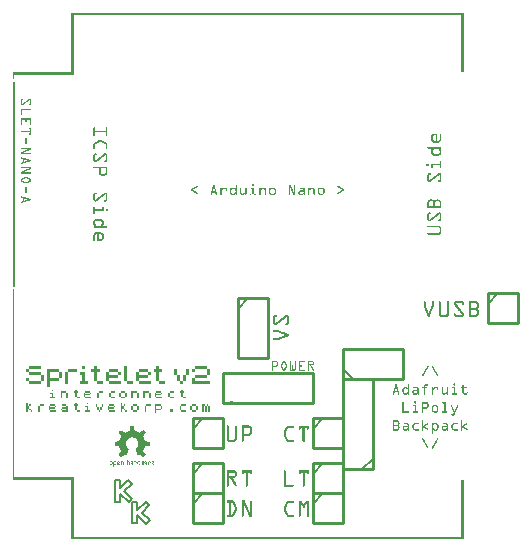
<source format=gto>
G04 MADE WITH FRITZING*
G04 WWW.FRITZING.ORG*
G04 DOUBLE SIDED*
G04 HOLES PLATED*
G04 CONTOUR ON CENTER OF CONTOUR VECTOR*
%ASAXBY*%
%FSLAX23Y23*%
%MOIN*%
%OFA0B0*%
%SFA1.0B1.0*%
%ADD10C,0.010000*%
%ADD11C,0.005000*%
%ADD12R,0.001000X0.001000*%
%LNSILK1*%
G90*
G70*
G54D10*
X1000Y150D02*
X1000Y50D01*
D02*
X1000Y50D02*
X1100Y50D01*
D02*
X1100Y50D02*
X1100Y150D01*
D02*
X1100Y150D02*
X1000Y150D01*
G54D11*
D02*
X1000Y115D02*
X1035Y150D01*
G54D10*
D02*
X600Y150D02*
X600Y50D01*
D02*
X600Y50D02*
X700Y50D01*
D02*
X700Y50D02*
X700Y150D01*
D02*
X700Y150D02*
X600Y150D01*
G54D11*
D02*
X600Y115D02*
X635Y150D01*
G54D10*
D02*
X600Y400D02*
X600Y300D01*
D02*
X600Y300D02*
X700Y300D01*
D02*
X700Y300D02*
X700Y400D01*
D02*
X700Y400D02*
X600Y400D01*
G54D11*
D02*
X600Y365D02*
X635Y400D01*
G54D10*
D02*
X1000Y250D02*
X1000Y150D01*
D02*
X1000Y150D02*
X1100Y150D01*
D02*
X1100Y150D02*
X1100Y250D01*
D02*
X1100Y250D02*
X1000Y250D01*
G54D11*
D02*
X1000Y215D02*
X1035Y250D01*
G54D10*
D02*
X1000Y400D02*
X1000Y300D01*
D02*
X1000Y300D02*
X1100Y300D01*
D02*
X1100Y300D02*
X1100Y400D01*
D02*
X1100Y400D02*
X1000Y400D01*
G54D11*
D02*
X1000Y365D02*
X1035Y400D01*
G54D10*
D02*
X600Y250D02*
X600Y150D01*
D02*
X600Y150D02*
X700Y150D01*
D02*
X700Y150D02*
X700Y250D01*
D02*
X700Y250D02*
X600Y250D01*
G54D11*
D02*
X600Y215D02*
X635Y250D01*
G54D10*
D02*
X750Y800D02*
X750Y600D01*
D02*
X750Y600D02*
X850Y600D01*
D02*
X850Y600D02*
X850Y800D01*
D02*
X850Y800D02*
X750Y800D01*
G54D11*
D02*
X750Y765D02*
X785Y800D01*
G54D10*
D02*
X1100Y530D02*
X1300Y530D01*
D02*
X1300Y530D02*
X1300Y630D01*
D02*
X1300Y630D02*
X1100Y630D01*
D02*
X1100Y630D02*
X1100Y530D01*
G54D11*
D02*
X1135Y530D02*
X1100Y565D01*
G54D10*
D02*
X1200Y230D02*
X1200Y530D01*
D02*
X1200Y530D02*
X1100Y530D01*
D02*
X1100Y530D02*
X1100Y230D01*
D02*
X1100Y230D02*
X1200Y230D01*
G54D11*
D02*
X1200Y265D02*
X1165Y230D01*
G54D10*
D02*
X700Y450D02*
X1000Y450D01*
X1000Y450D02*
X1000Y550D01*
X1000Y550D02*
X700Y550D01*
X700Y550D02*
X700Y450D01*
D02*
X1583Y817D02*
X1583Y717D01*
D02*
X1583Y717D02*
X1683Y717D01*
D02*
X1683Y717D02*
X1683Y817D01*
D02*
X1683Y817D02*
X1583Y817D01*
G54D11*
D02*
X1583Y782D02*
X1618Y817D01*
G36*
X55Y575D02*
X55Y565D01*
X95Y565D01*
X95Y575D01*
X55Y575D01*
G37*
D02*
G36*
X232Y575D02*
X232Y565D01*
X242Y565D01*
X242Y575D01*
X232Y575D01*
G37*
D02*
G36*
X272Y575D02*
X272Y565D01*
X262Y565D01*
X262Y555D01*
X272Y555D01*
X272Y526D01*
X282Y526D01*
X282Y555D01*
X291Y555D01*
X291Y565D01*
X282Y565D01*
X282Y575D01*
X272Y575D01*
G37*
D02*
G36*
X370Y575D02*
X370Y526D01*
X380Y526D01*
X380Y575D01*
X370Y575D01*
G37*
D02*
G36*
X478Y575D02*
X478Y565D01*
X469Y565D01*
X469Y555D01*
X478Y555D01*
X478Y526D01*
X488Y526D01*
X488Y555D01*
X498Y555D01*
X498Y565D01*
X488Y565D01*
X488Y575D01*
X478Y575D01*
G37*
D02*
G36*
X606Y575D02*
X606Y565D01*
X646Y565D01*
X646Y575D01*
X606Y575D01*
G37*
D02*
G36*
X45Y565D02*
X45Y555D01*
X55Y555D01*
X55Y565D01*
X45Y565D01*
G37*
D02*
G36*
X114Y565D02*
X114Y506D01*
X124Y506D01*
X124Y526D01*
X154Y526D01*
X154Y536D01*
X124Y536D01*
X124Y555D01*
X154Y555D01*
X154Y565D01*
X114Y565D01*
G37*
D02*
G36*
X183Y565D02*
X183Y555D01*
X213Y555D01*
X213Y565D01*
X183Y565D01*
G37*
D02*
G36*
X321Y565D02*
X321Y555D01*
X350Y555D01*
X350Y565D01*
X321Y565D01*
G37*
D02*
G36*
X419Y565D02*
X419Y555D01*
X449Y555D01*
X449Y565D01*
X419Y565D01*
G37*
D02*
G36*
X537Y565D02*
X537Y545D01*
X547Y545D01*
X547Y565D01*
X537Y565D01*
G37*
D02*
G36*
X577Y565D02*
X577Y545D01*
X587Y545D01*
X587Y565D01*
X577Y565D01*
G37*
D02*
G36*
X597Y565D02*
X597Y555D01*
X606Y555D01*
X606Y565D01*
X597Y565D01*
G37*
D02*
G36*
X646Y565D02*
X646Y545D01*
X656Y545D01*
X656Y565D01*
X646Y565D01*
G37*
D02*
G36*
X55Y555D02*
X55Y545D01*
X95Y545D01*
X95Y555D01*
X55Y555D01*
G37*
D02*
G36*
X154Y555D02*
X154Y536D01*
X163Y536D01*
X163Y555D01*
X154Y555D01*
G37*
D02*
G36*
X173Y555D02*
X173Y516D01*
X183Y516D01*
X183Y555D01*
X173Y555D01*
G37*
D02*
G36*
X223Y555D02*
X223Y545D01*
X232Y545D01*
X232Y526D01*
X223Y526D01*
X223Y516D01*
X252Y516D01*
X252Y526D01*
X242Y526D01*
X242Y555D01*
X223Y555D01*
G37*
D02*
G36*
X311Y555D02*
X311Y526D01*
X321Y526D01*
X321Y536D01*
X350Y536D01*
X350Y545D01*
X321Y545D01*
X321Y555D01*
X311Y555D01*
G37*
D02*
G36*
X350Y555D02*
X350Y545D01*
X360Y545D01*
X360Y555D01*
X350Y555D01*
G37*
D02*
G36*
X410Y555D02*
X410Y526D01*
X419Y526D01*
X419Y536D01*
X449Y536D01*
X449Y545D01*
X419Y545D01*
X419Y555D01*
X410Y555D01*
G37*
D02*
G36*
X449Y555D02*
X449Y545D01*
X459Y545D01*
X459Y555D01*
X449Y555D01*
G37*
D02*
G36*
X95Y545D02*
X95Y526D01*
X104Y526D01*
X104Y545D01*
X95Y545D01*
G37*
D02*
G36*
X547Y545D02*
X547Y526D01*
X557Y526D01*
X557Y545D01*
X547Y545D01*
G37*
D02*
G36*
X567Y545D02*
X567Y526D01*
X577Y526D01*
X577Y545D01*
X567Y545D01*
G37*
D02*
G36*
X606Y545D02*
X606Y536D01*
X646Y536D01*
X646Y545D01*
X606Y545D01*
G37*
D02*
G36*
X45Y536D02*
X45Y526D01*
X55Y526D01*
X55Y536D01*
X45Y536D01*
G37*
D02*
G36*
X597Y536D02*
X597Y516D01*
X656Y516D01*
X656Y526D01*
X606Y526D01*
X606Y536D01*
X597Y536D01*
G37*
D02*
G36*
X55Y526D02*
X55Y516D01*
X95Y516D01*
X95Y526D01*
X55Y526D01*
G37*
D02*
G36*
X282Y526D02*
X282Y516D01*
X301Y516D01*
X301Y526D01*
X282Y526D01*
G37*
D02*
G36*
X321Y526D02*
X321Y516D01*
X360Y516D01*
X360Y526D01*
X321Y526D01*
G37*
D02*
G36*
X380Y526D02*
X380Y516D01*
X400Y516D01*
X400Y526D01*
X380Y526D01*
G37*
D02*
G36*
X419Y526D02*
X419Y516D01*
X459Y516D01*
X459Y526D01*
X419Y526D01*
G37*
D02*
G36*
X488Y526D02*
X488Y516D01*
X508Y516D01*
X508Y526D01*
X488Y526D01*
G37*
D02*
G36*
X557Y526D02*
X557Y516D01*
X567Y516D01*
X567Y526D01*
X557Y526D01*
G37*
D02*
G36*
X129Y496D02*
X129Y491D01*
X134Y491D01*
X134Y496D01*
X129Y496D01*
G37*
D02*
G36*
X208Y496D02*
X208Y491D01*
X203Y491D01*
X203Y486D01*
X208Y486D01*
X208Y472D01*
X213Y472D01*
X213Y486D01*
X218Y486D01*
X218Y491D01*
X213Y491D01*
X213Y496D01*
X208Y496D01*
G37*
D02*
G36*
X562Y496D02*
X562Y491D01*
X557Y491D01*
X557Y486D01*
X562Y486D01*
X562Y472D01*
X567Y472D01*
X567Y486D01*
X572Y486D01*
X572Y491D01*
X567Y491D01*
X567Y496D01*
X562Y496D01*
G37*
D02*
G36*
X159Y491D02*
X159Y467D01*
X163Y467D01*
X163Y486D01*
X178Y486D01*
X178Y491D01*
X159Y491D01*
G37*
D02*
G36*
X242Y491D02*
X242Y486D01*
X257Y486D01*
X257Y491D01*
X242Y491D01*
G37*
D02*
G36*
X287Y491D02*
X287Y486D01*
X301Y486D01*
X301Y491D01*
X287Y491D01*
G37*
D02*
G36*
X326Y491D02*
X326Y486D01*
X341Y486D01*
X341Y491D01*
X326Y491D01*
G37*
D02*
G36*
X360Y491D02*
X360Y486D01*
X375Y486D01*
X375Y491D01*
X360Y491D01*
G37*
D02*
G36*
X395Y491D02*
X395Y467D01*
X400Y467D01*
X400Y486D01*
X414Y486D01*
X414Y491D01*
X395Y491D01*
G37*
D02*
G36*
X434Y491D02*
X434Y467D01*
X439Y467D01*
X439Y486D01*
X454Y486D01*
X454Y491D01*
X434Y491D01*
G37*
D02*
G36*
X478Y491D02*
X478Y486D01*
X493Y486D01*
X493Y491D01*
X478Y491D01*
G37*
D02*
G36*
X523Y491D02*
X523Y486D01*
X537Y486D01*
X537Y491D01*
X523Y491D01*
G37*
D02*
G36*
X124Y486D02*
X124Y482D01*
X129Y482D01*
X129Y472D01*
X124Y472D01*
X124Y467D01*
X139Y467D01*
X139Y472D01*
X134Y472D01*
X134Y486D01*
X124Y486D01*
G37*
D02*
G36*
X178Y486D02*
X178Y467D01*
X183Y467D01*
X183Y486D01*
X178Y486D01*
G37*
D02*
G36*
X237Y486D02*
X237Y472D01*
X242Y472D01*
X242Y477D01*
X257Y477D01*
X257Y482D01*
X242Y482D01*
X242Y486D01*
X237Y486D01*
G37*
D02*
G36*
X257Y486D02*
X257Y482D01*
X262Y482D01*
X262Y486D01*
X257Y486D01*
G37*
D02*
G36*
X282Y486D02*
X282Y467D01*
X287Y467D01*
X287Y486D01*
X282Y486D01*
G37*
D02*
G36*
X321Y486D02*
X321Y472D01*
X326Y472D01*
X326Y486D01*
X321Y486D01*
G37*
D02*
G36*
X355Y486D02*
X355Y472D01*
X360Y472D01*
X360Y486D01*
X355Y486D01*
G37*
D02*
G36*
X375Y486D02*
X375Y472D01*
X380Y472D01*
X380Y486D01*
X375Y486D01*
G37*
D02*
G36*
X414Y486D02*
X414Y467D01*
X419Y467D01*
X419Y486D01*
X414Y486D01*
G37*
D02*
G36*
X454Y486D02*
X454Y467D01*
X459Y467D01*
X459Y486D01*
X454Y486D01*
G37*
D02*
G36*
X474Y486D02*
X474Y472D01*
X478Y472D01*
X478Y477D01*
X493Y477D01*
X493Y482D01*
X478Y482D01*
X478Y486D01*
X474Y486D01*
G37*
D02*
G36*
X493Y486D02*
X493Y482D01*
X498Y482D01*
X498Y486D01*
X493Y486D01*
G37*
D02*
G36*
X518Y486D02*
X518Y472D01*
X523Y472D01*
X523Y486D01*
X518Y486D01*
G37*
D02*
G36*
X213Y472D02*
X213Y467D01*
X223Y467D01*
X223Y472D01*
X213Y472D01*
G37*
D02*
G36*
X242Y472D02*
X242Y467D01*
X262Y467D01*
X262Y472D01*
X242Y472D01*
G37*
D02*
G36*
X326Y472D02*
X326Y467D01*
X341Y467D01*
X341Y472D01*
X326Y472D01*
G37*
D02*
G36*
X360Y472D02*
X360Y467D01*
X375Y467D01*
X375Y472D01*
X360Y472D01*
G37*
D02*
G36*
X478Y472D02*
X478Y467D01*
X498Y467D01*
X498Y472D01*
X478Y472D01*
G37*
D02*
G36*
X523Y472D02*
X523Y467D01*
X537Y467D01*
X537Y472D01*
X523Y472D01*
G37*
D02*
G36*
X567Y472D02*
X567Y467D01*
X577Y467D01*
X577Y472D01*
X567Y472D01*
G37*
D02*
G36*
X45Y452D02*
X45Y422D01*
X50Y422D01*
X50Y432D01*
X55Y432D01*
X55Y442D01*
X50Y442D01*
X50Y452D01*
X45Y452D01*
G37*
D02*
G36*
X208Y452D02*
X208Y447D01*
X203Y447D01*
X203Y442D01*
X208Y442D01*
X208Y427D01*
X213Y427D01*
X213Y442D01*
X218Y442D01*
X218Y447D01*
X213Y447D01*
X213Y452D01*
X208Y452D01*
G37*
D02*
G36*
X247Y452D02*
X247Y447D01*
X252Y447D01*
X252Y452D01*
X247Y452D01*
G37*
D02*
G36*
X360Y452D02*
X360Y422D01*
X365Y422D01*
X365Y432D01*
X370Y432D01*
X370Y442D01*
X365Y442D01*
X365Y452D01*
X360Y452D01*
G37*
D02*
G36*
X55Y447D02*
X55Y442D01*
X60Y442D01*
X60Y447D01*
X55Y447D01*
G37*
D02*
G36*
X90Y447D02*
X90Y442D01*
X104Y442D01*
X104Y447D01*
X90Y447D01*
G37*
D02*
G36*
X124Y447D02*
X124Y442D01*
X139Y442D01*
X139Y447D01*
X124Y447D01*
G37*
D02*
G36*
X163Y447D02*
X163Y442D01*
X178Y442D01*
X178Y447D01*
X163Y447D01*
G37*
D02*
G36*
X277Y447D02*
X277Y437D01*
X282Y437D01*
X282Y447D01*
X277Y447D01*
G37*
D02*
G36*
X296Y447D02*
X296Y437D01*
X301Y437D01*
X301Y447D01*
X296Y447D01*
G37*
D02*
G36*
X321Y447D02*
X321Y442D01*
X336Y442D01*
X336Y447D01*
X321Y447D01*
G37*
D02*
G36*
X370Y447D02*
X370Y442D01*
X375Y442D01*
X375Y447D01*
X370Y447D01*
G37*
D02*
G36*
X400Y447D02*
X400Y442D01*
X414Y442D01*
X414Y447D01*
X400Y447D01*
G37*
D02*
G36*
X444Y447D02*
X444Y442D01*
X459Y442D01*
X459Y447D01*
X444Y447D01*
G37*
D02*
G36*
X474Y447D02*
X474Y418D01*
X478Y418D01*
X478Y427D01*
X493Y427D01*
X493Y432D01*
X478Y432D01*
X478Y442D01*
X493Y442D01*
X493Y447D01*
X474Y447D01*
G37*
D02*
G36*
X562Y447D02*
X562Y442D01*
X577Y442D01*
X577Y447D01*
X562Y447D01*
G37*
D02*
G36*
X597Y447D02*
X597Y442D01*
X611Y442D01*
X611Y447D01*
X597Y447D01*
G37*
D02*
G36*
X631Y447D02*
X631Y422D01*
X636Y422D01*
X636Y442D01*
X641Y442D01*
X641Y447D01*
X631Y447D01*
G37*
D02*
G36*
X646Y447D02*
X646Y442D01*
X651Y442D01*
X651Y447D01*
X646Y447D01*
G37*
D02*
G36*
X85Y442D02*
X85Y422D01*
X90Y422D01*
X90Y442D01*
X85Y442D01*
G37*
D02*
G36*
X119Y442D02*
X119Y427D01*
X124Y427D01*
X124Y432D01*
X139Y432D01*
X139Y437D01*
X124Y437D01*
X124Y442D01*
X119Y442D01*
G37*
D02*
G36*
X139Y442D02*
X139Y437D01*
X144Y437D01*
X144Y442D01*
X139Y442D01*
G37*
D02*
G36*
X178Y442D02*
X178Y437D01*
X163Y437D01*
X163Y432D01*
X178Y432D01*
X178Y427D01*
X163Y427D01*
X163Y422D01*
X183Y422D01*
X183Y442D01*
X178Y442D01*
G37*
D02*
G36*
X242Y442D02*
X242Y437D01*
X247Y437D01*
X247Y427D01*
X242Y427D01*
X242Y422D01*
X257Y422D01*
X257Y427D01*
X252Y427D01*
X252Y442D01*
X242Y442D01*
G37*
D02*
G36*
X316Y442D02*
X316Y427D01*
X321Y427D01*
X321Y432D01*
X336Y432D01*
X336Y437D01*
X321Y437D01*
X321Y442D01*
X316Y442D01*
G37*
D02*
G36*
X336Y442D02*
X336Y437D01*
X341Y437D01*
X341Y442D01*
X336Y442D01*
G37*
D02*
G36*
X395Y442D02*
X395Y427D01*
X400Y427D01*
X400Y442D01*
X395Y442D01*
G37*
D02*
G36*
X414Y442D02*
X414Y427D01*
X419Y427D01*
X419Y442D01*
X414Y442D01*
G37*
D02*
G36*
X439Y442D02*
X439Y422D01*
X444Y422D01*
X444Y442D01*
X439Y442D01*
G37*
D02*
G36*
X493Y442D02*
X493Y432D01*
X498Y432D01*
X498Y442D01*
X493Y442D01*
G37*
D02*
G36*
X557Y442D02*
X557Y427D01*
X562Y427D01*
X562Y442D01*
X557Y442D01*
G37*
D02*
G36*
X592Y442D02*
X592Y427D01*
X597Y427D01*
X597Y442D01*
X592Y442D01*
G37*
D02*
G36*
X611Y442D02*
X611Y427D01*
X616Y427D01*
X616Y442D01*
X611Y442D01*
G37*
D02*
G36*
X641Y442D02*
X641Y422D01*
X646Y422D01*
X646Y442D01*
X641Y442D01*
G37*
D02*
G36*
X651Y442D02*
X651Y422D01*
X656Y422D01*
X656Y442D01*
X651Y442D01*
G37*
D02*
G36*
X282Y437D02*
X282Y427D01*
X287Y427D01*
X287Y437D01*
X282Y437D01*
G37*
D02*
G36*
X291Y437D02*
X291Y427D01*
X296Y427D01*
X296Y437D01*
X291Y437D01*
G37*
D02*
G36*
X55Y432D02*
X55Y427D01*
X60Y427D01*
X60Y432D01*
X55Y432D01*
G37*
D02*
G36*
X159Y432D02*
X159Y427D01*
X163Y427D01*
X163Y432D01*
X159Y432D01*
G37*
D02*
G36*
X370Y432D02*
X370Y427D01*
X375Y427D01*
X375Y432D01*
X370Y432D01*
G37*
D02*
G36*
X523Y432D02*
X523Y422D01*
X533Y422D01*
X533Y432D01*
X523Y432D01*
G37*
D02*
G36*
X60Y427D02*
X60Y422D01*
X65Y422D01*
X65Y427D01*
X60Y427D01*
G37*
D02*
G36*
X124Y427D02*
X124Y422D01*
X144Y422D01*
X144Y427D01*
X124Y427D01*
G37*
D02*
G36*
X213Y427D02*
X213Y422D01*
X223Y422D01*
X223Y427D01*
X213Y427D01*
G37*
D02*
G36*
X287Y427D02*
X287Y422D01*
X291Y422D01*
X291Y427D01*
X287Y427D01*
G37*
D02*
G36*
X321Y427D02*
X321Y422D01*
X341Y422D01*
X341Y427D01*
X321Y427D01*
G37*
D02*
G36*
X375Y427D02*
X375Y422D01*
X380Y422D01*
X380Y427D01*
X375Y427D01*
G37*
D02*
G36*
X400Y427D02*
X400Y422D01*
X414Y422D01*
X414Y427D01*
X400Y427D01*
G37*
D02*
G36*
X562Y427D02*
X562Y422D01*
X577Y422D01*
X577Y427D01*
X562Y427D01*
G37*
D02*
G36*
X597Y427D02*
X597Y422D01*
X611Y422D01*
X611Y427D01*
X597Y427D01*
G37*
D02*
X398Y132D02*
X386Y120D01*
X356Y149D01*
X356Y122D01*
X339Y121D01*
X339Y194D01*
X356Y194D01*
X356Y167D01*
X385Y195D01*
X397Y183D01*
X372Y158D01*
X398Y132D01*
D02*
X431Y85D02*
X456Y60D01*
X444Y48D01*
X415Y77D01*
X415Y50D01*
X398Y50D01*
X398Y121D01*
X415Y121D01*
X415Y94D01*
X443Y122D01*
X455Y110D01*
X431Y85D01*
D02*
G54D12*
X195Y1750D02*
X1504Y1750D01*
X195Y1749D02*
X1504Y1749D01*
X195Y1748D02*
X1504Y1748D01*
X195Y1747D02*
X1504Y1747D01*
X195Y1746D02*
X1504Y1746D01*
X195Y1745D02*
X204Y1745D01*
X1495Y1745D02*
X1504Y1745D01*
X195Y1744D02*
X204Y1744D01*
X1495Y1744D02*
X1504Y1744D01*
X195Y1743D02*
X204Y1743D01*
X1495Y1743D02*
X1504Y1743D01*
X195Y1742D02*
X204Y1742D01*
X1495Y1742D02*
X1504Y1742D01*
X195Y1741D02*
X204Y1741D01*
X1495Y1741D02*
X1504Y1741D01*
X195Y1740D02*
X204Y1740D01*
X1495Y1740D02*
X1504Y1740D01*
X195Y1739D02*
X204Y1739D01*
X1495Y1739D02*
X1504Y1739D01*
X195Y1738D02*
X204Y1738D01*
X1495Y1738D02*
X1504Y1738D01*
X195Y1737D02*
X204Y1737D01*
X1495Y1737D02*
X1504Y1737D01*
X195Y1736D02*
X204Y1736D01*
X1495Y1736D02*
X1504Y1736D01*
X195Y1735D02*
X204Y1735D01*
X1495Y1735D02*
X1504Y1735D01*
X195Y1734D02*
X204Y1734D01*
X1495Y1734D02*
X1504Y1734D01*
X195Y1733D02*
X204Y1733D01*
X1495Y1733D02*
X1504Y1733D01*
X195Y1732D02*
X204Y1732D01*
X1495Y1732D02*
X1504Y1732D01*
X195Y1731D02*
X204Y1731D01*
X1495Y1731D02*
X1504Y1731D01*
X195Y1730D02*
X204Y1730D01*
X1495Y1730D02*
X1504Y1730D01*
X195Y1729D02*
X204Y1729D01*
X1495Y1729D02*
X1504Y1729D01*
X195Y1728D02*
X204Y1728D01*
X1495Y1728D02*
X1504Y1728D01*
X195Y1727D02*
X204Y1727D01*
X1495Y1727D02*
X1504Y1727D01*
X195Y1726D02*
X204Y1726D01*
X1495Y1726D02*
X1504Y1726D01*
X195Y1725D02*
X204Y1725D01*
X1495Y1725D02*
X1504Y1725D01*
X195Y1724D02*
X204Y1724D01*
X1495Y1724D02*
X1504Y1724D01*
X195Y1723D02*
X204Y1723D01*
X1495Y1723D02*
X1504Y1723D01*
X195Y1722D02*
X204Y1722D01*
X1495Y1722D02*
X1504Y1722D01*
X195Y1721D02*
X204Y1721D01*
X1495Y1721D02*
X1504Y1721D01*
X195Y1720D02*
X204Y1720D01*
X1495Y1720D02*
X1504Y1720D01*
X195Y1719D02*
X204Y1719D01*
X1495Y1719D02*
X1504Y1719D01*
X195Y1718D02*
X204Y1718D01*
X1495Y1718D02*
X1504Y1718D01*
X195Y1717D02*
X204Y1717D01*
X1495Y1717D02*
X1504Y1717D01*
X195Y1716D02*
X204Y1716D01*
X1495Y1716D02*
X1504Y1716D01*
X195Y1715D02*
X204Y1715D01*
X1495Y1715D02*
X1504Y1715D01*
X195Y1714D02*
X204Y1714D01*
X1495Y1714D02*
X1504Y1714D01*
X195Y1713D02*
X204Y1713D01*
X1495Y1713D02*
X1504Y1713D01*
X195Y1712D02*
X204Y1712D01*
X1495Y1712D02*
X1504Y1712D01*
X195Y1711D02*
X204Y1711D01*
X1495Y1711D02*
X1504Y1711D01*
X195Y1710D02*
X204Y1710D01*
X1495Y1710D02*
X1504Y1710D01*
X195Y1709D02*
X204Y1709D01*
X1495Y1709D02*
X1504Y1709D01*
X195Y1708D02*
X204Y1708D01*
X1495Y1708D02*
X1504Y1708D01*
X195Y1707D02*
X204Y1707D01*
X1495Y1707D02*
X1504Y1707D01*
X195Y1706D02*
X204Y1706D01*
X1495Y1706D02*
X1504Y1706D01*
X195Y1705D02*
X204Y1705D01*
X1495Y1705D02*
X1504Y1705D01*
X195Y1704D02*
X204Y1704D01*
X1495Y1704D02*
X1504Y1704D01*
X195Y1703D02*
X204Y1703D01*
X1495Y1703D02*
X1504Y1703D01*
X195Y1702D02*
X204Y1702D01*
X1495Y1702D02*
X1504Y1702D01*
X195Y1701D02*
X204Y1701D01*
X1495Y1701D02*
X1504Y1701D01*
X195Y1700D02*
X204Y1700D01*
X1495Y1700D02*
X1504Y1700D01*
X195Y1699D02*
X204Y1699D01*
X1495Y1699D02*
X1504Y1699D01*
X195Y1698D02*
X204Y1698D01*
X1495Y1698D02*
X1504Y1698D01*
X195Y1697D02*
X204Y1697D01*
X1495Y1697D02*
X1504Y1697D01*
X195Y1696D02*
X204Y1696D01*
X1495Y1696D02*
X1504Y1696D01*
X195Y1695D02*
X204Y1695D01*
X1495Y1695D02*
X1504Y1695D01*
X195Y1694D02*
X204Y1694D01*
X1495Y1694D02*
X1504Y1694D01*
X195Y1693D02*
X204Y1693D01*
X1495Y1693D02*
X1504Y1693D01*
X195Y1692D02*
X204Y1692D01*
X1495Y1692D02*
X1504Y1692D01*
X195Y1691D02*
X204Y1691D01*
X1495Y1691D02*
X1504Y1691D01*
X195Y1690D02*
X204Y1690D01*
X1495Y1690D02*
X1504Y1690D01*
X195Y1689D02*
X204Y1689D01*
X1495Y1689D02*
X1504Y1689D01*
X195Y1688D02*
X204Y1688D01*
X1495Y1688D02*
X1504Y1688D01*
X195Y1687D02*
X204Y1687D01*
X1495Y1687D02*
X1504Y1687D01*
X195Y1686D02*
X204Y1686D01*
X1495Y1686D02*
X1504Y1686D01*
X195Y1685D02*
X204Y1685D01*
X1495Y1685D02*
X1504Y1685D01*
X195Y1684D02*
X204Y1684D01*
X1495Y1684D02*
X1504Y1684D01*
X195Y1683D02*
X204Y1683D01*
X1495Y1683D02*
X1504Y1683D01*
X195Y1682D02*
X204Y1682D01*
X1495Y1682D02*
X1504Y1682D01*
X195Y1681D02*
X204Y1681D01*
X1495Y1681D02*
X1504Y1681D01*
X195Y1680D02*
X204Y1680D01*
X1495Y1680D02*
X1504Y1680D01*
X195Y1679D02*
X204Y1679D01*
X1495Y1679D02*
X1504Y1679D01*
X195Y1678D02*
X204Y1678D01*
X1495Y1678D02*
X1504Y1678D01*
X195Y1677D02*
X204Y1677D01*
X1495Y1677D02*
X1504Y1677D01*
X195Y1676D02*
X204Y1676D01*
X1495Y1676D02*
X1504Y1676D01*
X195Y1675D02*
X204Y1675D01*
X1495Y1675D02*
X1504Y1675D01*
X195Y1674D02*
X204Y1674D01*
X1495Y1674D02*
X1504Y1674D01*
X195Y1673D02*
X204Y1673D01*
X1495Y1673D02*
X1504Y1673D01*
X195Y1672D02*
X204Y1672D01*
X1495Y1672D02*
X1504Y1672D01*
X195Y1671D02*
X204Y1671D01*
X1495Y1671D02*
X1504Y1671D01*
X195Y1670D02*
X204Y1670D01*
X1495Y1670D02*
X1504Y1670D01*
X195Y1669D02*
X204Y1669D01*
X1495Y1669D02*
X1504Y1669D01*
X195Y1668D02*
X204Y1668D01*
X1495Y1668D02*
X1504Y1668D01*
X195Y1667D02*
X204Y1667D01*
X1495Y1667D02*
X1504Y1667D01*
X195Y1666D02*
X204Y1666D01*
X1495Y1666D02*
X1504Y1666D01*
X195Y1665D02*
X204Y1665D01*
X1495Y1665D02*
X1504Y1665D01*
X195Y1664D02*
X204Y1664D01*
X1495Y1664D02*
X1504Y1664D01*
X195Y1663D02*
X204Y1663D01*
X1495Y1663D02*
X1504Y1663D01*
X195Y1662D02*
X204Y1662D01*
X1495Y1662D02*
X1504Y1662D01*
X195Y1661D02*
X204Y1661D01*
X1495Y1661D02*
X1504Y1661D01*
X195Y1660D02*
X204Y1660D01*
X1495Y1660D02*
X1504Y1660D01*
X195Y1659D02*
X204Y1659D01*
X1495Y1659D02*
X1504Y1659D01*
X195Y1658D02*
X204Y1658D01*
X1495Y1658D02*
X1504Y1658D01*
X195Y1657D02*
X204Y1657D01*
X1495Y1657D02*
X1504Y1657D01*
X195Y1656D02*
X204Y1656D01*
X1495Y1656D02*
X1504Y1656D01*
X195Y1655D02*
X204Y1655D01*
X1495Y1655D02*
X1504Y1655D01*
X195Y1654D02*
X204Y1654D01*
X1495Y1654D02*
X1504Y1654D01*
X195Y1653D02*
X204Y1653D01*
X1495Y1653D02*
X1504Y1653D01*
X195Y1652D02*
X204Y1652D01*
X1495Y1652D02*
X1504Y1652D01*
X195Y1651D02*
X204Y1651D01*
X1495Y1651D02*
X1504Y1651D01*
X195Y1650D02*
X204Y1650D01*
X1495Y1650D02*
X1504Y1650D01*
X195Y1649D02*
X204Y1649D01*
X1495Y1649D02*
X1504Y1649D01*
X195Y1648D02*
X204Y1648D01*
X1495Y1648D02*
X1504Y1648D01*
X195Y1647D02*
X204Y1647D01*
X1495Y1647D02*
X1504Y1647D01*
X195Y1646D02*
X204Y1646D01*
X1495Y1646D02*
X1504Y1646D01*
X195Y1645D02*
X204Y1645D01*
X1495Y1645D02*
X1504Y1645D01*
X195Y1644D02*
X204Y1644D01*
X1495Y1644D02*
X1504Y1644D01*
X195Y1643D02*
X204Y1643D01*
X1495Y1643D02*
X1504Y1643D01*
X195Y1642D02*
X204Y1642D01*
X1495Y1642D02*
X1504Y1642D01*
X195Y1641D02*
X204Y1641D01*
X1495Y1641D02*
X1504Y1641D01*
X195Y1640D02*
X204Y1640D01*
X1495Y1640D02*
X1504Y1640D01*
X195Y1639D02*
X204Y1639D01*
X1495Y1639D02*
X1504Y1639D01*
X195Y1638D02*
X204Y1638D01*
X1495Y1638D02*
X1504Y1638D01*
X195Y1637D02*
X204Y1637D01*
X1495Y1637D02*
X1504Y1637D01*
X195Y1636D02*
X204Y1636D01*
X1495Y1636D02*
X1504Y1636D01*
X195Y1635D02*
X204Y1635D01*
X1495Y1635D02*
X1504Y1635D01*
X195Y1634D02*
X204Y1634D01*
X1495Y1634D02*
X1504Y1634D01*
X195Y1633D02*
X204Y1633D01*
X1495Y1633D02*
X1504Y1633D01*
X195Y1632D02*
X204Y1632D01*
X1495Y1632D02*
X1504Y1632D01*
X195Y1631D02*
X204Y1631D01*
X1495Y1631D02*
X1504Y1631D01*
X195Y1630D02*
X204Y1630D01*
X1495Y1630D02*
X1504Y1630D01*
X195Y1629D02*
X204Y1629D01*
X1495Y1629D02*
X1504Y1629D01*
X195Y1628D02*
X204Y1628D01*
X1495Y1628D02*
X1504Y1628D01*
X195Y1627D02*
X204Y1627D01*
X1495Y1627D02*
X1504Y1627D01*
X195Y1626D02*
X204Y1626D01*
X1495Y1626D02*
X1504Y1626D01*
X195Y1625D02*
X204Y1625D01*
X1495Y1625D02*
X1504Y1625D01*
X195Y1624D02*
X204Y1624D01*
X1495Y1624D02*
X1504Y1624D01*
X195Y1623D02*
X204Y1623D01*
X1495Y1623D02*
X1504Y1623D01*
X195Y1622D02*
X204Y1622D01*
X1495Y1622D02*
X1504Y1622D01*
X195Y1621D02*
X204Y1621D01*
X1495Y1621D02*
X1504Y1621D01*
X195Y1620D02*
X204Y1620D01*
X1495Y1620D02*
X1504Y1620D01*
X195Y1619D02*
X204Y1619D01*
X1495Y1619D02*
X1504Y1619D01*
X195Y1618D02*
X204Y1618D01*
X1495Y1618D02*
X1504Y1618D01*
X195Y1617D02*
X204Y1617D01*
X1495Y1617D02*
X1504Y1617D01*
X195Y1616D02*
X204Y1616D01*
X1495Y1616D02*
X1504Y1616D01*
X195Y1615D02*
X204Y1615D01*
X1495Y1615D02*
X1504Y1615D01*
X195Y1614D02*
X204Y1614D01*
X1495Y1614D02*
X1504Y1614D01*
X195Y1613D02*
X204Y1613D01*
X1495Y1613D02*
X1504Y1613D01*
X195Y1612D02*
X204Y1612D01*
X1495Y1612D02*
X1504Y1612D01*
X195Y1611D02*
X204Y1611D01*
X1495Y1611D02*
X1504Y1611D01*
X195Y1610D02*
X204Y1610D01*
X1495Y1610D02*
X1504Y1610D01*
X195Y1609D02*
X204Y1609D01*
X1495Y1609D02*
X1504Y1609D01*
X195Y1608D02*
X204Y1608D01*
X1495Y1608D02*
X1504Y1608D01*
X195Y1607D02*
X204Y1607D01*
X1495Y1607D02*
X1504Y1607D01*
X195Y1606D02*
X204Y1606D01*
X1495Y1606D02*
X1504Y1606D01*
X195Y1605D02*
X204Y1605D01*
X1495Y1605D02*
X1504Y1605D01*
X195Y1604D02*
X204Y1604D01*
X1495Y1604D02*
X1504Y1604D01*
X195Y1603D02*
X204Y1603D01*
X1495Y1603D02*
X1504Y1603D01*
X195Y1602D02*
X204Y1602D01*
X1495Y1602D02*
X1504Y1602D01*
X195Y1601D02*
X204Y1601D01*
X1495Y1601D02*
X1504Y1601D01*
X195Y1600D02*
X204Y1600D01*
X1495Y1600D02*
X1504Y1600D01*
X195Y1599D02*
X204Y1599D01*
X1495Y1599D02*
X1504Y1599D01*
X195Y1598D02*
X204Y1598D01*
X1495Y1598D02*
X1504Y1598D01*
X195Y1597D02*
X204Y1597D01*
X1495Y1597D02*
X1504Y1597D01*
X195Y1596D02*
X204Y1596D01*
X1495Y1596D02*
X1504Y1596D01*
X195Y1595D02*
X204Y1595D01*
X1495Y1595D02*
X1504Y1595D01*
X195Y1594D02*
X204Y1594D01*
X1495Y1594D02*
X1504Y1594D01*
X195Y1593D02*
X204Y1593D01*
X1495Y1593D02*
X1504Y1593D01*
X195Y1592D02*
X204Y1592D01*
X1495Y1592D02*
X1504Y1592D01*
X195Y1591D02*
X204Y1591D01*
X1495Y1591D02*
X1504Y1591D01*
X195Y1590D02*
X204Y1590D01*
X1495Y1590D02*
X1504Y1590D01*
X195Y1589D02*
X204Y1589D01*
X1495Y1589D02*
X1504Y1589D01*
X195Y1588D02*
X204Y1588D01*
X1495Y1588D02*
X1504Y1588D01*
X195Y1587D02*
X204Y1587D01*
X1495Y1587D02*
X1504Y1587D01*
X195Y1586D02*
X204Y1586D01*
X1495Y1586D02*
X1504Y1586D01*
X195Y1585D02*
X204Y1585D01*
X1495Y1585D02*
X1504Y1585D01*
X195Y1584D02*
X204Y1584D01*
X1495Y1584D02*
X1504Y1584D01*
X195Y1583D02*
X204Y1583D01*
X1495Y1583D02*
X1504Y1583D01*
X195Y1582D02*
X204Y1582D01*
X1495Y1582D02*
X1504Y1582D01*
X195Y1581D02*
X204Y1581D01*
X1495Y1581D02*
X1504Y1581D01*
X195Y1580D02*
X204Y1580D01*
X1495Y1580D02*
X1504Y1580D01*
X195Y1579D02*
X204Y1579D01*
X1495Y1579D02*
X1504Y1579D01*
X195Y1578D02*
X204Y1578D01*
X1495Y1578D02*
X1504Y1578D01*
X195Y1577D02*
X204Y1577D01*
X1495Y1577D02*
X1504Y1577D01*
X195Y1576D02*
X204Y1576D01*
X1495Y1576D02*
X1504Y1576D01*
X195Y1575D02*
X204Y1575D01*
X1495Y1575D02*
X1504Y1575D01*
X195Y1574D02*
X204Y1574D01*
X1495Y1574D02*
X1504Y1574D01*
X195Y1573D02*
X204Y1573D01*
X1495Y1573D02*
X1504Y1573D01*
X195Y1572D02*
X204Y1572D01*
X1495Y1572D02*
X1504Y1572D01*
X195Y1571D02*
X204Y1571D01*
X1495Y1571D02*
X1504Y1571D01*
X195Y1570D02*
X204Y1570D01*
X1495Y1570D02*
X1504Y1570D01*
X195Y1569D02*
X204Y1569D01*
X1495Y1569D02*
X1504Y1569D01*
X195Y1568D02*
X204Y1568D01*
X1495Y1568D02*
X1504Y1568D01*
X195Y1567D02*
X204Y1567D01*
X1495Y1567D02*
X1504Y1567D01*
X195Y1566D02*
X204Y1566D01*
X1495Y1566D02*
X1504Y1566D01*
X195Y1565D02*
X204Y1565D01*
X1495Y1565D02*
X1504Y1565D01*
X195Y1564D02*
X204Y1564D01*
X1495Y1564D02*
X1504Y1564D01*
X195Y1563D02*
X204Y1563D01*
X1495Y1563D02*
X1504Y1563D01*
X195Y1562D02*
X204Y1562D01*
X1495Y1562D02*
X1504Y1562D01*
X195Y1561D02*
X204Y1561D01*
X1495Y1561D02*
X1504Y1561D01*
X195Y1560D02*
X204Y1560D01*
X1495Y1560D02*
X1504Y1560D01*
X195Y1559D02*
X204Y1559D01*
X1495Y1559D02*
X1504Y1559D01*
X195Y1558D02*
X204Y1558D01*
X1495Y1558D02*
X1504Y1558D01*
X195Y1557D02*
X204Y1557D01*
X1495Y1557D02*
X1504Y1557D01*
X195Y1556D02*
X204Y1556D01*
X1495Y1556D02*
X1504Y1556D01*
X0Y1555D02*
X204Y1555D01*
X0Y1554D02*
X204Y1554D01*
X0Y1553D02*
X204Y1553D01*
X0Y1552D02*
X204Y1552D01*
X0Y1551D02*
X204Y1551D01*
X0Y1550D02*
X204Y1550D01*
X0Y1549D02*
X204Y1549D01*
X0Y1548D02*
X204Y1548D01*
X0Y1547D02*
X204Y1547D01*
X0Y1546D02*
X204Y1546D01*
X0Y1545D02*
X4Y1545D01*
X0Y1544D02*
X4Y1544D01*
X0Y1543D02*
X4Y1543D01*
X0Y1542D02*
X4Y1542D01*
X0Y1541D02*
X4Y1541D01*
X0Y1540D02*
X4Y1540D01*
X0Y1539D02*
X4Y1539D01*
X0Y1538D02*
X4Y1538D01*
X0Y1537D02*
X4Y1537D01*
X0Y1536D02*
X4Y1536D01*
X0Y1535D02*
X4Y1535D01*
X0Y1534D02*
X4Y1534D01*
X0Y1533D02*
X4Y1533D01*
X0Y1532D02*
X4Y1532D01*
X0Y1531D02*
X4Y1531D01*
X0Y1522D02*
X6Y1522D01*
X0Y1521D02*
X6Y1521D01*
X0Y1520D02*
X6Y1520D01*
X0Y1519D02*
X6Y1519D01*
X0Y1518D02*
X6Y1518D01*
X0Y1517D02*
X6Y1517D01*
X0Y1516D02*
X6Y1516D01*
X0Y1515D02*
X6Y1515D01*
X0Y1514D02*
X6Y1514D01*
X0Y1513D02*
X6Y1513D01*
X0Y1512D02*
X6Y1512D01*
X0Y1511D02*
X6Y1511D01*
X0Y1510D02*
X6Y1510D01*
X0Y1509D02*
X6Y1509D01*
X0Y1508D02*
X6Y1508D01*
X0Y1507D02*
X6Y1507D01*
X0Y1506D02*
X6Y1506D01*
X0Y1505D02*
X6Y1505D01*
X0Y1504D02*
X6Y1504D01*
X0Y1503D02*
X6Y1503D01*
X0Y1502D02*
X6Y1502D01*
X0Y1501D02*
X6Y1501D01*
X0Y1500D02*
X6Y1500D01*
X0Y1499D02*
X6Y1499D01*
X0Y1498D02*
X6Y1498D01*
X0Y1497D02*
X6Y1497D01*
X0Y1496D02*
X6Y1496D01*
X0Y1495D02*
X6Y1495D01*
X0Y1494D02*
X6Y1494D01*
X0Y1493D02*
X6Y1493D01*
X0Y1492D02*
X6Y1492D01*
X0Y1491D02*
X6Y1491D01*
X0Y1490D02*
X6Y1490D01*
X0Y1489D02*
X6Y1489D01*
X0Y1488D02*
X6Y1488D01*
X0Y1487D02*
X6Y1487D01*
X0Y1486D02*
X6Y1486D01*
X0Y1485D02*
X6Y1485D01*
X0Y1484D02*
X6Y1484D01*
X0Y1483D02*
X6Y1483D01*
X0Y1482D02*
X6Y1482D01*
X0Y1481D02*
X6Y1481D01*
X0Y1480D02*
X6Y1480D01*
X0Y1479D02*
X6Y1479D01*
X0Y1478D02*
X6Y1478D01*
X0Y1477D02*
X6Y1477D01*
X0Y1476D02*
X6Y1476D01*
X0Y1475D02*
X6Y1475D01*
X0Y1474D02*
X6Y1474D01*
X0Y1473D02*
X6Y1473D01*
X0Y1472D02*
X6Y1472D01*
X0Y1471D02*
X6Y1471D01*
X0Y1470D02*
X6Y1470D01*
X0Y1469D02*
X6Y1469D01*
X0Y1468D02*
X6Y1468D01*
X0Y1467D02*
X6Y1467D01*
X0Y1466D02*
X6Y1466D01*
X0Y1465D02*
X6Y1465D01*
X31Y1465D02*
X33Y1465D01*
X55Y1465D02*
X58Y1465D01*
X0Y1464D02*
X6Y1464D01*
X29Y1464D02*
X34Y1464D01*
X53Y1464D02*
X59Y1464D01*
X0Y1463D02*
X6Y1463D01*
X28Y1463D02*
X34Y1463D01*
X52Y1463D02*
X60Y1463D01*
X0Y1462D02*
X6Y1462D01*
X27Y1462D02*
X34Y1462D01*
X50Y1462D02*
X60Y1462D01*
X0Y1461D02*
X6Y1461D01*
X27Y1461D02*
X32Y1461D01*
X49Y1461D02*
X61Y1461D01*
X0Y1460D02*
X6Y1460D01*
X27Y1460D02*
X30Y1460D01*
X48Y1460D02*
X54Y1460D01*
X57Y1460D02*
X61Y1460D01*
X0Y1459D02*
X6Y1459D01*
X27Y1459D02*
X30Y1459D01*
X46Y1459D02*
X53Y1459D01*
X57Y1459D02*
X61Y1459D01*
X0Y1458D02*
X6Y1458D01*
X27Y1458D02*
X30Y1458D01*
X45Y1458D02*
X52Y1458D01*
X57Y1458D02*
X61Y1458D01*
X0Y1457D02*
X6Y1457D01*
X27Y1457D02*
X30Y1457D01*
X44Y1457D02*
X50Y1457D01*
X57Y1457D02*
X61Y1457D01*
X0Y1456D02*
X6Y1456D01*
X27Y1456D02*
X30Y1456D01*
X43Y1456D02*
X49Y1456D01*
X57Y1456D02*
X61Y1456D01*
X0Y1455D02*
X6Y1455D01*
X27Y1455D02*
X30Y1455D01*
X41Y1455D02*
X48Y1455D01*
X57Y1455D02*
X61Y1455D01*
X0Y1454D02*
X6Y1454D01*
X27Y1454D02*
X30Y1454D01*
X40Y1454D02*
X47Y1454D01*
X57Y1454D02*
X61Y1454D01*
X0Y1453D02*
X6Y1453D01*
X27Y1453D02*
X30Y1453D01*
X39Y1453D02*
X45Y1453D01*
X57Y1453D02*
X61Y1453D01*
X0Y1452D02*
X6Y1452D01*
X27Y1452D02*
X30Y1452D01*
X37Y1452D02*
X44Y1452D01*
X57Y1452D02*
X61Y1452D01*
X0Y1451D02*
X6Y1451D01*
X27Y1451D02*
X30Y1451D01*
X36Y1451D02*
X43Y1451D01*
X57Y1451D02*
X61Y1451D01*
X0Y1450D02*
X6Y1450D01*
X27Y1450D02*
X30Y1450D01*
X35Y1450D02*
X41Y1450D01*
X57Y1450D02*
X61Y1450D01*
X0Y1449D02*
X6Y1449D01*
X27Y1449D02*
X30Y1449D01*
X34Y1449D02*
X40Y1449D01*
X57Y1449D02*
X61Y1449D01*
X0Y1448D02*
X6Y1448D01*
X27Y1448D02*
X30Y1448D01*
X32Y1448D02*
X39Y1448D01*
X56Y1448D02*
X61Y1448D01*
X0Y1447D02*
X6Y1447D01*
X27Y1447D02*
X38Y1447D01*
X54Y1447D02*
X60Y1447D01*
X0Y1446D02*
X6Y1446D01*
X27Y1446D02*
X36Y1446D01*
X54Y1446D02*
X60Y1446D01*
X0Y1445D02*
X6Y1445D01*
X28Y1445D02*
X35Y1445D01*
X53Y1445D02*
X59Y1445D01*
X0Y1444D02*
X6Y1444D01*
X29Y1444D02*
X34Y1444D01*
X54Y1444D02*
X58Y1444D01*
X0Y1443D02*
X6Y1443D01*
X0Y1442D02*
X6Y1442D01*
X0Y1441D02*
X6Y1441D01*
X0Y1440D02*
X6Y1440D01*
X0Y1439D02*
X6Y1439D01*
X0Y1438D02*
X6Y1438D01*
X0Y1437D02*
X6Y1437D01*
X0Y1436D02*
X6Y1436D01*
X0Y1435D02*
X6Y1435D01*
X0Y1434D02*
X6Y1434D01*
X0Y1433D02*
X6Y1433D01*
X0Y1432D02*
X6Y1432D01*
X27Y1432D02*
X60Y1432D01*
X0Y1431D02*
X6Y1431D01*
X27Y1431D02*
X61Y1431D01*
X0Y1430D02*
X6Y1430D01*
X27Y1430D02*
X61Y1430D01*
X0Y1429D02*
X6Y1429D01*
X27Y1429D02*
X60Y1429D01*
X0Y1428D02*
X6Y1428D01*
X27Y1428D02*
X30Y1428D01*
X0Y1427D02*
X6Y1427D01*
X27Y1427D02*
X30Y1427D01*
X0Y1426D02*
X6Y1426D01*
X27Y1426D02*
X30Y1426D01*
X0Y1425D02*
X6Y1425D01*
X27Y1425D02*
X30Y1425D01*
X0Y1424D02*
X6Y1424D01*
X27Y1424D02*
X30Y1424D01*
X0Y1423D02*
X6Y1423D01*
X27Y1423D02*
X30Y1423D01*
X0Y1422D02*
X6Y1422D01*
X27Y1422D02*
X30Y1422D01*
X0Y1421D02*
X6Y1421D01*
X27Y1421D02*
X30Y1421D01*
X0Y1420D02*
X6Y1420D01*
X27Y1420D02*
X30Y1420D01*
X0Y1419D02*
X6Y1419D01*
X27Y1419D02*
X30Y1419D01*
X0Y1418D02*
X6Y1418D01*
X27Y1418D02*
X30Y1418D01*
X0Y1417D02*
X6Y1417D01*
X27Y1417D02*
X30Y1417D01*
X0Y1416D02*
X6Y1416D01*
X27Y1416D02*
X30Y1416D01*
X0Y1415D02*
X6Y1415D01*
X27Y1415D02*
X30Y1415D01*
X0Y1414D02*
X6Y1414D01*
X27Y1414D02*
X30Y1414D01*
X0Y1413D02*
X6Y1413D01*
X27Y1413D02*
X30Y1413D01*
X0Y1412D02*
X6Y1412D01*
X27Y1412D02*
X30Y1412D01*
X0Y1411D02*
X6Y1411D01*
X28Y1411D02*
X29Y1411D01*
X0Y1410D02*
X6Y1410D01*
X0Y1409D02*
X6Y1409D01*
X0Y1408D02*
X6Y1408D01*
X0Y1407D02*
X6Y1407D01*
X0Y1406D02*
X6Y1406D01*
X0Y1405D02*
X6Y1405D01*
X0Y1404D02*
X6Y1404D01*
X0Y1403D02*
X6Y1403D01*
X0Y1402D02*
X6Y1402D01*
X0Y1401D02*
X6Y1401D01*
X0Y1400D02*
X6Y1400D01*
X27Y1400D02*
X61Y1400D01*
X0Y1399D02*
X6Y1399D01*
X27Y1399D02*
X61Y1399D01*
X0Y1398D02*
X6Y1398D01*
X27Y1398D02*
X61Y1398D01*
X0Y1397D02*
X6Y1397D01*
X27Y1397D02*
X61Y1397D01*
X0Y1396D02*
X6Y1396D01*
X27Y1396D02*
X61Y1396D01*
X0Y1395D02*
X6Y1395D01*
X27Y1395D02*
X30Y1395D01*
X42Y1395D02*
X46Y1395D01*
X57Y1395D02*
X61Y1395D01*
X0Y1394D02*
X6Y1394D01*
X27Y1394D02*
X30Y1394D01*
X42Y1394D02*
X46Y1394D01*
X57Y1394D02*
X61Y1394D01*
X0Y1393D02*
X6Y1393D01*
X27Y1393D02*
X30Y1393D01*
X42Y1393D02*
X46Y1393D01*
X57Y1393D02*
X61Y1393D01*
X0Y1392D02*
X6Y1392D01*
X27Y1392D02*
X30Y1392D01*
X42Y1392D02*
X46Y1392D01*
X57Y1392D02*
X61Y1392D01*
X0Y1391D02*
X6Y1391D01*
X27Y1391D02*
X30Y1391D01*
X42Y1391D02*
X46Y1391D01*
X57Y1391D02*
X61Y1391D01*
X0Y1390D02*
X6Y1390D01*
X27Y1390D02*
X30Y1390D01*
X42Y1390D02*
X46Y1390D01*
X57Y1390D02*
X61Y1390D01*
X0Y1389D02*
X6Y1389D01*
X27Y1389D02*
X30Y1389D01*
X42Y1389D02*
X45Y1389D01*
X57Y1389D02*
X61Y1389D01*
X0Y1388D02*
X6Y1388D01*
X27Y1388D02*
X30Y1388D01*
X42Y1388D02*
X45Y1388D01*
X57Y1388D02*
X61Y1388D01*
X0Y1387D02*
X6Y1387D01*
X27Y1387D02*
X30Y1387D01*
X57Y1387D02*
X61Y1387D01*
X0Y1386D02*
X6Y1386D01*
X27Y1386D02*
X30Y1386D01*
X57Y1386D02*
X61Y1386D01*
X0Y1385D02*
X6Y1385D01*
X27Y1385D02*
X30Y1385D01*
X57Y1385D02*
X61Y1385D01*
X0Y1384D02*
X6Y1384D01*
X27Y1384D02*
X30Y1384D01*
X57Y1384D02*
X61Y1384D01*
X0Y1383D02*
X6Y1383D01*
X27Y1383D02*
X30Y1383D01*
X57Y1383D02*
X61Y1383D01*
X0Y1382D02*
X6Y1382D01*
X27Y1382D02*
X30Y1382D01*
X57Y1382D02*
X61Y1382D01*
X0Y1381D02*
X6Y1381D01*
X27Y1381D02*
X30Y1381D01*
X57Y1381D02*
X61Y1381D01*
X0Y1380D02*
X6Y1380D01*
X27Y1380D02*
X30Y1380D01*
X57Y1380D02*
X61Y1380D01*
X0Y1379D02*
X6Y1379D01*
X27Y1379D02*
X30Y1379D01*
X58Y1379D02*
X60Y1379D01*
X0Y1378D02*
X6Y1378D01*
X0Y1377D02*
X6Y1377D01*
X0Y1376D02*
X6Y1376D01*
X0Y1375D02*
X6Y1375D01*
X0Y1374D02*
X6Y1374D01*
X0Y1373D02*
X6Y1373D01*
X0Y1372D02*
X6Y1372D01*
X0Y1371D02*
X6Y1371D01*
X271Y1371D02*
X272Y1371D01*
X312Y1371D02*
X313Y1371D01*
X0Y1370D02*
X6Y1370D01*
X270Y1370D02*
X273Y1370D01*
X311Y1370D02*
X315Y1370D01*
X0Y1369D02*
X6Y1369D01*
X269Y1369D02*
X274Y1369D01*
X310Y1369D02*
X315Y1369D01*
X0Y1368D02*
X6Y1368D01*
X269Y1368D02*
X274Y1368D01*
X310Y1368D02*
X315Y1368D01*
X0Y1367D02*
X6Y1367D01*
X54Y1367D02*
X61Y1367D01*
X269Y1367D02*
X274Y1367D01*
X310Y1367D02*
X315Y1367D01*
X0Y1366D02*
X6Y1366D01*
X53Y1366D02*
X61Y1366D01*
X269Y1366D02*
X274Y1366D01*
X310Y1366D02*
X315Y1366D01*
X0Y1365D02*
X6Y1365D01*
X54Y1365D02*
X61Y1365D01*
X269Y1365D02*
X274Y1365D01*
X310Y1365D02*
X315Y1365D01*
X0Y1364D02*
X6Y1364D01*
X54Y1364D02*
X61Y1364D01*
X269Y1364D02*
X274Y1364D01*
X310Y1364D02*
X315Y1364D01*
X0Y1363D02*
X6Y1363D01*
X57Y1363D02*
X61Y1363D01*
X269Y1363D02*
X274Y1363D01*
X310Y1363D02*
X315Y1363D01*
X0Y1362D02*
X6Y1362D01*
X57Y1362D02*
X61Y1362D01*
X269Y1362D02*
X274Y1362D01*
X310Y1362D02*
X315Y1362D01*
X0Y1361D02*
X6Y1361D01*
X57Y1361D02*
X61Y1361D01*
X269Y1361D02*
X274Y1361D01*
X310Y1361D02*
X315Y1361D01*
X0Y1360D02*
X6Y1360D01*
X57Y1360D02*
X61Y1360D01*
X269Y1360D02*
X274Y1360D01*
X310Y1360D02*
X315Y1360D01*
X0Y1359D02*
X6Y1359D01*
X29Y1359D02*
X61Y1359D01*
X269Y1359D02*
X315Y1359D01*
X0Y1358D02*
X6Y1358D01*
X27Y1358D02*
X61Y1358D01*
X269Y1358D02*
X315Y1358D01*
X0Y1357D02*
X6Y1357D01*
X27Y1357D02*
X61Y1357D01*
X269Y1357D02*
X315Y1357D01*
X0Y1356D02*
X6Y1356D01*
X27Y1356D02*
X61Y1356D01*
X269Y1356D02*
X315Y1356D01*
X0Y1355D02*
X6Y1355D01*
X28Y1355D02*
X61Y1355D01*
X269Y1355D02*
X315Y1355D01*
X0Y1354D02*
X6Y1354D01*
X57Y1354D02*
X61Y1354D01*
X269Y1354D02*
X315Y1354D01*
X0Y1353D02*
X6Y1353D01*
X57Y1353D02*
X61Y1353D01*
X269Y1353D02*
X274Y1353D01*
X310Y1353D02*
X315Y1353D01*
X0Y1352D02*
X6Y1352D01*
X57Y1352D02*
X61Y1352D01*
X269Y1352D02*
X274Y1352D01*
X310Y1352D02*
X315Y1352D01*
X0Y1351D02*
X6Y1351D01*
X57Y1351D02*
X61Y1351D01*
X269Y1351D02*
X274Y1351D01*
X310Y1351D02*
X315Y1351D01*
X0Y1350D02*
X6Y1350D01*
X55Y1350D02*
X61Y1350D01*
X269Y1350D02*
X274Y1350D01*
X310Y1350D02*
X315Y1350D01*
X0Y1349D02*
X6Y1349D01*
X54Y1349D02*
X61Y1349D01*
X269Y1349D02*
X274Y1349D01*
X310Y1349D02*
X315Y1349D01*
X1404Y1349D02*
X1413Y1349D01*
X1425Y1349D02*
X1426Y1349D01*
X0Y1348D02*
X6Y1348D01*
X53Y1348D02*
X61Y1348D01*
X269Y1348D02*
X274Y1348D01*
X310Y1348D02*
X315Y1348D01*
X1401Y1348D02*
X1415Y1348D01*
X1424Y1348D02*
X1427Y1348D01*
X0Y1347D02*
X6Y1347D01*
X54Y1347D02*
X61Y1347D01*
X269Y1347D02*
X274Y1347D01*
X310Y1347D02*
X315Y1347D01*
X1400Y1347D02*
X1415Y1347D01*
X1423Y1347D02*
X1428Y1347D01*
X0Y1346D02*
X6Y1346D01*
X54Y1346D02*
X61Y1346D01*
X269Y1346D02*
X274Y1346D01*
X310Y1346D02*
X315Y1346D01*
X1399Y1346D02*
X1415Y1346D01*
X1423Y1346D02*
X1428Y1346D01*
X0Y1345D02*
X6Y1345D01*
X269Y1345D02*
X274Y1345D01*
X310Y1345D02*
X315Y1345D01*
X1398Y1345D02*
X1415Y1345D01*
X1423Y1345D02*
X1428Y1345D01*
X0Y1344D02*
X6Y1344D01*
X269Y1344D02*
X274Y1344D01*
X310Y1344D02*
X315Y1344D01*
X1397Y1344D02*
X1415Y1344D01*
X1423Y1344D02*
X1428Y1344D01*
X0Y1343D02*
X6Y1343D01*
X269Y1343D02*
X274Y1343D01*
X310Y1343D02*
X315Y1343D01*
X1396Y1343D02*
X1405Y1343D01*
X1410Y1343D02*
X1415Y1343D01*
X1423Y1343D02*
X1428Y1343D01*
X0Y1342D02*
X6Y1342D01*
X270Y1342D02*
X273Y1342D01*
X311Y1342D02*
X314Y1342D01*
X1396Y1342D02*
X1402Y1342D01*
X1410Y1342D02*
X1415Y1342D01*
X1423Y1342D02*
X1428Y1342D01*
X0Y1341D02*
X6Y1341D01*
X1395Y1341D02*
X1401Y1341D01*
X1410Y1341D02*
X1415Y1341D01*
X1423Y1341D02*
X1428Y1341D01*
X0Y1340D02*
X6Y1340D01*
X1395Y1340D02*
X1401Y1340D01*
X1410Y1340D02*
X1415Y1340D01*
X1423Y1340D02*
X1428Y1340D01*
X0Y1339D02*
X6Y1339D01*
X1395Y1339D02*
X1400Y1339D01*
X1410Y1339D02*
X1415Y1339D01*
X1423Y1339D02*
X1428Y1339D01*
X0Y1338D02*
X6Y1338D01*
X1395Y1338D02*
X1400Y1338D01*
X1410Y1338D02*
X1415Y1338D01*
X1423Y1338D02*
X1428Y1338D01*
X0Y1337D02*
X6Y1337D01*
X1395Y1337D02*
X1400Y1337D01*
X1410Y1337D02*
X1415Y1337D01*
X1423Y1337D02*
X1428Y1337D01*
X0Y1336D02*
X6Y1336D01*
X1395Y1336D02*
X1400Y1336D01*
X1410Y1336D02*
X1415Y1336D01*
X1423Y1336D02*
X1428Y1336D01*
X0Y1335D02*
X6Y1335D01*
X41Y1335D02*
X45Y1335D01*
X1395Y1335D02*
X1400Y1335D01*
X1410Y1335D02*
X1415Y1335D01*
X1423Y1335D02*
X1428Y1335D01*
X0Y1334D02*
X6Y1334D01*
X40Y1334D02*
X45Y1334D01*
X1395Y1334D02*
X1400Y1334D01*
X1410Y1334D02*
X1415Y1334D01*
X1423Y1334D02*
X1428Y1334D01*
X0Y1333D02*
X6Y1333D01*
X40Y1333D02*
X46Y1333D01*
X1395Y1333D02*
X1400Y1333D01*
X1410Y1333D02*
X1415Y1333D01*
X1423Y1333D02*
X1428Y1333D01*
X0Y1332D02*
X6Y1332D01*
X40Y1332D02*
X46Y1332D01*
X1395Y1332D02*
X1400Y1332D01*
X1410Y1332D02*
X1415Y1332D01*
X1423Y1332D02*
X1428Y1332D01*
X0Y1331D02*
X6Y1331D01*
X40Y1331D02*
X46Y1331D01*
X1395Y1331D02*
X1400Y1331D01*
X1410Y1331D02*
X1415Y1331D01*
X1423Y1331D02*
X1428Y1331D01*
X0Y1330D02*
X6Y1330D01*
X40Y1330D02*
X46Y1330D01*
X1395Y1330D02*
X1400Y1330D01*
X1410Y1330D02*
X1415Y1330D01*
X1423Y1330D02*
X1428Y1330D01*
X0Y1329D02*
X6Y1329D01*
X40Y1329D02*
X46Y1329D01*
X1395Y1329D02*
X1400Y1329D01*
X1410Y1329D02*
X1415Y1329D01*
X1423Y1329D02*
X1428Y1329D01*
X0Y1328D02*
X6Y1328D01*
X40Y1328D02*
X46Y1328D01*
X1395Y1328D02*
X1401Y1328D01*
X1410Y1328D02*
X1415Y1328D01*
X1422Y1328D02*
X1428Y1328D01*
X0Y1327D02*
X6Y1327D01*
X40Y1327D02*
X46Y1327D01*
X289Y1327D02*
X295Y1327D01*
X1395Y1327D02*
X1402Y1327D01*
X1410Y1327D02*
X1415Y1327D01*
X1421Y1327D02*
X1428Y1327D01*
X0Y1326D02*
X6Y1326D01*
X40Y1326D02*
X46Y1326D01*
X286Y1326D02*
X298Y1326D01*
X1396Y1326D02*
X1403Y1326D01*
X1410Y1326D02*
X1415Y1326D01*
X1420Y1326D02*
X1427Y1326D01*
X0Y1325D02*
X6Y1325D01*
X40Y1325D02*
X46Y1325D01*
X284Y1325D02*
X300Y1325D01*
X1396Y1325D02*
X1426Y1325D01*
X0Y1324D02*
X6Y1324D01*
X40Y1324D02*
X46Y1324D01*
X282Y1324D02*
X302Y1324D01*
X1397Y1324D02*
X1426Y1324D01*
X0Y1323D02*
X6Y1323D01*
X40Y1323D02*
X46Y1323D01*
X280Y1323D02*
X304Y1323D01*
X1398Y1323D02*
X1425Y1323D01*
X0Y1322D02*
X6Y1322D01*
X40Y1322D02*
X46Y1322D01*
X278Y1322D02*
X306Y1322D01*
X1399Y1322D02*
X1424Y1322D01*
X0Y1321D02*
X6Y1321D01*
X40Y1321D02*
X46Y1321D01*
X276Y1321D02*
X289Y1321D01*
X295Y1321D02*
X308Y1321D01*
X1400Y1321D02*
X1423Y1321D01*
X0Y1320D02*
X6Y1320D01*
X40Y1320D02*
X46Y1320D01*
X274Y1320D02*
X287Y1320D01*
X297Y1320D02*
X310Y1320D01*
X1402Y1320D02*
X1421Y1320D01*
X0Y1319D02*
X6Y1319D01*
X40Y1319D02*
X46Y1319D01*
X273Y1319D02*
X285Y1319D01*
X299Y1319D02*
X312Y1319D01*
X1406Y1319D02*
X1417Y1319D01*
X0Y1318D02*
X6Y1318D01*
X40Y1318D02*
X46Y1318D01*
X272Y1318D02*
X283Y1318D01*
X301Y1318D02*
X313Y1318D01*
X0Y1317D02*
X6Y1317D01*
X40Y1317D02*
X46Y1317D01*
X271Y1317D02*
X281Y1317D01*
X303Y1317D02*
X314Y1317D01*
X0Y1316D02*
X6Y1316D01*
X40Y1316D02*
X46Y1316D01*
X270Y1316D02*
X279Y1316D01*
X305Y1316D02*
X314Y1316D01*
X0Y1315D02*
X6Y1315D01*
X40Y1315D02*
X45Y1315D01*
X270Y1315D02*
X277Y1315D01*
X307Y1315D02*
X315Y1315D01*
X0Y1314D02*
X6Y1314D01*
X41Y1314D02*
X45Y1314D01*
X269Y1314D02*
X275Y1314D01*
X309Y1314D02*
X315Y1314D01*
X0Y1313D02*
X6Y1313D01*
X269Y1313D02*
X274Y1313D01*
X310Y1313D02*
X315Y1313D01*
X0Y1312D02*
X6Y1312D01*
X269Y1312D02*
X274Y1312D01*
X310Y1312D02*
X315Y1312D01*
X0Y1311D02*
X6Y1311D01*
X269Y1311D02*
X274Y1311D01*
X310Y1311D02*
X315Y1311D01*
X0Y1310D02*
X6Y1310D01*
X269Y1310D02*
X274Y1310D01*
X310Y1310D02*
X315Y1310D01*
X0Y1309D02*
X6Y1309D01*
X269Y1309D02*
X274Y1309D01*
X310Y1309D02*
X315Y1309D01*
X0Y1308D02*
X6Y1308D01*
X269Y1308D02*
X274Y1308D01*
X310Y1308D02*
X315Y1308D01*
X0Y1307D02*
X6Y1307D01*
X269Y1307D02*
X274Y1307D01*
X310Y1307D02*
X315Y1307D01*
X0Y1306D02*
X6Y1306D01*
X269Y1306D02*
X274Y1306D01*
X310Y1306D02*
X315Y1306D01*
X0Y1305D02*
X6Y1305D01*
X269Y1305D02*
X274Y1305D01*
X310Y1305D02*
X315Y1305D01*
X1384Y1305D02*
X1426Y1305D01*
X0Y1304D02*
X6Y1304D01*
X269Y1304D02*
X274Y1304D01*
X310Y1304D02*
X315Y1304D01*
X1383Y1304D02*
X1428Y1304D01*
X0Y1303D02*
X6Y1303D01*
X269Y1303D02*
X274Y1303D01*
X310Y1303D02*
X315Y1303D01*
X1382Y1303D02*
X1428Y1303D01*
X0Y1302D02*
X6Y1302D01*
X27Y1302D02*
X61Y1302D01*
X269Y1302D02*
X274Y1302D01*
X310Y1302D02*
X315Y1302D01*
X1382Y1302D02*
X1428Y1302D01*
X0Y1301D02*
X6Y1301D01*
X27Y1301D02*
X61Y1301D01*
X269Y1301D02*
X274Y1301D01*
X310Y1301D02*
X315Y1301D01*
X1382Y1301D02*
X1428Y1301D01*
X0Y1300D02*
X6Y1300D01*
X27Y1300D02*
X61Y1300D01*
X269Y1300D02*
X274Y1300D01*
X310Y1300D02*
X315Y1300D01*
X1383Y1300D02*
X1427Y1300D01*
X0Y1299D02*
X6Y1299D01*
X28Y1299D02*
X61Y1299D01*
X269Y1299D02*
X274Y1299D01*
X311Y1299D02*
X315Y1299D01*
X1398Y1299D02*
X1406Y1299D01*
X1417Y1299D02*
X1425Y1299D01*
X0Y1298D02*
X6Y1298D01*
X53Y1298D02*
X61Y1298D01*
X270Y1298D02*
X273Y1298D01*
X311Y1298D02*
X314Y1298D01*
X1398Y1298D02*
X1405Y1298D01*
X1418Y1298D02*
X1425Y1298D01*
X0Y1297D02*
X6Y1297D01*
X51Y1297D02*
X61Y1297D01*
X1397Y1297D02*
X1404Y1297D01*
X1419Y1297D02*
X1426Y1297D01*
X0Y1296D02*
X6Y1296D01*
X48Y1296D02*
X59Y1296D01*
X1396Y1296D02*
X1403Y1296D01*
X1420Y1296D02*
X1427Y1296D01*
X0Y1295D02*
X6Y1295D01*
X46Y1295D02*
X56Y1295D01*
X1396Y1295D02*
X1402Y1295D01*
X1421Y1295D02*
X1427Y1295D01*
X0Y1294D02*
X6Y1294D01*
X44Y1294D02*
X54Y1294D01*
X1395Y1294D02*
X1402Y1294D01*
X1421Y1294D02*
X1428Y1294D01*
X0Y1293D02*
X6Y1293D01*
X41Y1293D02*
X52Y1293D01*
X1395Y1293D02*
X1401Y1293D01*
X1422Y1293D02*
X1428Y1293D01*
X0Y1292D02*
X6Y1292D01*
X39Y1292D02*
X50Y1292D01*
X1395Y1292D02*
X1400Y1292D01*
X1423Y1292D02*
X1428Y1292D01*
X0Y1291D02*
X6Y1291D01*
X37Y1291D02*
X47Y1291D01*
X1395Y1291D02*
X1400Y1291D01*
X1423Y1291D02*
X1428Y1291D01*
X0Y1290D02*
X6Y1290D01*
X35Y1290D02*
X45Y1290D01*
X1395Y1290D02*
X1400Y1290D01*
X1423Y1290D02*
X1428Y1290D01*
X0Y1289D02*
X6Y1289D01*
X32Y1289D02*
X43Y1289D01*
X1395Y1289D02*
X1400Y1289D01*
X1423Y1289D02*
X1428Y1289D01*
X0Y1288D02*
X6Y1288D01*
X30Y1288D02*
X40Y1288D01*
X1395Y1288D02*
X1400Y1288D01*
X1423Y1288D02*
X1428Y1288D01*
X0Y1287D02*
X6Y1287D01*
X28Y1287D02*
X38Y1287D01*
X1395Y1287D02*
X1400Y1287D01*
X1423Y1287D02*
X1428Y1287D01*
X0Y1286D02*
X6Y1286D01*
X27Y1286D02*
X36Y1286D01*
X1395Y1286D02*
X1400Y1286D01*
X1423Y1286D02*
X1428Y1286D01*
X0Y1285D02*
X6Y1285D01*
X27Y1285D02*
X59Y1285D01*
X1395Y1285D02*
X1400Y1285D01*
X1423Y1285D02*
X1428Y1285D01*
X0Y1284D02*
X6Y1284D01*
X27Y1284D02*
X60Y1284D01*
X1395Y1284D02*
X1401Y1284D01*
X1422Y1284D02*
X1428Y1284D01*
X0Y1283D02*
X6Y1283D01*
X27Y1283D02*
X61Y1283D01*
X274Y1283D02*
X278Y1283D01*
X306Y1283D02*
X311Y1283D01*
X1395Y1283D02*
X1402Y1283D01*
X1421Y1283D02*
X1427Y1283D01*
X0Y1282D02*
X6Y1282D01*
X27Y1282D02*
X61Y1282D01*
X272Y1282D02*
X279Y1282D01*
X305Y1282D02*
X313Y1282D01*
X1396Y1282D02*
X1403Y1282D01*
X1420Y1282D02*
X1427Y1282D01*
X0Y1281D02*
X6Y1281D01*
X27Y1281D02*
X60Y1281D01*
X271Y1281D02*
X279Y1281D01*
X303Y1281D02*
X314Y1281D01*
X1397Y1281D02*
X1426Y1281D01*
X0Y1280D02*
X6Y1280D01*
X270Y1280D02*
X279Y1280D01*
X302Y1280D02*
X314Y1280D01*
X1397Y1280D02*
X1426Y1280D01*
X0Y1279D02*
X6Y1279D01*
X270Y1279D02*
X279Y1279D01*
X301Y1279D02*
X315Y1279D01*
X1398Y1279D02*
X1425Y1279D01*
X0Y1278D02*
X6Y1278D01*
X269Y1278D02*
X278Y1278D01*
X300Y1278D02*
X315Y1278D01*
X1399Y1278D02*
X1424Y1278D01*
X0Y1277D02*
X6Y1277D01*
X269Y1277D02*
X275Y1277D01*
X298Y1277D02*
X307Y1277D01*
X310Y1277D02*
X315Y1277D01*
X1400Y1277D02*
X1423Y1277D01*
X0Y1276D02*
X6Y1276D01*
X269Y1276D02*
X274Y1276D01*
X297Y1276D02*
X306Y1276D01*
X310Y1276D02*
X315Y1276D01*
X1402Y1276D02*
X1421Y1276D01*
X0Y1275D02*
X6Y1275D01*
X269Y1275D02*
X274Y1275D01*
X296Y1275D02*
X305Y1275D01*
X310Y1275D02*
X315Y1275D01*
X0Y1274D02*
X6Y1274D01*
X269Y1274D02*
X274Y1274D01*
X294Y1274D02*
X304Y1274D01*
X310Y1274D02*
X315Y1274D01*
X0Y1273D02*
X6Y1273D01*
X269Y1273D02*
X274Y1273D01*
X293Y1273D02*
X302Y1273D01*
X310Y1273D02*
X315Y1273D01*
X0Y1272D02*
X6Y1272D01*
X269Y1272D02*
X274Y1272D01*
X292Y1272D02*
X301Y1272D01*
X310Y1272D02*
X315Y1272D01*
X0Y1271D02*
X6Y1271D01*
X269Y1271D02*
X274Y1271D01*
X291Y1271D02*
X300Y1271D01*
X310Y1271D02*
X315Y1271D01*
X0Y1270D02*
X6Y1270D01*
X28Y1270D02*
X30Y1270D01*
X269Y1270D02*
X274Y1270D01*
X289Y1270D02*
X298Y1270D01*
X310Y1270D02*
X315Y1270D01*
X0Y1269D02*
X6Y1269D01*
X27Y1269D02*
X33Y1269D01*
X269Y1269D02*
X274Y1269D01*
X288Y1269D02*
X297Y1269D01*
X310Y1269D02*
X315Y1269D01*
X0Y1268D02*
X6Y1268D01*
X27Y1268D02*
X37Y1268D01*
X269Y1268D02*
X274Y1268D01*
X287Y1268D02*
X296Y1268D01*
X310Y1268D02*
X315Y1268D01*
X0Y1267D02*
X6Y1267D01*
X27Y1267D02*
X40Y1267D01*
X269Y1267D02*
X274Y1267D01*
X285Y1267D02*
X295Y1267D01*
X310Y1267D02*
X315Y1267D01*
X0Y1266D02*
X6Y1266D01*
X28Y1266D02*
X44Y1266D01*
X269Y1266D02*
X274Y1266D01*
X284Y1266D02*
X293Y1266D01*
X310Y1266D02*
X315Y1266D01*
X0Y1265D02*
X6Y1265D01*
X32Y1265D02*
X47Y1265D01*
X269Y1265D02*
X274Y1265D01*
X283Y1265D02*
X292Y1265D01*
X310Y1265D02*
X315Y1265D01*
X0Y1264D02*
X6Y1264D01*
X34Y1264D02*
X50Y1264D01*
X269Y1264D02*
X274Y1264D01*
X281Y1264D02*
X291Y1264D01*
X310Y1264D02*
X315Y1264D01*
X0Y1263D02*
X6Y1263D01*
X34Y1263D02*
X54Y1263D01*
X269Y1263D02*
X274Y1263D01*
X280Y1263D02*
X289Y1263D01*
X310Y1263D02*
X315Y1263D01*
X0Y1262D02*
X6Y1262D01*
X34Y1262D02*
X38Y1262D01*
X42Y1262D02*
X57Y1262D01*
X269Y1262D02*
X274Y1262D01*
X279Y1262D02*
X288Y1262D01*
X310Y1262D02*
X315Y1262D01*
X0Y1261D02*
X6Y1261D01*
X34Y1261D02*
X38Y1261D01*
X45Y1261D02*
X60Y1261D01*
X269Y1261D02*
X274Y1261D01*
X278Y1261D02*
X287Y1261D01*
X310Y1261D02*
X315Y1261D01*
X0Y1260D02*
X6Y1260D01*
X34Y1260D02*
X38Y1260D01*
X49Y1260D02*
X61Y1260D01*
X269Y1260D02*
X274Y1260D01*
X276Y1260D02*
X286Y1260D01*
X309Y1260D02*
X315Y1260D01*
X0Y1259D02*
X6Y1259D01*
X34Y1259D02*
X38Y1259D01*
X50Y1259D02*
X61Y1259D01*
X269Y1259D02*
X284Y1259D01*
X306Y1259D02*
X315Y1259D01*
X0Y1258D02*
X6Y1258D01*
X34Y1258D02*
X38Y1258D01*
X47Y1258D02*
X60Y1258D01*
X269Y1258D02*
X283Y1258D01*
X305Y1258D02*
X314Y1258D01*
X1424Y1258D02*
X1427Y1258D01*
X0Y1257D02*
X6Y1257D01*
X34Y1257D02*
X38Y1257D01*
X44Y1257D02*
X59Y1257D01*
X270Y1257D02*
X282Y1257D01*
X305Y1257D02*
X314Y1257D01*
X1424Y1257D02*
X1428Y1257D01*
X0Y1256D02*
X6Y1256D01*
X34Y1256D02*
X38Y1256D01*
X40Y1256D02*
X56Y1256D01*
X271Y1256D02*
X280Y1256D01*
X305Y1256D02*
X313Y1256D01*
X1423Y1256D02*
X1428Y1256D01*
X0Y1255D02*
X6Y1255D01*
X34Y1255D02*
X52Y1255D01*
X272Y1255D02*
X279Y1255D01*
X305Y1255D02*
X312Y1255D01*
X1423Y1255D02*
X1428Y1255D01*
X0Y1254D02*
X6Y1254D01*
X34Y1254D02*
X49Y1254D01*
X274Y1254D02*
X277Y1254D01*
X307Y1254D02*
X310Y1254D01*
X1423Y1254D02*
X1428Y1254D01*
X0Y1253D02*
X6Y1253D01*
X30Y1253D02*
X45Y1253D01*
X1423Y1253D02*
X1428Y1253D01*
X0Y1252D02*
X6Y1252D01*
X28Y1252D02*
X42Y1252D01*
X1423Y1252D02*
X1428Y1252D01*
X0Y1251D02*
X6Y1251D01*
X27Y1251D02*
X38Y1251D01*
X1423Y1251D02*
X1428Y1251D01*
X0Y1250D02*
X6Y1250D01*
X27Y1250D02*
X35Y1250D01*
X1423Y1250D02*
X1428Y1250D01*
X0Y1249D02*
X6Y1249D01*
X27Y1249D02*
X32Y1249D01*
X1381Y1249D02*
X1386Y1249D01*
X1396Y1249D02*
X1428Y1249D01*
X0Y1248D02*
X6Y1248D01*
X1380Y1248D02*
X1387Y1248D01*
X1395Y1248D02*
X1428Y1248D01*
X0Y1247D02*
X6Y1247D01*
X1379Y1247D02*
X1387Y1247D01*
X1395Y1247D02*
X1428Y1247D01*
X0Y1246D02*
X6Y1246D01*
X1379Y1246D02*
X1387Y1246D01*
X1395Y1246D02*
X1428Y1246D01*
X0Y1245D02*
X6Y1245D01*
X1379Y1245D02*
X1387Y1245D01*
X1395Y1245D02*
X1428Y1245D01*
X0Y1244D02*
X6Y1244D01*
X1379Y1244D02*
X1387Y1244D01*
X1395Y1244D02*
X1428Y1244D01*
X0Y1243D02*
X6Y1243D01*
X1379Y1243D02*
X1387Y1243D01*
X1395Y1243D02*
X1400Y1243D01*
X1423Y1243D02*
X1428Y1243D01*
X0Y1242D02*
X6Y1242D01*
X1380Y1242D02*
X1387Y1242D01*
X1395Y1242D02*
X1400Y1242D01*
X1423Y1242D02*
X1428Y1242D01*
X0Y1241D02*
X6Y1241D01*
X1381Y1241D02*
X1386Y1241D01*
X1395Y1241D02*
X1400Y1241D01*
X1423Y1241D02*
X1428Y1241D01*
X0Y1240D02*
X6Y1240D01*
X1395Y1240D02*
X1400Y1240D01*
X1423Y1240D02*
X1428Y1240D01*
X0Y1239D02*
X6Y1239D01*
X270Y1239D02*
X315Y1239D01*
X1395Y1239D02*
X1400Y1239D01*
X1423Y1239D02*
X1428Y1239D01*
X0Y1238D02*
X6Y1238D01*
X269Y1238D02*
X315Y1238D01*
X1395Y1238D02*
X1400Y1238D01*
X1423Y1238D02*
X1428Y1238D01*
X0Y1237D02*
X6Y1237D01*
X27Y1237D02*
X61Y1237D01*
X269Y1237D02*
X315Y1237D01*
X1395Y1237D02*
X1400Y1237D01*
X1423Y1237D02*
X1428Y1237D01*
X0Y1236D02*
X6Y1236D01*
X27Y1236D02*
X61Y1236D01*
X269Y1236D02*
X315Y1236D01*
X1395Y1236D02*
X1399Y1236D01*
X1423Y1236D02*
X1428Y1236D01*
X0Y1235D02*
X6Y1235D01*
X27Y1235D02*
X61Y1235D01*
X270Y1235D02*
X315Y1235D01*
X1396Y1235D02*
X1399Y1235D01*
X1424Y1235D02*
X1427Y1235D01*
X0Y1234D02*
X6Y1234D01*
X27Y1234D02*
X61Y1234D01*
X271Y1234D02*
X315Y1234D01*
X0Y1233D02*
X6Y1233D01*
X53Y1233D02*
X61Y1233D01*
X287Y1233D02*
X292Y1233D01*
X310Y1233D02*
X315Y1233D01*
X0Y1232D02*
X6Y1232D01*
X51Y1232D02*
X61Y1232D01*
X287Y1232D02*
X292Y1232D01*
X310Y1232D02*
X315Y1232D01*
X0Y1231D02*
X6Y1231D01*
X48Y1231D02*
X59Y1231D01*
X287Y1231D02*
X292Y1231D01*
X310Y1231D02*
X315Y1231D01*
X0Y1230D02*
X6Y1230D01*
X46Y1230D02*
X56Y1230D01*
X287Y1230D02*
X292Y1230D01*
X310Y1230D02*
X315Y1230D01*
X0Y1229D02*
X6Y1229D01*
X44Y1229D02*
X54Y1229D01*
X287Y1229D02*
X292Y1229D01*
X310Y1229D02*
X315Y1229D01*
X0Y1228D02*
X6Y1228D01*
X41Y1228D02*
X52Y1228D01*
X287Y1228D02*
X292Y1228D01*
X310Y1228D02*
X315Y1228D01*
X0Y1227D02*
X6Y1227D01*
X39Y1227D02*
X50Y1227D01*
X287Y1227D02*
X292Y1227D01*
X310Y1227D02*
X315Y1227D01*
X0Y1226D02*
X6Y1226D01*
X37Y1226D02*
X47Y1226D01*
X287Y1226D02*
X292Y1226D01*
X310Y1226D02*
X315Y1226D01*
X0Y1225D02*
X6Y1225D01*
X35Y1225D02*
X45Y1225D01*
X287Y1225D02*
X292Y1225D01*
X310Y1225D02*
X315Y1225D01*
X0Y1224D02*
X6Y1224D01*
X32Y1224D02*
X43Y1224D01*
X287Y1224D02*
X292Y1224D01*
X310Y1224D02*
X315Y1224D01*
X0Y1223D02*
X6Y1223D01*
X30Y1223D02*
X40Y1223D01*
X287Y1223D02*
X292Y1223D01*
X310Y1223D02*
X315Y1223D01*
X0Y1222D02*
X6Y1222D01*
X28Y1222D02*
X38Y1222D01*
X287Y1222D02*
X292Y1222D01*
X310Y1222D02*
X315Y1222D01*
X0Y1221D02*
X6Y1221D01*
X27Y1221D02*
X36Y1221D01*
X287Y1221D02*
X292Y1221D01*
X310Y1221D02*
X315Y1221D01*
X0Y1220D02*
X6Y1220D01*
X27Y1220D02*
X59Y1220D01*
X287Y1220D02*
X292Y1220D01*
X310Y1220D02*
X315Y1220D01*
X0Y1219D02*
X6Y1219D01*
X27Y1219D02*
X60Y1219D01*
X287Y1219D02*
X292Y1219D01*
X310Y1219D02*
X315Y1219D01*
X0Y1218D02*
X6Y1218D01*
X27Y1218D02*
X61Y1218D01*
X287Y1218D02*
X292Y1218D01*
X310Y1218D02*
X315Y1218D01*
X0Y1217D02*
X6Y1217D01*
X27Y1217D02*
X61Y1217D01*
X287Y1217D02*
X293Y1217D01*
X309Y1217D02*
X315Y1217D01*
X1387Y1217D02*
X1391Y1217D01*
X1419Y1217D02*
X1424Y1217D01*
X0Y1216D02*
X6Y1216D01*
X27Y1216D02*
X60Y1216D01*
X287Y1216D02*
X294Y1216D01*
X308Y1216D02*
X315Y1216D01*
X1385Y1216D02*
X1392Y1216D01*
X1418Y1216D02*
X1426Y1216D01*
X0Y1215D02*
X6Y1215D01*
X288Y1215D02*
X314Y1215D01*
X1384Y1215D02*
X1392Y1215D01*
X1416Y1215D02*
X1427Y1215D01*
X0Y1214D02*
X6Y1214D01*
X288Y1214D02*
X314Y1214D01*
X1383Y1214D02*
X1392Y1214D01*
X1415Y1214D02*
X1427Y1214D01*
X0Y1213D02*
X6Y1213D01*
X289Y1213D02*
X313Y1213D01*
X1383Y1213D02*
X1392Y1213D01*
X1414Y1213D02*
X1428Y1213D01*
X0Y1212D02*
X6Y1212D01*
X290Y1212D02*
X312Y1212D01*
X1382Y1212D02*
X1390Y1212D01*
X1413Y1212D02*
X1428Y1212D01*
X0Y1211D02*
X6Y1211D01*
X292Y1211D02*
X311Y1211D01*
X1382Y1211D02*
X1388Y1211D01*
X1411Y1211D02*
X1420Y1211D01*
X1423Y1211D02*
X1428Y1211D01*
X0Y1210D02*
X6Y1210D01*
X294Y1210D02*
X308Y1210D01*
X1382Y1210D02*
X1387Y1210D01*
X1410Y1210D02*
X1419Y1210D01*
X1423Y1210D02*
X1428Y1210D01*
X0Y1209D02*
X6Y1209D01*
X1382Y1209D02*
X1387Y1209D01*
X1409Y1209D02*
X1418Y1209D01*
X1423Y1209D02*
X1428Y1209D01*
X0Y1208D02*
X6Y1208D01*
X1382Y1208D02*
X1387Y1208D01*
X1407Y1208D02*
X1417Y1208D01*
X1423Y1208D02*
X1428Y1208D01*
X0Y1207D02*
X6Y1207D01*
X1382Y1207D02*
X1387Y1207D01*
X1406Y1207D02*
X1415Y1207D01*
X1423Y1207D02*
X1428Y1207D01*
X0Y1206D02*
X6Y1206D01*
X1382Y1206D02*
X1387Y1206D01*
X1405Y1206D02*
X1414Y1206D01*
X1423Y1206D02*
X1428Y1206D01*
X0Y1205D02*
X6Y1205D01*
X41Y1205D02*
X46Y1205D01*
X1382Y1205D02*
X1387Y1205D01*
X1404Y1205D02*
X1413Y1205D01*
X1423Y1205D02*
X1428Y1205D01*
X0Y1204D02*
X6Y1204D01*
X39Y1204D02*
X48Y1204D01*
X1382Y1204D02*
X1387Y1204D01*
X1402Y1204D02*
X1411Y1204D01*
X1423Y1204D02*
X1428Y1204D01*
X0Y1203D02*
X6Y1203D01*
X37Y1203D02*
X51Y1203D01*
X1382Y1203D02*
X1387Y1203D01*
X1401Y1203D02*
X1410Y1203D01*
X1423Y1203D02*
X1428Y1203D01*
X0Y1202D02*
X6Y1202D01*
X35Y1202D02*
X53Y1202D01*
X1382Y1202D02*
X1387Y1202D01*
X1400Y1202D02*
X1409Y1202D01*
X1423Y1202D02*
X1428Y1202D01*
X0Y1201D02*
X6Y1201D01*
X33Y1201D02*
X55Y1201D01*
X1382Y1201D02*
X1387Y1201D01*
X1398Y1201D02*
X1408Y1201D01*
X1423Y1201D02*
X1428Y1201D01*
X0Y1200D02*
X6Y1200D01*
X31Y1200D02*
X40Y1200D01*
X47Y1200D02*
X57Y1200D01*
X1382Y1200D02*
X1387Y1200D01*
X1397Y1200D02*
X1406Y1200D01*
X1423Y1200D02*
X1428Y1200D01*
X0Y1199D02*
X6Y1199D01*
X29Y1199D02*
X38Y1199D01*
X49Y1199D02*
X58Y1199D01*
X1382Y1199D02*
X1387Y1199D01*
X1396Y1199D02*
X1405Y1199D01*
X1423Y1199D02*
X1428Y1199D01*
X0Y1198D02*
X6Y1198D01*
X28Y1198D02*
X36Y1198D01*
X51Y1198D02*
X59Y1198D01*
X1382Y1198D02*
X1387Y1198D01*
X1395Y1198D02*
X1404Y1198D01*
X1423Y1198D02*
X1428Y1198D01*
X0Y1197D02*
X6Y1197D01*
X27Y1197D02*
X34Y1197D01*
X53Y1197D02*
X60Y1197D01*
X1382Y1197D02*
X1387Y1197D01*
X1393Y1197D02*
X1402Y1197D01*
X1423Y1197D02*
X1428Y1197D01*
X0Y1196D02*
X6Y1196D01*
X27Y1196D02*
X32Y1196D01*
X55Y1196D02*
X60Y1196D01*
X1382Y1196D02*
X1387Y1196D01*
X1392Y1196D02*
X1401Y1196D01*
X1423Y1196D02*
X1428Y1196D01*
X0Y1195D02*
X6Y1195D01*
X27Y1195D02*
X31Y1195D01*
X57Y1195D02*
X61Y1195D01*
X1382Y1195D02*
X1387Y1195D01*
X1391Y1195D02*
X1400Y1195D01*
X1423Y1195D02*
X1428Y1195D01*
X0Y1194D02*
X6Y1194D01*
X27Y1194D02*
X30Y1194D01*
X57Y1194D02*
X61Y1194D01*
X1382Y1194D02*
X1387Y1194D01*
X1389Y1194D02*
X1399Y1194D01*
X1422Y1194D02*
X1428Y1194D01*
X0Y1193D02*
X6Y1193D01*
X27Y1193D02*
X31Y1193D01*
X56Y1193D02*
X61Y1193D01*
X1382Y1193D02*
X1397Y1193D01*
X1419Y1193D02*
X1428Y1193D01*
X0Y1192D02*
X6Y1192D01*
X27Y1192D02*
X33Y1192D01*
X54Y1192D02*
X60Y1192D01*
X1382Y1192D02*
X1396Y1192D01*
X1418Y1192D02*
X1427Y1192D01*
X0Y1191D02*
X6Y1191D01*
X28Y1191D02*
X35Y1191D01*
X52Y1191D02*
X60Y1191D01*
X1383Y1191D02*
X1395Y1191D01*
X1418Y1191D02*
X1427Y1191D01*
X0Y1190D02*
X6Y1190D01*
X29Y1190D02*
X37Y1190D01*
X50Y1190D02*
X59Y1190D01*
X1384Y1190D02*
X1393Y1190D01*
X1418Y1190D02*
X1426Y1190D01*
X0Y1189D02*
X6Y1189D01*
X30Y1189D02*
X39Y1189D01*
X48Y1189D02*
X58Y1189D01*
X1385Y1189D02*
X1392Y1189D01*
X1418Y1189D02*
X1424Y1189D01*
X0Y1188D02*
X6Y1188D01*
X32Y1188D02*
X41Y1188D01*
X46Y1188D02*
X56Y1188D01*
X1386Y1188D02*
X1390Y1188D01*
X1420Y1188D02*
X1422Y1188D01*
X0Y1187D02*
X6Y1187D01*
X34Y1187D02*
X54Y1187D01*
X0Y1186D02*
X6Y1186D01*
X36Y1186D02*
X52Y1186D01*
X0Y1185D02*
X6Y1185D01*
X38Y1185D02*
X50Y1185D01*
X0Y1184D02*
X6Y1184D01*
X40Y1184D02*
X48Y1184D01*
X0Y1183D02*
X6Y1183D01*
X0Y1182D02*
X6Y1182D01*
X0Y1181D02*
X6Y1181D01*
X798Y1181D02*
X801Y1181D01*
X0Y1180D02*
X6Y1180D01*
X797Y1180D02*
X802Y1180D01*
X0Y1179D02*
X6Y1179D01*
X670Y1179D02*
X671Y1179D01*
X744Y1179D02*
X745Y1179D01*
X796Y1179D02*
X802Y1179D01*
X920Y1179D02*
X925Y1179D01*
X939Y1179D02*
X940Y1179D01*
X0Y1178D02*
X6Y1178D01*
X669Y1178D02*
X672Y1178D01*
X743Y1178D02*
X746Y1178D01*
X796Y1178D02*
X802Y1178D01*
X920Y1178D02*
X925Y1178D01*
X938Y1178D02*
X941Y1178D01*
X0Y1177D02*
X6Y1177D01*
X668Y1177D02*
X672Y1177D01*
X743Y1177D02*
X746Y1177D01*
X796Y1177D02*
X802Y1177D01*
X920Y1177D02*
X926Y1177D01*
X938Y1177D02*
X941Y1177D01*
X0Y1176D02*
X6Y1176D01*
X668Y1176D02*
X673Y1176D01*
X743Y1176D02*
X746Y1176D01*
X797Y1176D02*
X802Y1176D01*
X920Y1176D02*
X926Y1176D01*
X938Y1176D02*
X941Y1176D01*
X0Y1175D02*
X6Y1175D01*
X613Y1175D02*
X615Y1175D01*
X668Y1175D02*
X673Y1175D01*
X743Y1175D02*
X746Y1175D01*
X798Y1175D02*
X801Y1175D01*
X920Y1175D02*
X927Y1175D01*
X938Y1175D02*
X941Y1175D01*
X1083Y1175D02*
X1085Y1175D01*
X0Y1174D02*
X6Y1174D01*
X611Y1174D02*
X616Y1174D01*
X668Y1174D02*
X673Y1174D01*
X743Y1174D02*
X746Y1174D01*
X920Y1174D02*
X927Y1174D01*
X938Y1174D02*
X941Y1174D01*
X1082Y1174D02*
X1087Y1174D01*
X0Y1173D02*
X6Y1173D01*
X610Y1173D02*
X616Y1173D01*
X667Y1173D02*
X673Y1173D01*
X743Y1173D02*
X746Y1173D01*
X920Y1173D02*
X928Y1173D01*
X938Y1173D02*
X941Y1173D01*
X1082Y1173D02*
X1089Y1173D01*
X0Y1172D02*
X6Y1172D01*
X41Y1172D02*
X45Y1172D01*
X608Y1172D02*
X616Y1172D01*
X667Y1172D02*
X674Y1172D01*
X743Y1172D02*
X746Y1172D01*
X920Y1172D02*
X928Y1172D01*
X938Y1172D02*
X941Y1172D01*
X1083Y1172D02*
X1090Y1172D01*
X0Y1171D02*
X6Y1171D01*
X40Y1171D02*
X45Y1171D01*
X606Y1171D02*
X614Y1171D01*
X667Y1171D02*
X674Y1171D01*
X743Y1171D02*
X746Y1171D01*
X920Y1171D02*
X928Y1171D01*
X938Y1171D02*
X941Y1171D01*
X1084Y1171D02*
X1092Y1171D01*
X0Y1170D02*
X6Y1170D01*
X40Y1170D02*
X46Y1170D01*
X605Y1170D02*
X613Y1170D01*
X666Y1170D02*
X674Y1170D01*
X743Y1170D02*
X746Y1170D01*
X920Y1170D02*
X923Y1170D01*
X925Y1170D02*
X929Y1170D01*
X938Y1170D02*
X941Y1170D01*
X1086Y1170D02*
X1094Y1170D01*
X0Y1169D02*
X6Y1169D01*
X40Y1169D02*
X46Y1169D01*
X603Y1169D02*
X611Y1169D01*
X666Y1169D02*
X675Y1169D01*
X693Y1169D02*
X695Y1169D01*
X701Y1169D02*
X710Y1169D01*
X730Y1169D02*
X739Y1169D01*
X743Y1169D02*
X746Y1169D01*
X758Y1169D02*
X760Y1169D01*
X776Y1169D02*
X778Y1169D01*
X793Y1169D02*
X802Y1169D01*
X823Y1169D02*
X825Y1169D01*
X832Y1169D02*
X839Y1169D01*
X860Y1169D02*
X871Y1169D01*
X920Y1169D02*
X923Y1169D01*
X925Y1169D02*
X929Y1169D01*
X938Y1169D02*
X941Y1169D01*
X957Y1169D02*
X969Y1169D01*
X985Y1169D02*
X988Y1169D01*
X994Y1169D02*
X1002Y1169D01*
X1023Y1169D02*
X1034Y1169D01*
X1087Y1169D02*
X1095Y1169D01*
X0Y1168D02*
X6Y1168D01*
X40Y1168D02*
X46Y1168D01*
X601Y1168D02*
X609Y1168D01*
X666Y1168D02*
X675Y1168D01*
X692Y1168D02*
X696Y1168D01*
X700Y1168D02*
X711Y1168D01*
X728Y1168D02*
X740Y1168D01*
X743Y1168D02*
X746Y1168D01*
X757Y1168D02*
X761Y1168D01*
X775Y1168D02*
X779Y1168D01*
X792Y1168D02*
X802Y1168D01*
X822Y1168D02*
X826Y1168D01*
X830Y1168D02*
X841Y1168D01*
X858Y1168D02*
X872Y1168D01*
X920Y1168D02*
X923Y1168D01*
X926Y1168D02*
X930Y1168D01*
X938Y1168D02*
X941Y1168D01*
X957Y1168D02*
X971Y1168D01*
X985Y1168D02*
X988Y1168D01*
X992Y1168D02*
X1003Y1168D01*
X1021Y1168D02*
X1035Y1168D01*
X1089Y1168D02*
X1097Y1168D01*
X0Y1167D02*
X6Y1167D01*
X40Y1167D02*
X46Y1167D01*
X600Y1167D02*
X608Y1167D01*
X666Y1167D02*
X669Y1167D01*
X671Y1167D02*
X675Y1167D01*
X692Y1167D02*
X696Y1167D01*
X699Y1167D02*
X712Y1167D01*
X727Y1167D02*
X746Y1167D01*
X757Y1167D02*
X761Y1167D01*
X775Y1167D02*
X779Y1167D01*
X792Y1167D02*
X802Y1167D01*
X822Y1167D02*
X826Y1167D01*
X828Y1167D02*
X842Y1167D01*
X857Y1167D02*
X874Y1167D01*
X920Y1167D02*
X923Y1167D01*
X926Y1167D02*
X930Y1167D01*
X938Y1167D02*
X941Y1167D01*
X957Y1167D02*
X972Y1167D01*
X985Y1167D02*
X988Y1167D01*
X991Y1167D02*
X1004Y1167D01*
X1020Y1167D02*
X1036Y1167D01*
X1091Y1167D02*
X1099Y1167D01*
X0Y1166D02*
X6Y1166D01*
X40Y1166D02*
X46Y1166D01*
X598Y1166D02*
X606Y1166D01*
X665Y1166D02*
X669Y1166D01*
X672Y1166D02*
X675Y1166D01*
X692Y1166D02*
X696Y1166D01*
X698Y1166D02*
X713Y1166D01*
X726Y1166D02*
X746Y1166D01*
X757Y1166D02*
X761Y1166D01*
X775Y1166D02*
X779Y1166D01*
X793Y1166D02*
X802Y1166D01*
X822Y1166D02*
X842Y1166D01*
X856Y1166D02*
X875Y1166D01*
X920Y1166D02*
X923Y1166D01*
X927Y1166D02*
X931Y1166D01*
X938Y1166D02*
X941Y1166D01*
X957Y1166D02*
X972Y1166D01*
X985Y1166D02*
X1005Y1166D01*
X1019Y1166D02*
X1037Y1166D01*
X1092Y1166D02*
X1100Y1166D01*
X0Y1165D02*
X6Y1165D01*
X40Y1165D02*
X46Y1165D01*
X596Y1165D02*
X604Y1165D01*
X665Y1165D02*
X669Y1165D01*
X672Y1165D02*
X676Y1165D01*
X692Y1165D02*
X703Y1165D01*
X709Y1165D02*
X713Y1165D01*
X726Y1165D02*
X731Y1165D01*
X738Y1165D02*
X746Y1165D01*
X757Y1165D02*
X761Y1165D01*
X775Y1165D02*
X779Y1165D01*
X799Y1165D02*
X802Y1165D01*
X822Y1165D02*
X833Y1165D01*
X838Y1165D02*
X843Y1165D01*
X856Y1165D02*
X861Y1165D01*
X870Y1165D02*
X875Y1165D01*
X920Y1165D02*
X923Y1165D01*
X927Y1165D02*
X931Y1165D01*
X938Y1165D02*
X941Y1165D01*
X968Y1165D02*
X973Y1165D01*
X985Y1165D02*
X995Y1165D01*
X1001Y1165D02*
X1005Y1165D01*
X1018Y1165D02*
X1024Y1165D01*
X1032Y1165D02*
X1038Y1165D01*
X1094Y1165D02*
X1102Y1165D01*
X0Y1164D02*
X6Y1164D01*
X40Y1164D02*
X46Y1164D01*
X595Y1164D02*
X602Y1164D01*
X665Y1164D02*
X668Y1164D01*
X672Y1164D02*
X676Y1164D01*
X692Y1164D02*
X702Y1164D01*
X710Y1164D02*
X714Y1164D01*
X725Y1164D02*
X730Y1164D01*
X739Y1164D02*
X746Y1164D01*
X757Y1164D02*
X761Y1164D01*
X775Y1164D02*
X779Y1164D01*
X799Y1164D02*
X802Y1164D01*
X822Y1164D02*
X831Y1164D01*
X839Y1164D02*
X843Y1164D01*
X855Y1164D02*
X860Y1164D01*
X871Y1164D02*
X876Y1164D01*
X920Y1164D02*
X923Y1164D01*
X927Y1164D02*
X931Y1164D01*
X938Y1164D02*
X941Y1164D01*
X969Y1164D02*
X973Y1164D01*
X985Y1164D02*
X994Y1164D01*
X1002Y1164D02*
X1006Y1164D01*
X1018Y1164D02*
X1022Y1164D01*
X1034Y1164D02*
X1038Y1164D01*
X1096Y1164D02*
X1103Y1164D01*
X0Y1163D02*
X6Y1163D01*
X40Y1163D02*
X46Y1163D01*
X595Y1163D02*
X601Y1163D01*
X664Y1163D02*
X668Y1163D01*
X673Y1163D02*
X676Y1163D01*
X692Y1163D02*
X701Y1163D01*
X710Y1163D02*
X714Y1163D01*
X725Y1163D02*
X729Y1163D01*
X740Y1163D02*
X746Y1163D01*
X757Y1163D02*
X761Y1163D01*
X775Y1163D02*
X779Y1163D01*
X799Y1163D02*
X802Y1163D01*
X822Y1163D02*
X830Y1163D01*
X839Y1163D02*
X843Y1163D01*
X855Y1163D02*
X859Y1163D01*
X872Y1163D02*
X876Y1163D01*
X920Y1163D02*
X923Y1163D01*
X928Y1163D02*
X932Y1163D01*
X938Y1163D02*
X941Y1163D01*
X969Y1163D02*
X973Y1163D01*
X985Y1163D02*
X992Y1163D01*
X1002Y1163D02*
X1006Y1163D01*
X1017Y1163D02*
X1021Y1163D01*
X1035Y1163D02*
X1039Y1163D01*
X1098Y1163D02*
X1104Y1163D01*
X0Y1162D02*
X6Y1162D01*
X40Y1162D02*
X46Y1162D01*
X595Y1162D02*
X599Y1162D01*
X664Y1162D02*
X668Y1162D01*
X673Y1162D02*
X677Y1162D01*
X692Y1162D02*
X699Y1162D01*
X710Y1162D02*
X714Y1162D01*
X725Y1162D02*
X728Y1162D01*
X741Y1162D02*
X746Y1162D01*
X757Y1162D02*
X761Y1162D01*
X775Y1162D02*
X779Y1162D01*
X799Y1162D02*
X802Y1162D01*
X822Y1162D02*
X828Y1162D01*
X840Y1162D02*
X843Y1162D01*
X855Y1162D02*
X858Y1162D01*
X873Y1162D02*
X876Y1162D01*
X920Y1162D02*
X923Y1162D01*
X928Y1162D02*
X932Y1162D01*
X938Y1162D02*
X941Y1162D01*
X970Y1162D02*
X973Y1162D01*
X985Y1162D02*
X990Y1162D01*
X1002Y1162D02*
X1006Y1162D01*
X1017Y1162D02*
X1021Y1162D01*
X1035Y1162D02*
X1039Y1162D01*
X1099Y1162D02*
X1104Y1162D01*
X0Y1161D02*
X6Y1161D01*
X40Y1161D02*
X46Y1161D01*
X595Y1161D02*
X600Y1161D01*
X664Y1161D02*
X667Y1161D01*
X673Y1161D02*
X677Y1161D01*
X692Y1161D02*
X698Y1161D01*
X710Y1161D02*
X713Y1161D01*
X725Y1161D02*
X728Y1161D01*
X742Y1161D02*
X746Y1161D01*
X757Y1161D02*
X761Y1161D01*
X775Y1161D02*
X779Y1161D01*
X799Y1161D02*
X802Y1161D01*
X822Y1161D02*
X826Y1161D01*
X840Y1161D02*
X843Y1161D01*
X855Y1161D02*
X858Y1161D01*
X873Y1161D02*
X876Y1161D01*
X920Y1161D02*
X923Y1161D01*
X929Y1161D02*
X933Y1161D01*
X938Y1161D02*
X941Y1161D01*
X970Y1161D02*
X973Y1161D01*
X985Y1161D02*
X989Y1161D01*
X1002Y1161D02*
X1006Y1161D01*
X1017Y1161D02*
X1021Y1161D01*
X1035Y1161D02*
X1039Y1161D01*
X1098Y1161D02*
X1104Y1161D01*
X0Y1160D02*
X6Y1160D01*
X40Y1160D02*
X46Y1160D01*
X595Y1160D02*
X602Y1160D01*
X663Y1160D02*
X667Y1160D01*
X673Y1160D02*
X677Y1160D01*
X692Y1160D02*
X697Y1160D01*
X711Y1160D02*
X713Y1160D01*
X725Y1160D02*
X728Y1160D01*
X742Y1160D02*
X746Y1160D01*
X757Y1160D02*
X761Y1160D01*
X775Y1160D02*
X779Y1160D01*
X799Y1160D02*
X802Y1160D01*
X822Y1160D02*
X826Y1160D01*
X840Y1160D02*
X843Y1160D01*
X855Y1160D02*
X858Y1160D01*
X873Y1160D02*
X876Y1160D01*
X920Y1160D02*
X923Y1160D01*
X929Y1160D02*
X933Y1160D01*
X938Y1160D02*
X941Y1160D01*
X957Y1160D02*
X973Y1160D01*
X985Y1160D02*
X988Y1160D01*
X1002Y1160D02*
X1006Y1160D01*
X1017Y1160D02*
X1021Y1160D01*
X1035Y1160D02*
X1039Y1160D01*
X1096Y1160D02*
X1103Y1160D01*
X0Y1159D02*
X6Y1159D01*
X40Y1159D02*
X46Y1159D01*
X596Y1159D02*
X604Y1159D01*
X663Y1159D02*
X667Y1159D01*
X674Y1159D02*
X678Y1159D01*
X692Y1159D02*
X696Y1159D01*
X725Y1159D02*
X728Y1159D01*
X743Y1159D02*
X746Y1159D01*
X757Y1159D02*
X761Y1159D01*
X775Y1159D02*
X779Y1159D01*
X799Y1159D02*
X802Y1159D01*
X822Y1159D02*
X826Y1159D01*
X840Y1159D02*
X843Y1159D01*
X855Y1159D02*
X858Y1159D01*
X873Y1159D02*
X876Y1159D01*
X920Y1159D02*
X923Y1159D01*
X930Y1159D02*
X934Y1159D01*
X938Y1159D02*
X941Y1159D01*
X955Y1159D02*
X973Y1159D01*
X985Y1159D02*
X988Y1159D01*
X1002Y1159D02*
X1006Y1159D01*
X1017Y1159D02*
X1021Y1159D01*
X1035Y1159D02*
X1039Y1159D01*
X1095Y1159D02*
X1103Y1159D01*
X0Y1158D02*
X6Y1158D01*
X40Y1158D02*
X46Y1158D01*
X597Y1158D02*
X605Y1158D01*
X663Y1158D02*
X667Y1158D01*
X674Y1158D02*
X678Y1158D01*
X692Y1158D02*
X696Y1158D01*
X725Y1158D02*
X728Y1158D01*
X743Y1158D02*
X746Y1158D01*
X758Y1158D02*
X761Y1158D01*
X775Y1158D02*
X779Y1158D01*
X799Y1158D02*
X802Y1158D01*
X822Y1158D02*
X826Y1158D01*
X840Y1158D02*
X843Y1158D01*
X855Y1158D02*
X858Y1158D01*
X873Y1158D02*
X876Y1158D01*
X920Y1158D02*
X923Y1158D01*
X930Y1158D02*
X934Y1158D01*
X938Y1158D02*
X941Y1158D01*
X954Y1158D02*
X973Y1158D01*
X985Y1158D02*
X988Y1158D01*
X1002Y1158D02*
X1006Y1158D01*
X1017Y1158D02*
X1021Y1158D01*
X1035Y1158D02*
X1039Y1158D01*
X1093Y1158D02*
X1101Y1158D01*
X0Y1157D02*
X6Y1157D01*
X40Y1157D02*
X46Y1157D01*
X599Y1157D02*
X607Y1157D01*
X663Y1157D02*
X666Y1157D01*
X674Y1157D02*
X678Y1157D01*
X692Y1157D02*
X696Y1157D01*
X725Y1157D02*
X728Y1157D01*
X743Y1157D02*
X746Y1157D01*
X758Y1157D02*
X761Y1157D01*
X775Y1157D02*
X779Y1157D01*
X799Y1157D02*
X802Y1157D01*
X822Y1157D02*
X826Y1157D01*
X840Y1157D02*
X843Y1157D01*
X855Y1157D02*
X858Y1157D01*
X873Y1157D02*
X876Y1157D01*
X920Y1157D02*
X923Y1157D01*
X931Y1157D02*
X935Y1157D01*
X938Y1157D02*
X941Y1157D01*
X953Y1157D02*
X973Y1157D01*
X985Y1157D02*
X988Y1157D01*
X1002Y1157D02*
X1006Y1157D01*
X1017Y1157D02*
X1021Y1157D01*
X1035Y1157D02*
X1039Y1157D01*
X1091Y1157D02*
X1099Y1157D01*
X0Y1156D02*
X6Y1156D01*
X40Y1156D02*
X46Y1156D01*
X601Y1156D02*
X609Y1156D01*
X662Y1156D02*
X678Y1156D01*
X692Y1156D02*
X696Y1156D01*
X725Y1156D02*
X728Y1156D01*
X743Y1156D02*
X746Y1156D01*
X758Y1156D02*
X761Y1156D01*
X775Y1156D02*
X779Y1156D01*
X799Y1156D02*
X802Y1156D01*
X822Y1156D02*
X826Y1156D01*
X840Y1156D02*
X843Y1156D01*
X855Y1156D02*
X858Y1156D01*
X873Y1156D02*
X876Y1156D01*
X920Y1156D02*
X923Y1156D01*
X931Y1156D02*
X935Y1156D01*
X938Y1156D02*
X941Y1156D01*
X953Y1156D02*
X973Y1156D01*
X985Y1156D02*
X988Y1156D01*
X1002Y1156D02*
X1006Y1156D01*
X1017Y1156D02*
X1021Y1156D01*
X1035Y1156D02*
X1039Y1156D01*
X1090Y1156D02*
X1098Y1156D01*
X0Y1155D02*
X6Y1155D01*
X40Y1155D02*
X46Y1155D01*
X602Y1155D02*
X610Y1155D01*
X662Y1155D02*
X679Y1155D01*
X692Y1155D02*
X696Y1155D01*
X725Y1155D02*
X728Y1155D01*
X743Y1155D02*
X746Y1155D01*
X758Y1155D02*
X761Y1155D01*
X775Y1155D02*
X779Y1155D01*
X799Y1155D02*
X802Y1155D01*
X822Y1155D02*
X826Y1155D01*
X840Y1155D02*
X843Y1155D01*
X855Y1155D02*
X858Y1155D01*
X873Y1155D02*
X876Y1155D01*
X920Y1155D02*
X923Y1155D01*
X931Y1155D02*
X935Y1155D01*
X938Y1155D02*
X941Y1155D01*
X952Y1155D02*
X956Y1155D01*
X969Y1155D02*
X973Y1155D01*
X985Y1155D02*
X988Y1155D01*
X1002Y1155D02*
X1006Y1155D01*
X1017Y1155D02*
X1021Y1155D01*
X1035Y1155D02*
X1039Y1155D01*
X1088Y1155D02*
X1096Y1155D01*
X0Y1154D02*
X6Y1154D01*
X40Y1154D02*
X46Y1154D01*
X604Y1154D02*
X612Y1154D01*
X662Y1154D02*
X679Y1154D01*
X692Y1154D02*
X696Y1154D01*
X725Y1154D02*
X728Y1154D01*
X742Y1154D02*
X746Y1154D01*
X758Y1154D02*
X761Y1154D01*
X775Y1154D02*
X779Y1154D01*
X799Y1154D02*
X802Y1154D01*
X822Y1154D02*
X826Y1154D01*
X840Y1154D02*
X843Y1154D01*
X855Y1154D02*
X858Y1154D01*
X873Y1154D02*
X876Y1154D01*
X920Y1154D02*
X923Y1154D01*
X932Y1154D02*
X936Y1154D01*
X938Y1154D02*
X941Y1154D01*
X952Y1154D02*
X956Y1154D01*
X970Y1154D02*
X973Y1154D01*
X985Y1154D02*
X988Y1154D01*
X1002Y1154D02*
X1006Y1154D01*
X1017Y1154D02*
X1021Y1154D01*
X1035Y1154D02*
X1039Y1154D01*
X1086Y1154D02*
X1094Y1154D01*
X0Y1153D02*
X6Y1153D01*
X40Y1153D02*
X46Y1153D01*
X606Y1153D02*
X614Y1153D01*
X661Y1153D02*
X679Y1153D01*
X692Y1153D02*
X696Y1153D01*
X725Y1153D02*
X728Y1153D01*
X742Y1153D02*
X746Y1153D01*
X758Y1153D02*
X761Y1153D01*
X774Y1153D02*
X779Y1153D01*
X799Y1153D02*
X802Y1153D01*
X822Y1153D02*
X826Y1153D01*
X840Y1153D02*
X843Y1153D01*
X855Y1153D02*
X858Y1153D01*
X873Y1153D02*
X876Y1153D01*
X920Y1153D02*
X923Y1153D01*
X932Y1153D02*
X941Y1153D01*
X952Y1153D02*
X956Y1153D01*
X970Y1153D02*
X973Y1153D01*
X985Y1153D02*
X988Y1153D01*
X1002Y1153D02*
X1006Y1153D01*
X1017Y1153D02*
X1021Y1153D01*
X1035Y1153D02*
X1039Y1153D01*
X1084Y1153D02*
X1092Y1153D01*
X0Y1152D02*
X6Y1152D01*
X40Y1152D02*
X45Y1152D01*
X275Y1152D02*
X277Y1152D01*
X307Y1152D02*
X310Y1152D01*
X608Y1152D02*
X615Y1152D01*
X661Y1152D02*
X680Y1152D01*
X692Y1152D02*
X696Y1152D01*
X725Y1152D02*
X728Y1152D01*
X741Y1152D02*
X746Y1152D01*
X758Y1152D02*
X761Y1152D01*
X773Y1152D02*
X779Y1152D01*
X799Y1152D02*
X802Y1152D01*
X822Y1152D02*
X826Y1152D01*
X840Y1152D02*
X843Y1152D01*
X855Y1152D02*
X858Y1152D01*
X872Y1152D02*
X876Y1152D01*
X920Y1152D02*
X923Y1152D01*
X933Y1152D02*
X941Y1152D01*
X952Y1152D02*
X956Y1152D01*
X970Y1152D02*
X973Y1152D01*
X985Y1152D02*
X988Y1152D01*
X1002Y1152D02*
X1006Y1152D01*
X1017Y1152D02*
X1021Y1152D01*
X1035Y1152D02*
X1039Y1152D01*
X1083Y1152D02*
X1091Y1152D01*
X0Y1151D02*
X6Y1151D01*
X41Y1151D02*
X45Y1151D01*
X273Y1151D02*
X279Y1151D01*
X305Y1151D02*
X312Y1151D01*
X609Y1151D02*
X616Y1151D01*
X661Y1151D02*
X665Y1151D01*
X676Y1151D02*
X680Y1151D01*
X692Y1151D02*
X696Y1151D01*
X725Y1151D02*
X729Y1151D01*
X740Y1151D02*
X746Y1151D01*
X758Y1151D02*
X761Y1151D01*
X771Y1151D02*
X779Y1151D01*
X799Y1151D02*
X802Y1151D01*
X822Y1151D02*
X826Y1151D01*
X840Y1151D02*
X843Y1151D01*
X855Y1151D02*
X859Y1151D01*
X872Y1151D02*
X876Y1151D01*
X920Y1151D02*
X923Y1151D01*
X933Y1151D02*
X941Y1151D01*
X952Y1151D02*
X956Y1151D01*
X969Y1151D02*
X974Y1151D01*
X985Y1151D02*
X988Y1151D01*
X1002Y1151D02*
X1006Y1151D01*
X1017Y1151D02*
X1021Y1151D01*
X1034Y1151D02*
X1039Y1151D01*
X1082Y1151D02*
X1089Y1151D01*
X0Y1150D02*
X6Y1150D01*
X272Y1150D02*
X279Y1150D01*
X304Y1150D02*
X313Y1150D01*
X611Y1150D02*
X616Y1150D01*
X661Y1150D02*
X664Y1150D01*
X676Y1150D02*
X680Y1150D01*
X692Y1150D02*
X696Y1150D01*
X725Y1150D02*
X730Y1150D01*
X739Y1150D02*
X746Y1150D01*
X758Y1150D02*
X762Y1150D01*
X769Y1150D02*
X779Y1150D01*
X799Y1150D02*
X802Y1150D01*
X822Y1150D02*
X826Y1150D01*
X840Y1150D02*
X843Y1150D01*
X855Y1150D02*
X860Y1150D01*
X871Y1150D02*
X876Y1150D01*
X920Y1150D02*
X923Y1150D01*
X934Y1150D02*
X941Y1150D01*
X952Y1150D02*
X956Y1150D01*
X967Y1150D02*
X974Y1150D01*
X985Y1150D02*
X988Y1150D01*
X1002Y1150D02*
X1006Y1150D01*
X1018Y1150D02*
X1022Y1150D01*
X1033Y1150D02*
X1038Y1150D01*
X1082Y1150D02*
X1087Y1150D01*
X0Y1149D02*
X6Y1149D01*
X271Y1149D02*
X279Y1149D01*
X303Y1149D02*
X314Y1149D01*
X613Y1149D02*
X616Y1149D01*
X660Y1149D02*
X664Y1149D01*
X677Y1149D02*
X680Y1149D01*
X692Y1149D02*
X696Y1149D01*
X726Y1149D02*
X731Y1149D01*
X737Y1149D02*
X746Y1149D01*
X758Y1149D02*
X763Y1149D01*
X768Y1149D02*
X779Y1149D01*
X798Y1149D02*
X802Y1149D01*
X822Y1149D02*
X826Y1149D01*
X840Y1149D02*
X844Y1149D01*
X856Y1149D02*
X862Y1149D01*
X869Y1149D02*
X875Y1149D01*
X920Y1149D02*
X923Y1149D01*
X934Y1149D02*
X941Y1149D01*
X953Y1149D02*
X957Y1149D01*
X965Y1149D02*
X974Y1149D01*
X985Y1149D02*
X988Y1149D01*
X1003Y1149D02*
X1006Y1149D01*
X1018Y1149D02*
X1024Y1149D01*
X1032Y1149D02*
X1038Y1149D01*
X1083Y1149D02*
X1086Y1149D01*
X0Y1148D02*
X6Y1148D01*
X270Y1148D02*
X279Y1148D01*
X301Y1148D02*
X315Y1148D01*
X660Y1148D02*
X664Y1148D01*
X677Y1148D02*
X681Y1148D01*
X692Y1148D02*
X696Y1148D01*
X726Y1148D02*
X746Y1148D01*
X759Y1148D02*
X779Y1148D01*
X792Y1148D02*
X808Y1148D01*
X822Y1148D02*
X826Y1148D01*
X840Y1148D02*
X844Y1148D01*
X856Y1148D02*
X874Y1148D01*
X920Y1148D02*
X923Y1148D01*
X935Y1148D02*
X941Y1148D01*
X953Y1148D02*
X974Y1148D01*
X985Y1148D02*
X988Y1148D01*
X1003Y1148D02*
X1006Y1148D01*
X1019Y1148D02*
X1037Y1148D01*
X0Y1147D02*
X6Y1147D01*
X270Y1147D02*
X278Y1147D01*
X300Y1147D02*
X315Y1147D01*
X660Y1147D02*
X663Y1147D01*
X677Y1147D02*
X681Y1147D01*
X692Y1147D02*
X696Y1147D01*
X727Y1147D02*
X746Y1147D01*
X759Y1147D02*
X772Y1147D01*
X775Y1147D02*
X779Y1147D01*
X792Y1147D02*
X809Y1147D01*
X822Y1147D02*
X826Y1147D01*
X840Y1147D02*
X844Y1147D01*
X857Y1147D02*
X873Y1147D01*
X920Y1147D02*
X923Y1147D01*
X935Y1147D02*
X941Y1147D01*
X954Y1147D02*
X974Y1147D01*
X985Y1147D02*
X988Y1147D01*
X1003Y1147D02*
X1006Y1147D01*
X1020Y1147D02*
X1036Y1147D01*
X0Y1146D02*
X6Y1146D01*
X269Y1146D02*
X275Y1146D01*
X299Y1146D02*
X308Y1146D01*
X310Y1146D02*
X315Y1146D01*
X660Y1146D02*
X663Y1146D01*
X678Y1146D02*
X681Y1146D01*
X692Y1146D02*
X696Y1146D01*
X729Y1146D02*
X740Y1146D01*
X743Y1146D02*
X746Y1146D01*
X760Y1146D02*
X771Y1146D01*
X775Y1146D02*
X778Y1146D01*
X792Y1146D02*
X793Y1146D01*
X804Y1146D02*
X809Y1146D01*
X822Y1146D02*
X826Y1146D01*
X840Y1146D02*
X843Y1146D01*
X859Y1146D02*
X872Y1146D01*
X920Y1146D02*
X923Y1146D01*
X935Y1146D02*
X941Y1146D01*
X955Y1146D02*
X968Y1146D01*
X970Y1146D02*
X974Y1146D01*
X985Y1146D02*
X988Y1146D01*
X1003Y1146D02*
X1006Y1146D01*
X1021Y1146D02*
X1035Y1146D01*
X0Y1145D02*
X6Y1145D01*
X269Y1145D02*
X274Y1145D01*
X297Y1145D02*
X307Y1145D01*
X310Y1145D02*
X315Y1145D01*
X660Y1145D02*
X662Y1145D01*
X678Y1145D02*
X680Y1145D01*
X693Y1145D02*
X695Y1145D01*
X730Y1145D02*
X738Y1145D01*
X743Y1145D02*
X745Y1145D01*
X762Y1145D02*
X769Y1145D01*
X776Y1145D02*
X778Y1145D01*
X807Y1145D02*
X808Y1145D01*
X823Y1145D02*
X825Y1145D01*
X841Y1145D02*
X843Y1145D01*
X860Y1145D02*
X871Y1145D01*
X920Y1145D02*
X923Y1145D01*
X936Y1145D02*
X941Y1145D01*
X956Y1145D02*
X966Y1145D01*
X971Y1145D02*
X973Y1145D01*
X985Y1145D02*
X988Y1145D01*
X1003Y1145D02*
X1005Y1145D01*
X1023Y1145D02*
X1033Y1145D01*
X0Y1144D02*
X6Y1144D01*
X269Y1144D02*
X274Y1144D01*
X296Y1144D02*
X305Y1144D01*
X310Y1144D02*
X315Y1144D01*
X0Y1143D02*
X6Y1143D01*
X269Y1143D02*
X274Y1143D01*
X295Y1143D02*
X304Y1143D01*
X310Y1143D02*
X315Y1143D01*
X0Y1142D02*
X6Y1142D01*
X269Y1142D02*
X274Y1142D01*
X294Y1142D02*
X303Y1142D01*
X310Y1142D02*
X315Y1142D01*
X0Y1141D02*
X6Y1141D01*
X269Y1141D02*
X274Y1141D01*
X292Y1141D02*
X301Y1141D01*
X310Y1141D02*
X315Y1141D01*
X0Y1140D02*
X6Y1140D01*
X28Y1140D02*
X30Y1140D01*
X269Y1140D02*
X274Y1140D01*
X291Y1140D02*
X300Y1140D01*
X310Y1140D02*
X315Y1140D01*
X0Y1139D02*
X6Y1139D01*
X27Y1139D02*
X33Y1139D01*
X269Y1139D02*
X274Y1139D01*
X290Y1139D02*
X299Y1139D01*
X310Y1139D02*
X315Y1139D01*
X0Y1138D02*
X6Y1138D01*
X27Y1138D02*
X37Y1138D01*
X269Y1138D02*
X274Y1138D01*
X288Y1138D02*
X298Y1138D01*
X310Y1138D02*
X315Y1138D01*
X0Y1137D02*
X6Y1137D01*
X27Y1137D02*
X40Y1137D01*
X269Y1137D02*
X274Y1137D01*
X287Y1137D02*
X296Y1137D01*
X310Y1137D02*
X315Y1137D01*
X0Y1136D02*
X6Y1136D01*
X28Y1136D02*
X43Y1136D01*
X269Y1136D02*
X274Y1136D01*
X286Y1136D02*
X295Y1136D01*
X310Y1136D02*
X315Y1136D01*
X0Y1135D02*
X6Y1135D01*
X32Y1135D02*
X47Y1135D01*
X269Y1135D02*
X274Y1135D01*
X285Y1135D02*
X294Y1135D01*
X310Y1135D02*
X315Y1135D01*
X0Y1134D02*
X6Y1134D01*
X34Y1134D02*
X50Y1134D01*
X269Y1134D02*
X274Y1134D01*
X283Y1134D02*
X292Y1134D01*
X310Y1134D02*
X315Y1134D01*
X0Y1133D02*
X6Y1133D01*
X34Y1133D02*
X54Y1133D01*
X269Y1133D02*
X274Y1133D01*
X282Y1133D02*
X291Y1133D01*
X310Y1133D02*
X315Y1133D01*
X0Y1132D02*
X6Y1132D01*
X34Y1132D02*
X38Y1132D01*
X42Y1132D02*
X57Y1132D01*
X269Y1132D02*
X274Y1132D01*
X281Y1132D02*
X290Y1132D01*
X310Y1132D02*
X315Y1132D01*
X0Y1131D02*
X6Y1131D01*
X34Y1131D02*
X38Y1131D01*
X45Y1131D02*
X60Y1131D01*
X269Y1131D02*
X274Y1131D01*
X279Y1131D02*
X289Y1131D01*
X310Y1131D02*
X315Y1131D01*
X0Y1130D02*
X6Y1130D01*
X34Y1130D02*
X38Y1130D01*
X49Y1130D02*
X61Y1130D01*
X269Y1130D02*
X274Y1130D01*
X278Y1130D02*
X287Y1130D01*
X310Y1130D02*
X315Y1130D01*
X1392Y1130D02*
X1397Y1130D01*
X1413Y1130D02*
X1418Y1130D01*
X0Y1129D02*
X6Y1129D01*
X34Y1129D02*
X38Y1129D01*
X50Y1129D02*
X61Y1129D01*
X269Y1129D02*
X274Y1129D01*
X277Y1129D02*
X286Y1129D01*
X309Y1129D02*
X315Y1129D01*
X1389Y1129D02*
X1401Y1129D01*
X1409Y1129D02*
X1421Y1129D01*
X0Y1128D02*
X6Y1128D01*
X34Y1128D02*
X38Y1128D01*
X47Y1128D02*
X60Y1128D01*
X269Y1128D02*
X285Y1128D01*
X307Y1128D02*
X315Y1128D01*
X1387Y1128D02*
X1402Y1128D01*
X1408Y1128D02*
X1423Y1128D01*
X0Y1127D02*
X6Y1127D01*
X34Y1127D02*
X38Y1127D01*
X44Y1127D02*
X59Y1127D01*
X269Y1127D02*
X283Y1127D01*
X306Y1127D02*
X314Y1127D01*
X1386Y1127D02*
X1403Y1127D01*
X1407Y1127D02*
X1424Y1127D01*
X0Y1126D02*
X6Y1126D01*
X34Y1126D02*
X38Y1126D01*
X40Y1126D02*
X56Y1126D01*
X270Y1126D02*
X282Y1126D01*
X305Y1126D02*
X314Y1126D01*
X1385Y1126D02*
X1425Y1126D01*
X0Y1125D02*
X6Y1125D01*
X34Y1125D02*
X52Y1125D01*
X270Y1125D02*
X281Y1125D01*
X305Y1125D02*
X313Y1125D01*
X1384Y1125D02*
X1426Y1125D01*
X0Y1124D02*
X6Y1124D01*
X34Y1124D02*
X49Y1124D01*
X271Y1124D02*
X280Y1124D01*
X305Y1124D02*
X312Y1124D01*
X1384Y1124D02*
X1392Y1124D01*
X1397Y1124D02*
X1413Y1124D01*
X1418Y1124D02*
X1426Y1124D01*
X0Y1123D02*
X6Y1123D01*
X30Y1123D02*
X45Y1123D01*
X273Y1123D02*
X278Y1123D01*
X306Y1123D02*
X311Y1123D01*
X1383Y1123D02*
X1390Y1123D01*
X1400Y1123D02*
X1410Y1123D01*
X1420Y1123D02*
X1427Y1123D01*
X0Y1122D02*
X6Y1122D01*
X28Y1122D02*
X42Y1122D01*
X1383Y1122D02*
X1389Y1122D01*
X1401Y1122D02*
X1409Y1122D01*
X1421Y1122D02*
X1427Y1122D01*
X0Y1121D02*
X6Y1121D01*
X27Y1121D02*
X39Y1121D01*
X1382Y1121D02*
X1388Y1121D01*
X1401Y1121D02*
X1409Y1121D01*
X1422Y1121D02*
X1428Y1121D01*
X0Y1120D02*
X6Y1120D01*
X27Y1120D02*
X35Y1120D01*
X1382Y1120D02*
X1387Y1120D01*
X1402Y1120D02*
X1408Y1120D01*
X1423Y1120D02*
X1428Y1120D01*
X0Y1119D02*
X6Y1119D01*
X27Y1119D02*
X32Y1119D01*
X1382Y1119D02*
X1387Y1119D01*
X1402Y1119D02*
X1408Y1119D01*
X1423Y1119D02*
X1428Y1119D01*
X0Y1118D02*
X6Y1118D01*
X1382Y1118D02*
X1387Y1118D01*
X1402Y1118D02*
X1408Y1118D01*
X1423Y1118D02*
X1428Y1118D01*
X0Y1117D02*
X6Y1117D01*
X1382Y1117D02*
X1387Y1117D01*
X1402Y1117D02*
X1408Y1117D01*
X1423Y1117D02*
X1428Y1117D01*
X0Y1116D02*
X6Y1116D01*
X1382Y1116D02*
X1387Y1116D01*
X1402Y1116D02*
X1408Y1116D01*
X1423Y1116D02*
X1428Y1116D01*
X0Y1115D02*
X6Y1115D01*
X1382Y1115D02*
X1387Y1115D01*
X1402Y1115D02*
X1408Y1115D01*
X1423Y1115D02*
X1428Y1115D01*
X0Y1114D02*
X6Y1114D01*
X1382Y1114D02*
X1387Y1114D01*
X1402Y1114D02*
X1408Y1114D01*
X1423Y1114D02*
X1428Y1114D01*
X0Y1113D02*
X6Y1113D01*
X1382Y1113D02*
X1387Y1113D01*
X1402Y1113D02*
X1408Y1113D01*
X1423Y1113D02*
X1428Y1113D01*
X0Y1112D02*
X6Y1112D01*
X1382Y1112D02*
X1387Y1112D01*
X1402Y1112D02*
X1408Y1112D01*
X1423Y1112D02*
X1428Y1112D01*
X0Y1111D02*
X6Y1111D01*
X1382Y1111D02*
X1387Y1111D01*
X1402Y1111D02*
X1408Y1111D01*
X1423Y1111D02*
X1428Y1111D01*
X0Y1110D02*
X6Y1110D01*
X1382Y1110D02*
X1387Y1110D01*
X1402Y1110D02*
X1408Y1110D01*
X1423Y1110D02*
X1428Y1110D01*
X0Y1109D02*
X6Y1109D01*
X1382Y1109D02*
X1387Y1109D01*
X1402Y1109D02*
X1408Y1109D01*
X1423Y1109D02*
X1428Y1109D01*
X0Y1108D02*
X6Y1108D01*
X1382Y1108D02*
X1387Y1108D01*
X1402Y1108D02*
X1408Y1108D01*
X1423Y1108D02*
X1428Y1108D01*
X0Y1107D02*
X6Y1107D01*
X1382Y1107D02*
X1387Y1107D01*
X1402Y1107D02*
X1408Y1107D01*
X1423Y1107D02*
X1428Y1107D01*
X0Y1106D02*
X6Y1106D01*
X1382Y1106D02*
X1428Y1106D01*
X0Y1105D02*
X6Y1105D01*
X270Y1105D02*
X273Y1105D01*
X299Y1105D02*
X301Y1105D01*
X1382Y1105D02*
X1428Y1105D01*
X0Y1104D02*
X6Y1104D01*
X269Y1104D02*
X274Y1104D01*
X298Y1104D02*
X302Y1104D01*
X1382Y1104D02*
X1428Y1104D01*
X0Y1103D02*
X6Y1103D01*
X269Y1103D02*
X274Y1103D01*
X297Y1103D02*
X302Y1103D01*
X1382Y1103D02*
X1428Y1103D01*
X0Y1102D02*
X6Y1102D01*
X269Y1102D02*
X274Y1102D01*
X297Y1102D02*
X302Y1102D01*
X1382Y1102D02*
X1428Y1102D01*
X0Y1101D02*
X6Y1101D01*
X269Y1101D02*
X274Y1101D01*
X297Y1101D02*
X302Y1101D01*
X1382Y1101D02*
X1428Y1101D01*
X0Y1100D02*
X6Y1100D01*
X269Y1100D02*
X274Y1100D01*
X297Y1100D02*
X302Y1100D01*
X0Y1099D02*
X6Y1099D01*
X269Y1099D02*
X274Y1099D01*
X297Y1099D02*
X302Y1099D01*
X312Y1099D02*
X316Y1099D01*
X0Y1098D02*
X6Y1098D01*
X269Y1098D02*
X274Y1098D01*
X297Y1098D02*
X302Y1098D01*
X311Y1098D02*
X317Y1098D01*
X0Y1097D02*
X6Y1097D01*
X269Y1097D02*
X274Y1097D01*
X297Y1097D02*
X302Y1097D01*
X310Y1097D02*
X318Y1097D01*
X0Y1096D02*
X6Y1096D01*
X269Y1096D02*
X302Y1096D01*
X310Y1096D02*
X318Y1096D01*
X0Y1095D02*
X6Y1095D01*
X269Y1095D02*
X302Y1095D01*
X310Y1095D02*
X318Y1095D01*
X0Y1094D02*
X6Y1094D01*
X269Y1094D02*
X302Y1094D01*
X310Y1094D02*
X318Y1094D01*
X0Y1093D02*
X6Y1093D01*
X269Y1093D02*
X302Y1093D01*
X310Y1093D02*
X318Y1093D01*
X0Y1092D02*
X6Y1092D01*
X269Y1092D02*
X302Y1092D01*
X311Y1092D02*
X317Y1092D01*
X0Y1091D02*
X6Y1091D01*
X269Y1091D02*
X301Y1091D01*
X311Y1091D02*
X316Y1091D01*
X0Y1090D02*
X6Y1090D01*
X269Y1090D02*
X274Y1090D01*
X0Y1089D02*
X6Y1089D01*
X269Y1089D02*
X274Y1089D01*
X0Y1088D02*
X6Y1088D01*
X269Y1088D02*
X274Y1088D01*
X0Y1087D02*
X6Y1087D01*
X269Y1087D02*
X274Y1087D01*
X0Y1086D02*
X6Y1086D01*
X269Y1086D02*
X274Y1086D01*
X1388Y1086D02*
X1391Y1086D01*
X1420Y1086D02*
X1423Y1086D01*
X0Y1085D02*
X6Y1085D01*
X269Y1085D02*
X274Y1085D01*
X1386Y1085D02*
X1392Y1085D01*
X1418Y1085D02*
X1425Y1085D01*
X0Y1084D02*
X6Y1084D01*
X269Y1084D02*
X274Y1084D01*
X1384Y1084D02*
X1392Y1084D01*
X1417Y1084D02*
X1426Y1084D01*
X0Y1083D02*
X6Y1083D01*
X269Y1083D02*
X274Y1083D01*
X1384Y1083D02*
X1392Y1083D01*
X1416Y1083D02*
X1427Y1083D01*
X0Y1082D02*
X6Y1082D01*
X270Y1082D02*
X273Y1082D01*
X1383Y1082D02*
X1392Y1082D01*
X1414Y1082D02*
X1428Y1082D01*
X0Y1081D02*
X6Y1081D01*
X1382Y1081D02*
X1391Y1081D01*
X1413Y1081D02*
X1428Y1081D01*
X0Y1080D02*
X6Y1080D01*
X1382Y1080D02*
X1388Y1080D01*
X1412Y1080D02*
X1421Y1080D01*
X1423Y1080D02*
X1428Y1080D01*
X0Y1079D02*
X6Y1079D01*
X1382Y1079D02*
X1387Y1079D01*
X1410Y1079D02*
X1420Y1079D01*
X1423Y1079D02*
X1428Y1079D01*
X0Y1078D02*
X6Y1078D01*
X1382Y1078D02*
X1387Y1078D01*
X1409Y1078D02*
X1418Y1078D01*
X1423Y1078D02*
X1428Y1078D01*
X0Y1077D02*
X6Y1077D01*
X1382Y1077D02*
X1387Y1077D01*
X1408Y1077D02*
X1417Y1077D01*
X1423Y1077D02*
X1428Y1077D01*
X0Y1076D02*
X6Y1076D01*
X1382Y1076D02*
X1387Y1076D01*
X1407Y1076D02*
X1416Y1076D01*
X1423Y1076D02*
X1428Y1076D01*
X0Y1075D02*
X6Y1075D01*
X1382Y1075D02*
X1387Y1075D01*
X1405Y1075D02*
X1414Y1075D01*
X1423Y1075D02*
X1428Y1075D01*
X0Y1074D02*
X6Y1074D01*
X1382Y1074D02*
X1387Y1074D01*
X1404Y1074D02*
X1413Y1074D01*
X1423Y1074D02*
X1428Y1074D01*
X0Y1073D02*
X6Y1073D01*
X1382Y1073D02*
X1387Y1073D01*
X1403Y1073D02*
X1412Y1073D01*
X1423Y1073D02*
X1428Y1073D01*
X0Y1072D02*
X6Y1072D01*
X1382Y1072D02*
X1387Y1072D01*
X1401Y1072D02*
X1411Y1072D01*
X1423Y1072D02*
X1428Y1072D01*
X0Y1071D02*
X6Y1071D01*
X1382Y1071D02*
X1387Y1071D01*
X1400Y1071D02*
X1409Y1071D01*
X1423Y1071D02*
X1428Y1071D01*
X0Y1070D02*
X6Y1070D01*
X1382Y1070D02*
X1387Y1070D01*
X1399Y1070D02*
X1408Y1070D01*
X1423Y1070D02*
X1428Y1070D01*
X0Y1069D02*
X6Y1069D01*
X1382Y1069D02*
X1387Y1069D01*
X1398Y1069D02*
X1407Y1069D01*
X1423Y1069D02*
X1428Y1069D01*
X0Y1068D02*
X6Y1068D01*
X1382Y1068D02*
X1387Y1068D01*
X1396Y1068D02*
X1405Y1068D01*
X1423Y1068D02*
X1428Y1068D01*
X0Y1067D02*
X6Y1067D01*
X1382Y1067D02*
X1387Y1067D01*
X1395Y1067D02*
X1404Y1067D01*
X1423Y1067D02*
X1428Y1067D01*
X0Y1066D02*
X6Y1066D01*
X1382Y1066D02*
X1387Y1066D01*
X1394Y1066D02*
X1403Y1066D01*
X1423Y1066D02*
X1428Y1066D01*
X0Y1065D02*
X6Y1065D01*
X1382Y1065D02*
X1387Y1065D01*
X1392Y1065D02*
X1402Y1065D01*
X1423Y1065D02*
X1428Y1065D01*
X0Y1064D02*
X6Y1064D01*
X276Y1064D02*
X295Y1064D01*
X1382Y1064D02*
X1387Y1064D01*
X1391Y1064D02*
X1400Y1064D01*
X1423Y1064D02*
X1428Y1064D01*
X0Y1063D02*
X6Y1063D01*
X275Y1063D02*
X297Y1063D01*
X1382Y1063D02*
X1387Y1063D01*
X1390Y1063D02*
X1399Y1063D01*
X1422Y1063D02*
X1428Y1063D01*
X0Y1062D02*
X6Y1062D01*
X273Y1062D02*
X298Y1062D01*
X1382Y1062D02*
X1398Y1062D01*
X1420Y1062D02*
X1428Y1062D01*
X0Y1061D02*
X6Y1061D01*
X273Y1061D02*
X299Y1061D01*
X1382Y1061D02*
X1396Y1061D01*
X1418Y1061D02*
X1427Y1061D01*
X0Y1060D02*
X6Y1060D01*
X272Y1060D02*
X300Y1060D01*
X1383Y1060D02*
X1395Y1060D01*
X1418Y1060D02*
X1427Y1060D01*
X0Y1059D02*
X6Y1059D01*
X271Y1059D02*
X300Y1059D01*
X1383Y1059D02*
X1394Y1059D01*
X1418Y1059D02*
X1426Y1059D01*
X0Y1058D02*
X6Y1058D01*
X270Y1058D02*
X277Y1058D01*
X294Y1058D02*
X301Y1058D01*
X1384Y1058D02*
X1393Y1058D01*
X1418Y1058D02*
X1425Y1058D01*
X0Y1057D02*
X6Y1057D01*
X270Y1057D02*
X276Y1057D01*
X295Y1057D02*
X302Y1057D01*
X1386Y1057D02*
X1391Y1057D01*
X1419Y1057D02*
X1423Y1057D01*
X0Y1056D02*
X6Y1056D01*
X269Y1056D02*
X275Y1056D01*
X296Y1056D02*
X302Y1056D01*
X0Y1055D02*
X6Y1055D01*
X269Y1055D02*
X275Y1055D01*
X297Y1055D02*
X302Y1055D01*
X0Y1054D02*
X6Y1054D01*
X269Y1054D02*
X274Y1054D01*
X297Y1054D02*
X302Y1054D01*
X0Y1053D02*
X6Y1053D01*
X269Y1053D02*
X274Y1053D01*
X297Y1053D02*
X302Y1053D01*
X0Y1052D02*
X6Y1052D01*
X269Y1052D02*
X274Y1052D01*
X297Y1052D02*
X302Y1052D01*
X0Y1051D02*
X6Y1051D01*
X269Y1051D02*
X274Y1051D01*
X297Y1051D02*
X302Y1051D01*
X0Y1050D02*
X6Y1050D01*
X269Y1050D02*
X274Y1050D01*
X297Y1050D02*
X302Y1050D01*
X0Y1049D02*
X6Y1049D01*
X269Y1049D02*
X274Y1049D01*
X297Y1049D02*
X302Y1049D01*
X0Y1048D02*
X6Y1048D01*
X269Y1048D02*
X274Y1048D01*
X297Y1048D02*
X302Y1048D01*
X0Y1047D02*
X6Y1047D01*
X269Y1047D02*
X275Y1047D01*
X297Y1047D02*
X302Y1047D01*
X0Y1046D02*
X6Y1046D01*
X269Y1046D02*
X276Y1046D01*
X296Y1046D02*
X302Y1046D01*
X0Y1045D02*
X6Y1045D01*
X270Y1045D02*
X277Y1045D01*
X295Y1045D02*
X301Y1045D01*
X0Y1044D02*
X6Y1044D01*
X270Y1044D02*
X277Y1044D01*
X294Y1044D02*
X301Y1044D01*
X0Y1043D02*
X6Y1043D01*
X271Y1043D02*
X278Y1043D01*
X293Y1043D02*
X300Y1043D01*
X0Y1042D02*
X6Y1042D01*
X272Y1042D02*
X279Y1042D01*
X292Y1042D02*
X299Y1042D01*
X1383Y1042D02*
X1422Y1042D01*
X0Y1041D02*
X6Y1041D01*
X273Y1041D02*
X280Y1041D01*
X291Y1041D02*
X299Y1041D01*
X1382Y1041D02*
X1424Y1041D01*
X0Y1040D02*
X6Y1040D01*
X270Y1040D02*
X314Y1040D01*
X1382Y1040D02*
X1425Y1040D01*
X0Y1039D02*
X6Y1039D01*
X269Y1039D02*
X315Y1039D01*
X1382Y1039D02*
X1426Y1039D01*
X0Y1038D02*
X6Y1038D01*
X269Y1038D02*
X315Y1038D01*
X1382Y1038D02*
X1427Y1038D01*
X0Y1037D02*
X6Y1037D01*
X269Y1037D02*
X315Y1037D01*
X1383Y1037D02*
X1427Y1037D01*
X0Y1036D02*
X6Y1036D01*
X270Y1036D02*
X315Y1036D01*
X1422Y1036D02*
X1428Y1036D01*
X0Y1035D02*
X6Y1035D01*
X271Y1035D02*
X314Y1035D01*
X1422Y1035D02*
X1428Y1035D01*
X0Y1034D02*
X6Y1034D01*
X1423Y1034D02*
X1428Y1034D01*
X0Y1033D02*
X6Y1033D01*
X1423Y1033D02*
X1428Y1033D01*
X0Y1032D02*
X6Y1032D01*
X1423Y1032D02*
X1428Y1032D01*
X0Y1031D02*
X6Y1031D01*
X1423Y1031D02*
X1428Y1031D01*
X0Y1030D02*
X6Y1030D01*
X1423Y1030D02*
X1428Y1030D01*
X0Y1029D02*
X6Y1029D01*
X1423Y1029D02*
X1428Y1029D01*
X0Y1028D02*
X6Y1028D01*
X1423Y1028D02*
X1428Y1028D01*
X0Y1027D02*
X6Y1027D01*
X1423Y1027D02*
X1428Y1027D01*
X0Y1026D02*
X6Y1026D01*
X1423Y1026D02*
X1428Y1026D01*
X0Y1025D02*
X6Y1025D01*
X1423Y1025D02*
X1428Y1025D01*
X0Y1024D02*
X6Y1024D01*
X1423Y1024D02*
X1428Y1024D01*
X0Y1023D02*
X6Y1023D01*
X1423Y1023D02*
X1428Y1023D01*
X0Y1022D02*
X6Y1022D01*
X1423Y1022D02*
X1428Y1022D01*
X0Y1021D02*
X6Y1021D01*
X1423Y1021D02*
X1428Y1021D01*
X0Y1020D02*
X6Y1020D01*
X276Y1020D02*
X295Y1020D01*
X1422Y1020D02*
X1428Y1020D01*
X0Y1019D02*
X6Y1019D01*
X274Y1019D02*
X297Y1019D01*
X1421Y1019D02*
X1428Y1019D01*
X0Y1018D02*
X6Y1018D01*
X273Y1018D02*
X298Y1018D01*
X1383Y1018D02*
X1427Y1018D01*
X0Y1017D02*
X6Y1017D01*
X272Y1017D02*
X299Y1017D01*
X1382Y1017D02*
X1427Y1017D01*
X0Y1016D02*
X6Y1016D01*
X271Y1016D02*
X300Y1016D01*
X1382Y1016D02*
X1426Y1016D01*
X0Y1015D02*
X6Y1015D01*
X271Y1015D02*
X301Y1015D01*
X1382Y1015D02*
X1425Y1015D01*
X0Y1014D02*
X6Y1014D01*
X270Y1014D02*
X277Y1014D01*
X282Y1014D02*
X287Y1014D01*
X294Y1014D02*
X301Y1014D01*
X1382Y1014D02*
X1424Y1014D01*
X0Y1013D02*
X6Y1013D01*
X270Y1013D02*
X276Y1013D01*
X282Y1013D02*
X287Y1013D01*
X295Y1013D02*
X302Y1013D01*
X1383Y1013D02*
X1422Y1013D01*
X0Y1012D02*
X6Y1012D01*
X269Y1012D02*
X275Y1012D01*
X282Y1012D02*
X287Y1012D01*
X296Y1012D02*
X302Y1012D01*
X0Y1011D02*
X6Y1011D01*
X269Y1011D02*
X274Y1011D01*
X282Y1011D02*
X287Y1011D01*
X297Y1011D02*
X302Y1011D01*
X0Y1010D02*
X6Y1010D01*
X269Y1010D02*
X274Y1010D01*
X282Y1010D02*
X287Y1010D01*
X297Y1010D02*
X302Y1010D01*
X0Y1009D02*
X6Y1009D01*
X269Y1009D02*
X274Y1009D01*
X282Y1009D02*
X287Y1009D01*
X297Y1009D02*
X302Y1009D01*
X0Y1008D02*
X6Y1008D01*
X269Y1008D02*
X274Y1008D01*
X282Y1008D02*
X287Y1008D01*
X297Y1008D02*
X302Y1008D01*
X0Y1007D02*
X6Y1007D01*
X269Y1007D02*
X274Y1007D01*
X282Y1007D02*
X287Y1007D01*
X297Y1007D02*
X302Y1007D01*
X0Y1006D02*
X6Y1006D01*
X269Y1006D02*
X274Y1006D01*
X282Y1006D02*
X287Y1006D01*
X297Y1006D02*
X302Y1006D01*
X0Y1005D02*
X6Y1005D01*
X269Y1005D02*
X274Y1005D01*
X282Y1005D02*
X287Y1005D01*
X297Y1005D02*
X302Y1005D01*
X0Y1004D02*
X6Y1004D01*
X269Y1004D02*
X274Y1004D01*
X282Y1004D02*
X287Y1004D01*
X297Y1004D02*
X302Y1004D01*
X0Y1003D02*
X6Y1003D01*
X269Y1003D02*
X274Y1003D01*
X282Y1003D02*
X287Y1003D01*
X297Y1003D02*
X302Y1003D01*
X0Y1002D02*
X6Y1002D01*
X269Y1002D02*
X274Y1002D01*
X282Y1002D02*
X287Y1002D01*
X297Y1002D02*
X302Y1002D01*
X0Y1001D02*
X6Y1001D01*
X269Y1001D02*
X274Y1001D01*
X282Y1001D02*
X287Y1001D01*
X297Y1001D02*
X302Y1001D01*
X0Y1000D02*
X6Y1000D01*
X269Y1000D02*
X274Y1000D01*
X282Y1000D02*
X287Y1000D01*
X297Y1000D02*
X302Y1000D01*
X0Y999D02*
X6Y999D01*
X269Y999D02*
X274Y999D01*
X282Y999D02*
X287Y999D01*
X296Y999D02*
X302Y999D01*
X0Y998D02*
X6Y998D01*
X269Y998D02*
X274Y998D01*
X282Y998D02*
X287Y998D01*
X295Y998D02*
X301Y998D01*
X0Y997D02*
X6Y997D01*
X269Y997D02*
X274Y997D01*
X282Y997D02*
X287Y997D01*
X293Y997D02*
X301Y997D01*
X0Y996D02*
X6Y996D01*
X269Y996D02*
X274Y996D01*
X282Y996D02*
X300Y996D01*
X0Y995D02*
X6Y995D01*
X269Y995D02*
X274Y995D01*
X282Y995D02*
X299Y995D01*
X0Y994D02*
X6Y994D01*
X269Y994D02*
X274Y994D01*
X282Y994D02*
X298Y994D01*
X0Y993D02*
X6Y993D01*
X269Y993D02*
X274Y993D01*
X282Y993D02*
X297Y993D01*
X0Y992D02*
X6Y992D01*
X270Y992D02*
X273Y992D01*
X283Y992D02*
X296Y992D01*
X0Y991D02*
X6Y991D01*
X271Y991D02*
X272Y991D01*
X284Y991D02*
X293Y991D01*
X0Y990D02*
X6Y990D01*
X0Y989D02*
X6Y989D01*
X0Y988D02*
X6Y988D01*
X0Y987D02*
X6Y987D01*
X0Y986D02*
X6Y986D01*
X0Y985D02*
X6Y985D01*
X0Y984D02*
X6Y984D01*
X0Y983D02*
X6Y983D01*
X0Y982D02*
X6Y982D01*
X0Y981D02*
X6Y981D01*
X0Y980D02*
X6Y980D01*
X0Y979D02*
X6Y979D01*
X0Y978D02*
X6Y978D01*
X0Y977D02*
X6Y977D01*
X0Y976D02*
X6Y976D01*
X0Y975D02*
X6Y975D01*
X0Y974D02*
X6Y974D01*
X0Y973D02*
X6Y973D01*
X0Y972D02*
X6Y972D01*
X0Y971D02*
X6Y971D01*
X0Y970D02*
X6Y970D01*
X0Y969D02*
X6Y969D01*
X0Y968D02*
X6Y968D01*
X0Y967D02*
X6Y967D01*
X0Y966D02*
X6Y966D01*
X0Y965D02*
X6Y965D01*
X0Y964D02*
X6Y964D01*
X0Y963D02*
X6Y963D01*
X0Y962D02*
X6Y962D01*
X0Y961D02*
X6Y961D01*
X0Y960D02*
X6Y960D01*
X0Y959D02*
X6Y959D01*
X0Y958D02*
X6Y958D01*
X0Y957D02*
X6Y957D01*
X0Y956D02*
X6Y956D01*
X0Y955D02*
X6Y955D01*
X0Y954D02*
X6Y954D01*
X0Y953D02*
X6Y953D01*
X0Y952D02*
X6Y952D01*
X0Y951D02*
X6Y951D01*
X0Y950D02*
X6Y950D01*
X0Y949D02*
X6Y949D01*
X0Y948D02*
X6Y948D01*
X0Y947D02*
X6Y947D01*
X0Y946D02*
X6Y946D01*
X0Y945D02*
X6Y945D01*
X0Y944D02*
X6Y944D01*
X0Y943D02*
X6Y943D01*
X0Y942D02*
X6Y942D01*
X0Y941D02*
X6Y941D01*
X0Y940D02*
X6Y940D01*
X0Y939D02*
X6Y939D01*
X0Y938D02*
X6Y938D01*
X0Y937D02*
X6Y937D01*
X0Y936D02*
X6Y936D01*
X0Y935D02*
X6Y935D01*
X0Y934D02*
X6Y934D01*
X0Y933D02*
X6Y933D01*
X0Y932D02*
X6Y932D01*
X0Y931D02*
X6Y931D01*
X0Y930D02*
X6Y930D01*
X0Y929D02*
X6Y929D01*
X0Y928D02*
X6Y928D01*
X0Y927D02*
X6Y927D01*
X0Y926D02*
X6Y926D01*
X0Y925D02*
X6Y925D01*
X0Y924D02*
X6Y924D01*
X0Y923D02*
X6Y923D01*
X0Y922D02*
X6Y922D01*
X0Y921D02*
X6Y921D01*
X0Y920D02*
X6Y920D01*
X0Y919D02*
X6Y919D01*
X0Y918D02*
X6Y918D01*
X0Y917D02*
X6Y917D01*
X0Y916D02*
X6Y916D01*
X0Y915D02*
X6Y915D01*
X0Y914D02*
X6Y914D01*
X0Y913D02*
X6Y913D01*
X0Y912D02*
X6Y912D01*
X0Y911D02*
X6Y911D01*
X0Y910D02*
X6Y910D01*
X0Y909D02*
X6Y909D01*
X0Y908D02*
X6Y908D01*
X0Y907D02*
X6Y907D01*
X0Y906D02*
X6Y906D01*
X0Y905D02*
X6Y905D01*
X0Y904D02*
X6Y904D01*
X0Y903D02*
X6Y903D01*
X0Y902D02*
X6Y902D01*
X0Y901D02*
X6Y901D01*
X0Y900D02*
X6Y900D01*
X0Y899D02*
X6Y899D01*
X0Y898D02*
X6Y898D01*
X0Y897D02*
X6Y897D01*
X0Y896D02*
X6Y896D01*
X0Y895D02*
X6Y895D01*
X0Y894D02*
X6Y894D01*
X0Y893D02*
X6Y893D01*
X0Y892D02*
X6Y892D01*
X0Y891D02*
X6Y891D01*
X0Y890D02*
X6Y890D01*
X0Y889D02*
X6Y889D01*
X0Y888D02*
X6Y888D01*
X0Y887D02*
X6Y887D01*
X0Y886D02*
X6Y886D01*
X0Y885D02*
X6Y885D01*
X0Y884D02*
X6Y884D01*
X0Y883D02*
X6Y883D01*
X0Y882D02*
X6Y882D01*
X0Y881D02*
X6Y881D01*
X0Y880D02*
X6Y880D01*
X0Y879D02*
X6Y879D01*
X0Y878D02*
X6Y878D01*
X0Y877D02*
X6Y877D01*
X0Y876D02*
X6Y876D01*
X0Y875D02*
X6Y875D01*
X0Y874D02*
X6Y874D01*
X0Y873D02*
X6Y873D01*
X0Y872D02*
X6Y872D01*
X0Y871D02*
X6Y871D01*
X0Y870D02*
X6Y870D01*
X0Y869D02*
X6Y869D01*
X0Y868D02*
X6Y868D01*
X0Y867D02*
X6Y867D01*
X0Y866D02*
X6Y866D01*
X0Y865D02*
X6Y865D01*
X0Y864D02*
X6Y864D01*
X0Y863D02*
X6Y863D01*
X0Y862D02*
X6Y862D01*
X0Y861D02*
X6Y861D01*
X0Y860D02*
X6Y860D01*
X0Y859D02*
X6Y859D01*
X0Y858D02*
X6Y858D01*
X0Y857D02*
X6Y857D01*
X0Y856D02*
X6Y856D01*
X0Y855D02*
X6Y855D01*
X0Y854D02*
X6Y854D01*
X0Y853D02*
X6Y853D01*
X0Y852D02*
X6Y852D01*
X0Y851D02*
X6Y851D01*
X0Y850D02*
X6Y850D01*
X0Y849D02*
X6Y849D01*
X0Y848D02*
X6Y848D01*
X0Y847D02*
X6Y847D01*
X0Y846D02*
X6Y846D01*
X0Y845D02*
X6Y845D01*
X0Y844D02*
X6Y844D01*
X0Y843D02*
X6Y843D01*
X0Y842D02*
X6Y842D01*
X0Y841D02*
X6Y841D01*
X0Y840D02*
X6Y840D01*
X0Y839D02*
X7Y839D01*
X0Y830D02*
X4Y830D01*
X0Y829D02*
X4Y829D01*
X0Y828D02*
X4Y828D01*
X0Y827D02*
X4Y827D01*
X0Y826D02*
X4Y826D01*
X0Y825D02*
X4Y825D01*
X0Y824D02*
X4Y824D01*
X0Y823D02*
X4Y823D01*
X0Y822D02*
X4Y822D01*
X0Y821D02*
X4Y821D01*
X0Y820D02*
X4Y820D01*
X0Y819D02*
X4Y819D01*
X0Y818D02*
X4Y818D01*
X0Y817D02*
X4Y817D01*
X0Y816D02*
X4Y816D01*
X0Y815D02*
X4Y815D01*
X0Y814D02*
X4Y814D01*
X0Y813D02*
X4Y813D01*
X0Y812D02*
X4Y812D01*
X0Y811D02*
X4Y811D01*
X0Y810D02*
X4Y810D01*
X0Y809D02*
X4Y809D01*
X0Y808D02*
X4Y808D01*
X0Y807D02*
X4Y807D01*
X0Y806D02*
X4Y806D01*
X0Y805D02*
X4Y805D01*
X0Y804D02*
X4Y804D01*
X0Y803D02*
X4Y803D01*
X0Y802D02*
X4Y802D01*
X0Y801D02*
X4Y801D01*
X0Y800D02*
X4Y800D01*
X0Y799D02*
X4Y799D01*
X0Y798D02*
X4Y798D01*
X0Y797D02*
X4Y797D01*
X0Y796D02*
X4Y796D01*
X0Y795D02*
X4Y795D01*
X0Y794D02*
X4Y794D01*
X0Y793D02*
X4Y793D01*
X0Y792D02*
X4Y792D01*
X1477Y792D02*
X1494Y792D01*
X1521Y792D02*
X1540Y792D01*
X0Y791D02*
X4Y791D01*
X1371Y791D02*
X1374Y791D01*
X1398Y791D02*
X1402Y791D01*
X1421Y791D02*
X1425Y791D01*
X1448Y791D02*
X1452Y791D01*
X1474Y791D02*
X1498Y791D01*
X1520Y791D02*
X1545Y791D01*
X0Y790D02*
X4Y790D01*
X1370Y790D02*
X1375Y790D01*
X1397Y790D02*
X1403Y790D01*
X1420Y790D02*
X1425Y790D01*
X1448Y790D02*
X1453Y790D01*
X1473Y790D02*
X1500Y790D01*
X1520Y790D02*
X1547Y790D01*
X0Y789D02*
X4Y789D01*
X1370Y789D02*
X1375Y789D01*
X1397Y789D02*
X1403Y789D01*
X1420Y789D02*
X1426Y789D01*
X1447Y789D02*
X1453Y789D01*
X1472Y789D02*
X1501Y789D01*
X1520Y789D02*
X1548Y789D01*
X0Y788D02*
X4Y788D01*
X1370Y788D02*
X1376Y788D01*
X1397Y788D02*
X1403Y788D01*
X1420Y788D02*
X1426Y788D01*
X1447Y788D02*
X1453Y788D01*
X1471Y788D02*
X1502Y788D01*
X1520Y788D02*
X1549Y788D01*
X0Y787D02*
X4Y787D01*
X1370Y787D02*
X1376Y787D01*
X1397Y787D02*
X1403Y787D01*
X1420Y787D02*
X1426Y787D01*
X1447Y787D02*
X1453Y787D01*
X1470Y787D02*
X1502Y787D01*
X1520Y787D02*
X1550Y787D01*
X0Y786D02*
X4Y786D01*
X1370Y786D02*
X1376Y786D01*
X1397Y786D02*
X1403Y786D01*
X1420Y786D02*
X1426Y786D01*
X1447Y786D02*
X1453Y786D01*
X1470Y786D02*
X1503Y786D01*
X1520Y786D02*
X1551Y786D01*
X0Y785D02*
X4Y785D01*
X1370Y785D02*
X1376Y785D01*
X1397Y785D02*
X1403Y785D01*
X1420Y785D02*
X1426Y785D01*
X1447Y785D02*
X1453Y785D01*
X1470Y785D02*
X1477Y785D01*
X1495Y785D02*
X1503Y785D01*
X1520Y785D02*
X1527Y785D01*
X1541Y785D02*
X1552Y785D01*
X0Y784D02*
X4Y784D01*
X1370Y784D02*
X1376Y784D01*
X1397Y784D02*
X1403Y784D01*
X1420Y784D02*
X1426Y784D01*
X1447Y784D02*
X1453Y784D01*
X1470Y784D02*
X1476Y784D01*
X1497Y784D02*
X1503Y784D01*
X1520Y784D02*
X1526Y784D01*
X1544Y784D02*
X1552Y784D01*
X0Y783D02*
X4Y783D01*
X1370Y783D02*
X1376Y783D01*
X1397Y783D02*
X1403Y783D01*
X1420Y783D02*
X1426Y783D01*
X1447Y783D02*
X1453Y783D01*
X1470Y783D02*
X1477Y783D01*
X1497Y783D02*
X1503Y783D01*
X1520Y783D02*
X1526Y783D01*
X1545Y783D02*
X1553Y783D01*
X0Y782D02*
X4Y782D01*
X1370Y782D02*
X1376Y782D01*
X1397Y782D02*
X1403Y782D01*
X1420Y782D02*
X1426Y782D01*
X1447Y782D02*
X1453Y782D01*
X1470Y782D02*
X1477Y782D01*
X1498Y782D02*
X1503Y782D01*
X1520Y782D02*
X1526Y782D01*
X1546Y782D02*
X1553Y782D01*
X0Y781D02*
X4Y781D01*
X1370Y781D02*
X1376Y781D01*
X1397Y781D02*
X1403Y781D01*
X1420Y781D02*
X1426Y781D01*
X1447Y781D02*
X1453Y781D01*
X1471Y781D02*
X1478Y781D01*
X1498Y781D02*
X1503Y781D01*
X1520Y781D02*
X1526Y781D01*
X1547Y781D02*
X1553Y781D01*
X0Y780D02*
X4Y780D01*
X1370Y780D02*
X1376Y780D01*
X1397Y780D02*
X1403Y780D01*
X1420Y780D02*
X1426Y780D01*
X1447Y780D02*
X1453Y780D01*
X1471Y780D02*
X1479Y780D01*
X1499Y780D02*
X1502Y780D01*
X1520Y780D02*
X1526Y780D01*
X1547Y780D02*
X1554Y780D01*
X0Y779D02*
X4Y779D01*
X1370Y779D02*
X1376Y779D01*
X1397Y779D02*
X1403Y779D01*
X1420Y779D02*
X1426Y779D01*
X1447Y779D02*
X1453Y779D01*
X1472Y779D02*
X1480Y779D01*
X1520Y779D02*
X1526Y779D01*
X1548Y779D02*
X1554Y779D01*
X0Y778D02*
X4Y778D01*
X1370Y778D02*
X1376Y778D01*
X1397Y778D02*
X1403Y778D01*
X1420Y778D02*
X1426Y778D01*
X1447Y778D02*
X1453Y778D01*
X1472Y778D02*
X1480Y778D01*
X1520Y778D02*
X1526Y778D01*
X1548Y778D02*
X1554Y778D01*
X0Y777D02*
X4Y777D01*
X1370Y777D02*
X1376Y777D01*
X1397Y777D02*
X1403Y777D01*
X1420Y777D02*
X1426Y777D01*
X1447Y777D02*
X1453Y777D01*
X1473Y777D02*
X1481Y777D01*
X1520Y777D02*
X1526Y777D01*
X1548Y777D02*
X1554Y777D01*
X0Y776D02*
X4Y776D01*
X1370Y776D02*
X1376Y776D01*
X1397Y776D02*
X1403Y776D01*
X1420Y776D02*
X1426Y776D01*
X1447Y776D02*
X1453Y776D01*
X1474Y776D02*
X1482Y776D01*
X1520Y776D02*
X1526Y776D01*
X1548Y776D02*
X1554Y776D01*
X0Y775D02*
X4Y775D01*
X1370Y775D02*
X1376Y775D01*
X1396Y775D02*
X1403Y775D01*
X1420Y775D02*
X1426Y775D01*
X1447Y775D02*
X1453Y775D01*
X1475Y775D02*
X1483Y775D01*
X1520Y775D02*
X1526Y775D01*
X1548Y775D02*
X1554Y775D01*
X0Y774D02*
X4Y774D01*
X1370Y774D02*
X1377Y774D01*
X1396Y774D02*
X1402Y774D01*
X1420Y774D02*
X1426Y774D01*
X1447Y774D02*
X1453Y774D01*
X1476Y774D02*
X1484Y774D01*
X1520Y774D02*
X1526Y774D01*
X1548Y774D02*
X1554Y774D01*
X0Y773D02*
X4Y773D01*
X1371Y773D02*
X1377Y773D01*
X1395Y773D02*
X1402Y773D01*
X1420Y773D02*
X1426Y773D01*
X1447Y773D02*
X1453Y773D01*
X1476Y773D02*
X1484Y773D01*
X1520Y773D02*
X1526Y773D01*
X1547Y773D02*
X1553Y773D01*
X0Y772D02*
X4Y772D01*
X1371Y772D02*
X1378Y772D01*
X1395Y772D02*
X1402Y772D01*
X1420Y772D02*
X1426Y772D01*
X1447Y772D02*
X1453Y772D01*
X1477Y772D02*
X1485Y772D01*
X1520Y772D02*
X1526Y772D01*
X1547Y772D02*
X1553Y772D01*
X0Y771D02*
X4Y771D01*
X1371Y771D02*
X1378Y771D01*
X1395Y771D02*
X1401Y771D01*
X1420Y771D02*
X1426Y771D01*
X1447Y771D02*
X1453Y771D01*
X1478Y771D02*
X1486Y771D01*
X1520Y771D02*
X1526Y771D01*
X1546Y771D02*
X1553Y771D01*
X0Y770D02*
X4Y770D01*
X1372Y770D02*
X1378Y770D01*
X1394Y770D02*
X1401Y770D01*
X1420Y770D02*
X1426Y770D01*
X1447Y770D02*
X1453Y770D01*
X1479Y770D02*
X1487Y770D01*
X1520Y770D02*
X1526Y770D01*
X1545Y770D02*
X1553Y770D01*
X0Y769D02*
X4Y769D01*
X1372Y769D02*
X1379Y769D01*
X1394Y769D02*
X1400Y769D01*
X1420Y769D02*
X1426Y769D01*
X1447Y769D02*
X1453Y769D01*
X1479Y769D02*
X1487Y769D01*
X1520Y769D02*
X1526Y769D01*
X1543Y769D02*
X1552Y769D01*
X0Y768D02*
X4Y768D01*
X1373Y768D02*
X1379Y768D01*
X1393Y768D02*
X1400Y768D01*
X1420Y768D02*
X1426Y768D01*
X1447Y768D02*
X1453Y768D01*
X1480Y768D02*
X1488Y768D01*
X1520Y768D02*
X1551Y768D01*
X0Y767D02*
X4Y767D01*
X1373Y767D02*
X1380Y767D01*
X1393Y767D02*
X1400Y767D01*
X1420Y767D02*
X1426Y767D01*
X1447Y767D02*
X1453Y767D01*
X1481Y767D02*
X1489Y767D01*
X1520Y767D02*
X1551Y767D01*
X0Y766D02*
X4Y766D01*
X1373Y766D02*
X1380Y766D01*
X1393Y766D02*
X1399Y766D01*
X1420Y766D02*
X1426Y766D01*
X1447Y766D02*
X1453Y766D01*
X1482Y766D02*
X1490Y766D01*
X1520Y766D02*
X1550Y766D01*
X0Y765D02*
X4Y765D01*
X1374Y765D02*
X1380Y765D01*
X1392Y765D02*
X1399Y765D01*
X1420Y765D02*
X1426Y765D01*
X1447Y765D02*
X1453Y765D01*
X1483Y765D02*
X1491Y765D01*
X1520Y765D02*
X1549Y765D01*
X0Y764D02*
X4Y764D01*
X1374Y764D02*
X1381Y764D01*
X1392Y764D02*
X1398Y764D01*
X1420Y764D02*
X1426Y764D01*
X1447Y764D02*
X1453Y764D01*
X1483Y764D02*
X1491Y764D01*
X1520Y764D02*
X1550Y764D01*
X0Y763D02*
X4Y763D01*
X1375Y763D02*
X1381Y763D01*
X1391Y763D02*
X1398Y763D01*
X1420Y763D02*
X1426Y763D01*
X1447Y763D02*
X1453Y763D01*
X1484Y763D02*
X1492Y763D01*
X1520Y763D02*
X1551Y763D01*
X0Y762D02*
X4Y762D01*
X1375Y762D02*
X1382Y762D01*
X1391Y762D02*
X1398Y762D01*
X1420Y762D02*
X1426Y762D01*
X1447Y762D02*
X1453Y762D01*
X1485Y762D02*
X1493Y762D01*
X1520Y762D02*
X1551Y762D01*
X0Y761D02*
X4Y761D01*
X1375Y761D02*
X1382Y761D01*
X1391Y761D02*
X1397Y761D01*
X1420Y761D02*
X1426Y761D01*
X1447Y761D02*
X1453Y761D01*
X1486Y761D02*
X1494Y761D01*
X1520Y761D02*
X1526Y761D01*
X1543Y761D02*
X1552Y761D01*
X0Y760D02*
X4Y760D01*
X1376Y760D02*
X1382Y760D01*
X1390Y760D02*
X1397Y760D01*
X1420Y760D02*
X1426Y760D01*
X1447Y760D02*
X1453Y760D01*
X1486Y760D02*
X1494Y760D01*
X1520Y760D02*
X1526Y760D01*
X1545Y760D02*
X1553Y760D01*
X0Y759D02*
X4Y759D01*
X1376Y759D02*
X1383Y759D01*
X1390Y759D02*
X1396Y759D01*
X1420Y759D02*
X1426Y759D01*
X1447Y759D02*
X1453Y759D01*
X1487Y759D02*
X1495Y759D01*
X1520Y759D02*
X1526Y759D01*
X1546Y759D02*
X1553Y759D01*
X0Y758D02*
X4Y758D01*
X1377Y758D02*
X1383Y758D01*
X1389Y758D02*
X1396Y758D01*
X1420Y758D02*
X1426Y758D01*
X1447Y758D02*
X1453Y758D01*
X1488Y758D02*
X1496Y758D01*
X1520Y758D02*
X1526Y758D01*
X1547Y758D02*
X1553Y758D01*
X0Y757D02*
X4Y757D01*
X1377Y757D02*
X1383Y757D01*
X1389Y757D02*
X1396Y757D01*
X1420Y757D02*
X1426Y757D01*
X1447Y757D02*
X1453Y757D01*
X1489Y757D02*
X1497Y757D01*
X1520Y757D02*
X1526Y757D01*
X1547Y757D02*
X1553Y757D01*
X0Y756D02*
X4Y756D01*
X1377Y756D02*
X1384Y756D01*
X1389Y756D02*
X1395Y756D01*
X1420Y756D02*
X1426Y756D01*
X1447Y756D02*
X1453Y756D01*
X1490Y756D02*
X1498Y756D01*
X1520Y756D02*
X1526Y756D01*
X1547Y756D02*
X1554Y756D01*
X0Y755D02*
X4Y755D01*
X1378Y755D02*
X1384Y755D01*
X1388Y755D02*
X1395Y755D01*
X1420Y755D02*
X1426Y755D01*
X1447Y755D02*
X1453Y755D01*
X1490Y755D02*
X1498Y755D01*
X1520Y755D02*
X1526Y755D01*
X1548Y755D02*
X1554Y755D01*
X0Y754D02*
X4Y754D01*
X1378Y754D02*
X1385Y754D01*
X1388Y754D02*
X1394Y754D01*
X1420Y754D02*
X1426Y754D01*
X1447Y754D02*
X1453Y754D01*
X1491Y754D02*
X1499Y754D01*
X1520Y754D02*
X1526Y754D01*
X1548Y754D02*
X1554Y754D01*
X0Y753D02*
X4Y753D01*
X1378Y753D02*
X1385Y753D01*
X1388Y753D02*
X1394Y753D01*
X1420Y753D02*
X1426Y753D01*
X1447Y753D02*
X1453Y753D01*
X1492Y753D02*
X1500Y753D01*
X1520Y753D02*
X1526Y753D01*
X1548Y753D02*
X1554Y753D01*
X0Y752D02*
X4Y752D01*
X1379Y752D02*
X1385Y752D01*
X1387Y752D02*
X1394Y752D01*
X1420Y752D02*
X1426Y752D01*
X1447Y752D02*
X1453Y752D01*
X1493Y752D02*
X1501Y752D01*
X1520Y752D02*
X1526Y752D01*
X1548Y752D02*
X1554Y752D01*
X0Y751D02*
X4Y751D01*
X1379Y751D02*
X1393Y751D01*
X1420Y751D02*
X1426Y751D01*
X1447Y751D02*
X1453Y751D01*
X1493Y751D02*
X1501Y751D01*
X1520Y751D02*
X1526Y751D01*
X1548Y751D02*
X1554Y751D01*
X0Y750D02*
X4Y750D01*
X1380Y750D02*
X1393Y750D01*
X1420Y750D02*
X1426Y750D01*
X1447Y750D02*
X1453Y750D01*
X1471Y750D02*
X1475Y750D01*
X1494Y750D02*
X1502Y750D01*
X1520Y750D02*
X1526Y750D01*
X1547Y750D02*
X1554Y750D01*
X0Y749D02*
X4Y749D01*
X1380Y749D02*
X1393Y749D01*
X1420Y749D02*
X1426Y749D01*
X1447Y749D02*
X1453Y749D01*
X1470Y749D02*
X1475Y749D01*
X1495Y749D02*
X1503Y749D01*
X1520Y749D02*
X1526Y749D01*
X1547Y749D02*
X1553Y749D01*
X0Y748D02*
X4Y748D01*
X1380Y748D02*
X1392Y748D01*
X1420Y748D02*
X1426Y748D01*
X1447Y748D02*
X1453Y748D01*
X1470Y748D02*
X1476Y748D01*
X1496Y748D02*
X1503Y748D01*
X1520Y748D02*
X1526Y748D01*
X1546Y748D02*
X1553Y748D01*
X0Y747D02*
X4Y747D01*
X1381Y747D02*
X1392Y747D01*
X1420Y747D02*
X1426Y747D01*
X1447Y747D02*
X1453Y747D01*
X1470Y747D02*
X1476Y747D01*
X1497Y747D02*
X1503Y747D01*
X1520Y747D02*
X1526Y747D01*
X1546Y747D02*
X1553Y747D01*
X0Y746D02*
X4Y746D01*
X1381Y746D02*
X1391Y746D01*
X1420Y746D02*
X1427Y746D01*
X1446Y746D02*
X1453Y746D01*
X1470Y746D02*
X1476Y746D01*
X1497Y746D02*
X1503Y746D01*
X1520Y746D02*
X1526Y746D01*
X1544Y746D02*
X1552Y746D01*
X0Y745D02*
X4Y745D01*
X876Y745D02*
X877Y745D01*
X913Y745D02*
X914Y745D01*
X1382Y745D02*
X1391Y745D01*
X1420Y745D02*
X1429Y745D01*
X1444Y745D02*
X1453Y745D01*
X1470Y745D02*
X1478Y745D01*
X1497Y745D02*
X1503Y745D01*
X1520Y745D02*
X1526Y745D01*
X1542Y745D02*
X1552Y745D01*
X0Y744D02*
X4Y744D01*
X873Y744D02*
X879Y744D01*
X910Y744D02*
X917Y744D01*
X1382Y744D02*
X1391Y744D01*
X1421Y744D02*
X1452Y744D01*
X1471Y744D02*
X1503Y744D01*
X1520Y744D02*
X1551Y744D01*
X0Y743D02*
X4Y743D01*
X872Y743D02*
X879Y743D01*
X909Y743D02*
X918Y743D01*
X1382Y743D02*
X1390Y743D01*
X1421Y743D02*
X1452Y743D01*
X1471Y743D02*
X1503Y743D01*
X1520Y743D02*
X1550Y743D01*
X0Y742D02*
X4Y742D01*
X870Y742D02*
X880Y742D01*
X908Y742D02*
X919Y742D01*
X1383Y742D02*
X1390Y742D01*
X1422Y742D02*
X1451Y742D01*
X1472Y742D02*
X1502Y742D01*
X1520Y742D02*
X1549Y742D01*
X0Y741D02*
X4Y741D01*
X870Y741D02*
X880Y741D01*
X906Y741D02*
X920Y741D01*
X1383Y741D02*
X1389Y741D01*
X1423Y741D02*
X1450Y741D01*
X1472Y741D02*
X1502Y741D01*
X1520Y741D02*
X1548Y741D01*
X0Y740D02*
X4Y740D01*
X869Y740D02*
X879Y740D01*
X905Y740D02*
X921Y740D01*
X1384Y740D02*
X1389Y740D01*
X1424Y740D02*
X1449Y740D01*
X1473Y740D02*
X1501Y740D01*
X1520Y740D02*
X1547Y740D01*
X0Y739D02*
X4Y739D01*
X869Y739D02*
X879Y739D01*
X904Y739D02*
X921Y739D01*
X1384Y739D02*
X1388Y739D01*
X1426Y739D02*
X1447Y739D01*
X1475Y739D02*
X1500Y739D01*
X1520Y739D02*
X1545Y739D01*
X0Y738D02*
X4Y738D01*
X868Y738D02*
X876Y738D01*
X902Y738D02*
X921Y738D01*
X1386Y738D02*
X1387Y738D01*
X1429Y738D02*
X1444Y738D01*
X1478Y738D02*
X1497Y738D01*
X1520Y738D02*
X1541Y738D01*
X0Y737D02*
X4Y737D01*
X868Y737D02*
X874Y737D01*
X901Y737D02*
X912Y737D01*
X915Y737D02*
X921Y737D01*
X0Y736D02*
X4Y736D01*
X868Y736D02*
X874Y736D01*
X900Y736D02*
X910Y736D01*
X915Y736D02*
X921Y736D01*
X0Y735D02*
X4Y735D01*
X868Y735D02*
X874Y735D01*
X899Y735D02*
X909Y735D01*
X915Y735D02*
X921Y735D01*
X0Y734D02*
X4Y734D01*
X868Y734D02*
X874Y734D01*
X897Y734D02*
X908Y734D01*
X915Y734D02*
X921Y734D01*
X0Y733D02*
X4Y733D01*
X868Y733D02*
X874Y733D01*
X896Y733D02*
X907Y733D01*
X915Y733D02*
X921Y733D01*
X0Y732D02*
X4Y732D01*
X868Y732D02*
X874Y732D01*
X895Y732D02*
X905Y732D01*
X915Y732D02*
X921Y732D01*
X0Y731D02*
X4Y731D01*
X868Y731D02*
X874Y731D01*
X893Y731D02*
X904Y731D01*
X915Y731D02*
X921Y731D01*
X0Y730D02*
X4Y730D01*
X868Y730D02*
X874Y730D01*
X892Y730D02*
X903Y730D01*
X915Y730D02*
X921Y730D01*
X0Y729D02*
X4Y729D01*
X868Y729D02*
X874Y729D01*
X891Y729D02*
X901Y729D01*
X915Y729D02*
X921Y729D01*
X0Y728D02*
X4Y728D01*
X868Y728D02*
X874Y728D01*
X890Y728D02*
X900Y728D01*
X915Y728D02*
X921Y728D01*
X0Y727D02*
X4Y727D01*
X868Y727D02*
X874Y727D01*
X888Y727D02*
X899Y727D01*
X915Y727D02*
X921Y727D01*
X0Y726D02*
X4Y726D01*
X868Y726D02*
X874Y726D01*
X887Y726D02*
X898Y726D01*
X915Y726D02*
X921Y726D01*
X0Y725D02*
X4Y725D01*
X868Y725D02*
X874Y725D01*
X886Y725D02*
X896Y725D01*
X915Y725D02*
X921Y725D01*
X0Y724D02*
X4Y724D01*
X868Y724D02*
X874Y724D01*
X884Y724D02*
X895Y724D01*
X915Y724D02*
X921Y724D01*
X0Y723D02*
X4Y723D01*
X868Y723D02*
X874Y723D01*
X883Y723D02*
X894Y723D01*
X915Y723D02*
X921Y723D01*
X0Y722D02*
X4Y722D01*
X868Y722D02*
X874Y722D01*
X882Y722D02*
X892Y722D01*
X915Y722D02*
X921Y722D01*
X0Y721D02*
X4Y721D01*
X868Y721D02*
X874Y721D01*
X881Y721D02*
X891Y721D01*
X915Y721D02*
X921Y721D01*
X0Y720D02*
X4Y720D01*
X868Y720D02*
X874Y720D01*
X879Y720D02*
X890Y720D01*
X915Y720D02*
X921Y720D01*
X0Y719D02*
X4Y719D01*
X868Y719D02*
X874Y719D01*
X878Y719D02*
X889Y719D01*
X915Y719D02*
X921Y719D01*
X0Y718D02*
X4Y718D01*
X868Y718D02*
X874Y718D01*
X877Y718D02*
X887Y718D01*
X914Y718D02*
X921Y718D01*
X0Y717D02*
X4Y717D01*
X868Y717D02*
X886Y717D01*
X911Y717D02*
X921Y717D01*
X0Y716D02*
X4Y716D01*
X868Y716D02*
X885Y716D01*
X910Y716D02*
X920Y716D01*
X0Y715D02*
X4Y715D01*
X869Y715D02*
X883Y715D01*
X909Y715D02*
X920Y715D01*
X0Y714D02*
X4Y714D01*
X869Y714D02*
X882Y714D01*
X909Y714D02*
X919Y714D01*
X0Y713D02*
X4Y713D01*
X870Y713D02*
X881Y713D01*
X909Y713D02*
X918Y713D01*
X0Y712D02*
X4Y712D01*
X871Y712D02*
X879Y712D01*
X910Y712D02*
X917Y712D01*
X0Y711D02*
X4Y711D01*
X873Y711D02*
X877Y711D01*
X911Y711D02*
X915Y711D01*
X0Y710D02*
X4Y710D01*
X0Y709D02*
X4Y709D01*
X0Y708D02*
X4Y708D01*
X0Y707D02*
X4Y707D01*
X0Y706D02*
X4Y706D01*
X0Y705D02*
X4Y705D01*
X0Y704D02*
X4Y704D01*
X0Y703D02*
X4Y703D01*
X0Y702D02*
X4Y702D01*
X0Y701D02*
X4Y701D01*
X0Y700D02*
X4Y700D01*
X0Y699D02*
X4Y699D01*
X0Y698D02*
X4Y698D01*
X0Y697D02*
X4Y697D01*
X0Y696D02*
X4Y696D01*
X0Y695D02*
X4Y695D01*
X0Y694D02*
X4Y694D01*
X869Y694D02*
X885Y694D01*
X0Y693D02*
X4Y693D01*
X868Y693D02*
X888Y693D01*
X0Y692D02*
X4Y692D01*
X868Y692D02*
X890Y692D01*
X0Y691D02*
X4Y691D01*
X868Y691D02*
X893Y691D01*
X0Y690D02*
X4Y690D01*
X868Y690D02*
X895Y690D01*
X0Y689D02*
X4Y689D01*
X869Y689D02*
X898Y689D01*
X0Y688D02*
X4Y688D01*
X871Y688D02*
X901Y688D01*
X0Y687D02*
X4Y687D01*
X885Y687D02*
X903Y687D01*
X0Y686D02*
X4Y686D01*
X887Y686D02*
X906Y686D01*
X0Y685D02*
X4Y685D01*
X890Y685D02*
X908Y685D01*
X0Y684D02*
X4Y684D01*
X892Y684D02*
X911Y684D01*
X0Y683D02*
X4Y683D01*
X895Y683D02*
X913Y683D01*
X0Y682D02*
X4Y682D01*
X898Y682D02*
X916Y682D01*
X0Y681D02*
X4Y681D01*
X900Y681D02*
X919Y681D01*
X0Y680D02*
X4Y680D01*
X903Y680D02*
X920Y680D01*
X0Y679D02*
X4Y679D01*
X905Y679D02*
X921Y679D01*
X0Y678D02*
X4Y678D01*
X908Y678D02*
X921Y678D01*
X0Y677D02*
X4Y677D01*
X907Y677D02*
X921Y677D01*
X0Y676D02*
X4Y676D01*
X905Y676D02*
X921Y676D01*
X0Y675D02*
X4Y675D01*
X902Y675D02*
X920Y675D01*
X0Y674D02*
X4Y674D01*
X900Y674D02*
X918Y674D01*
X0Y673D02*
X4Y673D01*
X897Y673D02*
X916Y673D01*
X0Y672D02*
X4Y672D01*
X894Y672D02*
X913Y672D01*
X0Y671D02*
X4Y671D01*
X892Y671D02*
X910Y671D01*
X0Y670D02*
X4Y670D01*
X889Y670D02*
X908Y670D01*
X0Y669D02*
X4Y669D01*
X887Y669D02*
X905Y669D01*
X0Y668D02*
X4Y668D01*
X884Y668D02*
X903Y668D01*
X0Y667D02*
X4Y667D01*
X870Y667D02*
X900Y667D01*
X0Y666D02*
X4Y666D01*
X869Y666D02*
X898Y666D01*
X0Y665D02*
X4Y665D01*
X868Y665D02*
X895Y665D01*
X0Y664D02*
X4Y664D01*
X868Y664D02*
X892Y664D01*
X0Y663D02*
X4Y663D01*
X868Y663D02*
X890Y663D01*
X0Y662D02*
X4Y662D01*
X868Y662D02*
X887Y662D01*
X0Y661D02*
X4Y661D01*
X869Y661D02*
X885Y661D01*
X0Y660D02*
X4Y660D01*
X0Y659D02*
X4Y659D01*
X0Y658D02*
X4Y658D01*
X0Y657D02*
X4Y657D01*
X0Y656D02*
X4Y656D01*
X0Y655D02*
X4Y655D01*
X0Y654D02*
X4Y654D01*
X0Y653D02*
X4Y653D01*
X0Y652D02*
X4Y652D01*
X0Y651D02*
X4Y651D01*
X0Y650D02*
X4Y650D01*
X0Y649D02*
X4Y649D01*
X0Y648D02*
X4Y648D01*
X0Y647D02*
X4Y647D01*
X0Y646D02*
X4Y646D01*
X0Y645D02*
X4Y645D01*
X0Y644D02*
X4Y644D01*
X0Y643D02*
X4Y643D01*
X0Y642D02*
X4Y642D01*
X0Y641D02*
X4Y641D01*
X0Y640D02*
X4Y640D01*
X0Y639D02*
X4Y639D01*
X0Y638D02*
X4Y638D01*
X0Y637D02*
X4Y637D01*
X0Y636D02*
X4Y636D01*
X0Y635D02*
X4Y635D01*
X0Y634D02*
X4Y634D01*
X0Y633D02*
X4Y633D01*
X0Y632D02*
X4Y632D01*
X0Y631D02*
X4Y631D01*
X0Y630D02*
X4Y630D01*
X0Y629D02*
X4Y629D01*
X0Y628D02*
X4Y628D01*
X0Y627D02*
X4Y627D01*
X0Y626D02*
X4Y626D01*
X0Y625D02*
X4Y625D01*
X0Y624D02*
X4Y624D01*
X0Y623D02*
X4Y623D01*
X0Y622D02*
X4Y622D01*
X0Y621D02*
X4Y621D01*
X0Y620D02*
X4Y620D01*
X0Y619D02*
X4Y619D01*
X0Y618D02*
X4Y618D01*
X0Y617D02*
X4Y617D01*
X0Y616D02*
X4Y616D01*
X0Y615D02*
X4Y615D01*
X0Y614D02*
X4Y614D01*
X0Y613D02*
X4Y613D01*
X0Y612D02*
X4Y612D01*
X0Y611D02*
X4Y611D01*
X0Y610D02*
X4Y610D01*
X0Y609D02*
X4Y609D01*
X0Y608D02*
X4Y608D01*
X0Y607D02*
X4Y607D01*
X0Y606D02*
X4Y606D01*
X0Y605D02*
X4Y605D01*
X0Y604D02*
X4Y604D01*
X0Y603D02*
X4Y603D01*
X0Y602D02*
X4Y602D01*
X0Y601D02*
X4Y601D01*
X0Y600D02*
X4Y600D01*
X0Y599D02*
X4Y599D01*
X0Y598D02*
X4Y598D01*
X0Y597D02*
X4Y597D01*
X0Y596D02*
X4Y596D01*
X0Y595D02*
X4Y595D01*
X0Y594D02*
X4Y594D01*
X0Y593D02*
X4Y593D01*
X0Y592D02*
X4Y592D01*
X0Y591D02*
X4Y591D01*
X864Y591D02*
X879Y591D01*
X903Y591D02*
X904Y591D01*
X925Y591D02*
X926Y591D01*
X942Y591D02*
X942Y591D01*
X954Y591D02*
X972Y591D01*
X984Y591D02*
X999Y591D01*
X0Y590D02*
X4Y590D01*
X864Y590D02*
X880Y590D01*
X901Y590D02*
X906Y590D01*
X924Y590D02*
X927Y590D01*
X941Y590D02*
X943Y590D01*
X954Y590D02*
X973Y590D01*
X984Y590D02*
X1001Y590D01*
X0Y589D02*
X4Y589D01*
X864Y589D02*
X882Y589D01*
X900Y589D02*
X907Y589D01*
X924Y589D02*
X927Y589D01*
X940Y589D02*
X944Y589D01*
X954Y589D02*
X974Y589D01*
X984Y589D02*
X1002Y589D01*
X0Y588D02*
X4Y588D01*
X864Y588D02*
X882Y588D01*
X899Y588D02*
X908Y588D01*
X924Y588D02*
X927Y588D01*
X940Y588D02*
X944Y588D01*
X954Y588D02*
X973Y588D01*
X984Y588D02*
X1003Y588D01*
X0Y587D02*
X4Y587D01*
X864Y587D02*
X883Y587D01*
X899Y587D02*
X909Y587D01*
X924Y587D02*
X927Y587D01*
X940Y587D02*
X944Y587D01*
X954Y587D02*
X971Y587D01*
X984Y587D02*
X1003Y587D01*
X0Y586D02*
X4Y586D01*
X864Y586D02*
X867Y586D01*
X880Y586D02*
X883Y586D01*
X898Y586D02*
X902Y586D01*
X905Y586D02*
X909Y586D01*
X924Y586D02*
X927Y586D01*
X940Y586D02*
X944Y586D01*
X954Y586D02*
X957Y586D01*
X984Y586D02*
X987Y586D01*
X1000Y586D02*
X1004Y586D01*
X0Y585D02*
X4Y585D01*
X864Y585D02*
X867Y585D01*
X880Y585D02*
X883Y585D01*
X898Y585D02*
X901Y585D01*
X906Y585D02*
X910Y585D01*
X924Y585D02*
X927Y585D01*
X940Y585D02*
X944Y585D01*
X954Y585D02*
X957Y585D01*
X984Y585D02*
X987Y585D01*
X1001Y585D02*
X1004Y585D01*
X0Y584D02*
X4Y584D01*
X864Y584D02*
X867Y584D01*
X880Y584D02*
X883Y584D01*
X897Y584D02*
X901Y584D01*
X906Y584D02*
X910Y584D01*
X924Y584D02*
X927Y584D01*
X940Y584D02*
X944Y584D01*
X954Y584D02*
X957Y584D01*
X984Y584D02*
X987Y584D01*
X1001Y584D02*
X1004Y584D01*
X0Y583D02*
X4Y583D01*
X864Y583D02*
X867Y583D01*
X880Y583D02*
X883Y583D01*
X897Y583D02*
X900Y583D01*
X907Y583D02*
X911Y583D01*
X924Y583D02*
X927Y583D01*
X940Y583D02*
X944Y583D01*
X954Y583D02*
X957Y583D01*
X984Y583D02*
X987Y583D01*
X1001Y583D02*
X1004Y583D01*
X0Y582D02*
X4Y582D01*
X864Y582D02*
X867Y582D01*
X880Y582D02*
X883Y582D01*
X896Y582D02*
X900Y582D01*
X907Y582D02*
X911Y582D01*
X924Y582D02*
X927Y582D01*
X940Y582D02*
X944Y582D01*
X954Y582D02*
X957Y582D01*
X984Y582D02*
X987Y582D01*
X1000Y582D02*
X1004Y582D01*
X0Y581D02*
X4Y581D01*
X864Y581D02*
X867Y581D01*
X880Y581D02*
X883Y581D01*
X896Y581D02*
X899Y581D01*
X908Y581D02*
X912Y581D01*
X924Y581D02*
X927Y581D01*
X940Y581D02*
X944Y581D01*
X954Y581D02*
X957Y581D01*
X984Y581D02*
X987Y581D01*
X1000Y581D02*
X1004Y581D01*
X0Y580D02*
X4Y580D01*
X864Y580D02*
X867Y580D01*
X880Y580D02*
X883Y580D01*
X895Y580D02*
X899Y580D01*
X908Y580D02*
X912Y580D01*
X924Y580D02*
X927Y580D01*
X933Y580D02*
X935Y580D01*
X940Y580D02*
X944Y580D01*
X954Y580D02*
X957Y580D01*
X984Y580D02*
X1003Y580D01*
X0Y579D02*
X4Y579D01*
X864Y579D02*
X867Y579D01*
X880Y579D02*
X883Y579D01*
X895Y579D02*
X898Y579D01*
X909Y579D02*
X913Y579D01*
X924Y579D02*
X927Y579D01*
X932Y579D02*
X935Y579D01*
X940Y579D02*
X944Y579D01*
X954Y579D02*
X957Y579D01*
X984Y579D02*
X1002Y579D01*
X0Y578D02*
X4Y578D01*
X864Y578D02*
X867Y578D01*
X880Y578D02*
X883Y578D01*
X894Y578D02*
X898Y578D01*
X909Y578D02*
X913Y578D01*
X924Y578D02*
X927Y578D01*
X932Y578D02*
X935Y578D01*
X940Y578D02*
X944Y578D01*
X954Y578D02*
X957Y578D01*
X984Y578D02*
X1002Y578D01*
X0Y577D02*
X4Y577D01*
X864Y577D02*
X867Y577D01*
X880Y577D02*
X883Y577D01*
X894Y577D02*
X897Y577D01*
X910Y577D02*
X913Y577D01*
X924Y577D02*
X927Y577D01*
X932Y577D02*
X935Y577D01*
X940Y577D02*
X944Y577D01*
X954Y577D02*
X964Y577D01*
X984Y577D02*
X1000Y577D01*
X0Y576D02*
X4Y576D01*
X864Y576D02*
X867Y576D01*
X879Y576D02*
X883Y576D01*
X894Y576D02*
X897Y576D01*
X910Y576D02*
X913Y576D01*
X924Y576D02*
X927Y576D01*
X932Y576D02*
X935Y576D01*
X940Y576D02*
X944Y576D01*
X954Y576D02*
X965Y576D01*
X984Y576D02*
X987Y576D01*
X991Y576D02*
X995Y576D01*
X0Y575D02*
X4Y575D01*
X864Y575D02*
X883Y575D01*
X894Y575D02*
X897Y575D01*
X910Y575D02*
X913Y575D01*
X924Y575D02*
X927Y575D01*
X932Y575D02*
X935Y575D01*
X940Y575D02*
X944Y575D01*
X954Y575D02*
X965Y575D01*
X984Y575D02*
X987Y575D01*
X992Y575D02*
X996Y575D01*
X1384Y575D02*
X1384Y575D01*
X1398Y575D02*
X1399Y575D01*
X0Y574D02*
X4Y574D01*
X864Y574D02*
X882Y574D01*
X894Y574D02*
X897Y574D01*
X910Y574D02*
X913Y574D01*
X924Y574D02*
X927Y574D01*
X932Y574D02*
X935Y574D01*
X940Y574D02*
X944Y574D01*
X954Y574D02*
X965Y574D01*
X984Y574D02*
X987Y574D01*
X993Y574D02*
X996Y574D01*
X1382Y574D02*
X1385Y574D01*
X1397Y574D02*
X1400Y574D01*
X0Y573D02*
X4Y573D01*
X864Y573D02*
X881Y573D01*
X894Y573D02*
X897Y573D01*
X910Y573D02*
X913Y573D01*
X924Y573D02*
X927Y573D01*
X932Y573D02*
X935Y573D01*
X940Y573D02*
X944Y573D01*
X954Y573D02*
X964Y573D01*
X984Y573D02*
X987Y573D01*
X993Y573D02*
X997Y573D01*
X1382Y573D02*
X1386Y573D01*
X1397Y573D02*
X1401Y573D01*
X0Y572D02*
X4Y572D01*
X864Y572D02*
X880Y572D01*
X894Y572D02*
X898Y572D01*
X909Y572D02*
X913Y572D01*
X924Y572D02*
X927Y572D01*
X932Y572D02*
X935Y572D01*
X940Y572D02*
X944Y572D01*
X954Y572D02*
X957Y572D01*
X984Y572D02*
X987Y572D01*
X994Y572D02*
X998Y572D01*
X1381Y572D02*
X1385Y572D01*
X1397Y572D02*
X1401Y572D01*
X0Y571D02*
X4Y571D01*
X864Y571D02*
X867Y571D01*
X895Y571D02*
X898Y571D01*
X909Y571D02*
X913Y571D01*
X924Y571D02*
X927Y571D01*
X932Y571D02*
X935Y571D01*
X940Y571D02*
X944Y571D01*
X954Y571D02*
X957Y571D01*
X984Y571D02*
X987Y571D01*
X994Y571D02*
X998Y571D01*
X1381Y571D02*
X1385Y571D01*
X1397Y571D02*
X1402Y571D01*
X0Y570D02*
X4Y570D01*
X864Y570D02*
X867Y570D01*
X895Y570D02*
X899Y570D01*
X908Y570D02*
X912Y570D01*
X924Y570D02*
X927Y570D01*
X932Y570D02*
X935Y570D01*
X940Y570D02*
X944Y570D01*
X954Y570D02*
X957Y570D01*
X984Y570D02*
X987Y570D01*
X995Y570D02*
X999Y570D01*
X1380Y570D02*
X1384Y570D01*
X1398Y570D02*
X1402Y570D01*
X0Y569D02*
X4Y569D01*
X864Y569D02*
X867Y569D01*
X896Y569D02*
X899Y569D01*
X908Y569D02*
X912Y569D01*
X924Y569D02*
X927Y569D01*
X932Y569D02*
X935Y569D01*
X940Y569D02*
X944Y569D01*
X954Y569D02*
X957Y569D01*
X984Y569D02*
X987Y569D01*
X995Y569D02*
X999Y569D01*
X1379Y569D02*
X1384Y569D01*
X1399Y569D02*
X1403Y569D01*
X0Y568D02*
X4Y568D01*
X864Y568D02*
X867Y568D01*
X896Y568D02*
X900Y568D01*
X907Y568D02*
X911Y568D01*
X924Y568D02*
X927Y568D01*
X932Y568D02*
X935Y568D01*
X940Y568D02*
X944Y568D01*
X954Y568D02*
X957Y568D01*
X984Y568D02*
X987Y568D01*
X996Y568D02*
X1000Y568D01*
X1379Y568D02*
X1383Y568D01*
X1399Y568D02*
X1403Y568D01*
X0Y567D02*
X4Y567D01*
X864Y567D02*
X867Y567D01*
X897Y567D02*
X900Y567D01*
X907Y567D02*
X911Y567D01*
X924Y567D02*
X927Y567D01*
X932Y567D02*
X935Y567D01*
X940Y567D02*
X944Y567D01*
X954Y567D02*
X957Y567D01*
X984Y567D02*
X987Y567D01*
X997Y567D02*
X1001Y567D01*
X1378Y567D02*
X1383Y567D01*
X1400Y567D02*
X1404Y567D01*
X0Y566D02*
X4Y566D01*
X864Y566D02*
X867Y566D01*
X897Y566D02*
X901Y566D01*
X906Y566D02*
X910Y566D01*
X924Y566D02*
X927Y566D01*
X932Y566D02*
X935Y566D01*
X940Y566D02*
X944Y566D01*
X954Y566D02*
X957Y566D01*
X984Y566D02*
X987Y566D01*
X997Y566D02*
X1001Y566D01*
X1378Y566D02*
X1382Y566D01*
X1400Y566D02*
X1405Y566D01*
X0Y565D02*
X4Y565D01*
X864Y565D02*
X867Y565D01*
X898Y565D02*
X901Y565D01*
X906Y565D02*
X910Y565D01*
X924Y565D02*
X927Y565D01*
X932Y565D02*
X935Y565D01*
X940Y565D02*
X944Y565D01*
X954Y565D02*
X957Y565D01*
X984Y565D02*
X987Y565D01*
X998Y565D02*
X1002Y565D01*
X1377Y565D02*
X1381Y565D01*
X1401Y565D02*
X1405Y565D01*
X0Y564D02*
X4Y564D01*
X864Y564D02*
X867Y564D01*
X898Y564D02*
X902Y564D01*
X905Y564D02*
X909Y564D01*
X924Y564D02*
X928Y564D01*
X932Y564D02*
X936Y564D01*
X940Y564D02*
X944Y564D01*
X954Y564D02*
X957Y564D01*
X984Y564D02*
X987Y564D01*
X998Y564D02*
X1002Y564D01*
X1376Y564D02*
X1381Y564D01*
X1402Y564D02*
X1406Y564D01*
X0Y563D02*
X4Y563D01*
X864Y563D02*
X867Y563D01*
X899Y563D02*
X909Y563D01*
X924Y563D02*
X928Y563D01*
X931Y563D02*
X937Y563D01*
X939Y563D02*
X943Y563D01*
X954Y563D02*
X958Y563D01*
X984Y563D02*
X987Y563D01*
X999Y563D02*
X1003Y563D01*
X1376Y563D02*
X1380Y563D01*
X1402Y563D02*
X1406Y563D01*
X0Y562D02*
X4Y562D01*
X864Y562D02*
X867Y562D01*
X899Y562D02*
X908Y562D01*
X925Y562D02*
X943Y562D01*
X954Y562D02*
X973Y562D01*
X984Y562D02*
X987Y562D01*
X1000Y562D02*
X1003Y562D01*
X1375Y562D02*
X1380Y562D01*
X1403Y562D02*
X1407Y562D01*
X0Y561D02*
X4Y561D01*
X864Y561D02*
X867Y561D01*
X900Y561D02*
X907Y561D01*
X925Y561D02*
X942Y561D01*
X954Y561D02*
X974Y561D01*
X984Y561D02*
X987Y561D01*
X1000Y561D02*
X1004Y561D01*
X1375Y561D02*
X1379Y561D01*
X1403Y561D02*
X1408Y561D01*
X0Y560D02*
X4Y560D01*
X864Y560D02*
X867Y560D01*
X901Y560D02*
X907Y560D01*
X926Y560D02*
X941Y560D01*
X954Y560D02*
X973Y560D01*
X984Y560D02*
X987Y560D01*
X1001Y560D02*
X1004Y560D01*
X1374Y560D02*
X1378Y560D01*
X1404Y560D02*
X1408Y560D01*
X0Y559D02*
X4Y559D01*
X865Y559D02*
X866Y559D01*
X902Y559D02*
X905Y559D01*
X927Y559D02*
X932Y559D01*
X935Y559D02*
X940Y559D01*
X954Y559D02*
X973Y559D01*
X985Y559D02*
X986Y559D01*
X1002Y559D02*
X1003Y559D01*
X1374Y559D02*
X1378Y559D01*
X1404Y559D02*
X1409Y559D01*
X0Y558D02*
X4Y558D01*
X1373Y558D02*
X1377Y558D01*
X1405Y558D02*
X1409Y558D01*
X0Y557D02*
X4Y557D01*
X1372Y557D02*
X1377Y557D01*
X1406Y557D02*
X1410Y557D01*
X0Y556D02*
X4Y556D01*
X1372Y556D02*
X1376Y556D01*
X1406Y556D02*
X1411Y556D01*
X0Y555D02*
X4Y555D01*
X1371Y555D02*
X1376Y555D01*
X1407Y555D02*
X1411Y555D01*
X0Y554D02*
X4Y554D01*
X1371Y554D02*
X1375Y554D01*
X1407Y554D02*
X1412Y554D01*
X0Y553D02*
X4Y553D01*
X1370Y553D02*
X1374Y553D01*
X1408Y553D02*
X1412Y553D01*
X0Y552D02*
X4Y552D01*
X1369Y552D02*
X1374Y552D01*
X1409Y552D02*
X1413Y552D01*
X0Y551D02*
X4Y551D01*
X1369Y551D02*
X1373Y551D01*
X1409Y551D02*
X1413Y551D01*
X0Y550D02*
X4Y550D01*
X1368Y550D02*
X1373Y550D01*
X1410Y550D02*
X1414Y550D01*
X0Y549D02*
X4Y549D01*
X1368Y549D02*
X1372Y549D01*
X1410Y549D02*
X1415Y549D01*
X0Y548D02*
X4Y548D01*
X1367Y548D02*
X1371Y548D01*
X1411Y548D02*
X1415Y548D01*
X0Y547D02*
X4Y547D01*
X1367Y547D02*
X1371Y547D01*
X1411Y547D02*
X1416Y547D01*
X0Y546D02*
X4Y546D01*
X1366Y546D02*
X1370Y546D01*
X1412Y546D02*
X1416Y546D01*
X0Y545D02*
X4Y545D01*
X1365Y545D02*
X1370Y545D01*
X1413Y545D02*
X1417Y545D01*
X0Y544D02*
X4Y544D01*
X1365Y544D02*
X1369Y544D01*
X1413Y544D02*
X1418Y544D01*
X0Y543D02*
X4Y543D01*
X1364Y543D02*
X1369Y543D01*
X1414Y543D02*
X1418Y543D01*
X0Y542D02*
X4Y542D01*
X1364Y542D02*
X1368Y542D01*
X1414Y542D02*
X1418Y542D01*
X0Y541D02*
X4Y541D01*
X1365Y541D02*
X1367Y541D01*
X1415Y541D02*
X1418Y541D01*
X0Y540D02*
X4Y540D01*
X0Y539D02*
X4Y539D01*
X0Y538D02*
X4Y538D01*
X0Y537D02*
X4Y537D01*
X0Y536D02*
X4Y536D01*
X0Y535D02*
X4Y535D01*
X0Y534D02*
X4Y534D01*
X0Y533D02*
X4Y533D01*
X0Y532D02*
X4Y532D01*
X0Y531D02*
X4Y531D01*
X0Y530D02*
X4Y530D01*
X0Y529D02*
X4Y529D01*
X0Y528D02*
X4Y528D01*
X0Y527D02*
X4Y527D01*
X0Y526D02*
X4Y526D01*
X0Y525D02*
X4Y525D01*
X0Y524D02*
X4Y524D01*
X0Y523D02*
X4Y523D01*
X0Y522D02*
X4Y522D01*
X0Y521D02*
X4Y521D01*
X0Y520D02*
X4Y520D01*
X0Y519D02*
X4Y519D01*
X0Y518D02*
X4Y518D01*
X0Y517D02*
X4Y517D01*
X0Y516D02*
X4Y516D01*
X1470Y516D02*
X1473Y516D01*
X0Y515D02*
X4Y515D01*
X1469Y515D02*
X1474Y515D01*
X0Y514D02*
X4Y514D01*
X1277Y514D02*
X1278Y514D01*
X1318Y514D02*
X1320Y514D01*
X1376Y514D02*
X1384Y514D01*
X1469Y514D02*
X1474Y514D01*
X0Y513D02*
X4Y513D01*
X1276Y513D02*
X1279Y513D01*
X1318Y513D02*
X1321Y513D01*
X1374Y513D02*
X1384Y513D01*
X1469Y513D02*
X1474Y513D01*
X0Y512D02*
X4Y512D01*
X1276Y512D02*
X1280Y512D01*
X1317Y512D02*
X1321Y512D01*
X1372Y512D02*
X1385Y512D01*
X1469Y512D02*
X1474Y512D01*
X1500Y512D02*
X1502Y512D01*
X0Y511D02*
X4Y511D01*
X1275Y511D02*
X1280Y511D01*
X1317Y511D02*
X1321Y511D01*
X1371Y511D02*
X1384Y511D01*
X1469Y511D02*
X1474Y511D01*
X1499Y511D02*
X1502Y511D01*
X0Y510D02*
X4Y510D01*
X1275Y510D02*
X1280Y510D01*
X1317Y510D02*
X1321Y510D01*
X1371Y510D02*
X1383Y510D01*
X1470Y510D02*
X1473Y510D01*
X1499Y510D02*
X1502Y510D01*
X0Y509D02*
X4Y509D01*
X1275Y509D02*
X1280Y509D01*
X1317Y509D02*
X1321Y509D01*
X1370Y509D02*
X1375Y509D01*
X1499Y509D02*
X1502Y509D01*
X0Y508D02*
X4Y508D01*
X1275Y508D02*
X1281Y508D01*
X1317Y508D02*
X1321Y508D01*
X1370Y508D02*
X1374Y508D01*
X1499Y508D02*
X1502Y508D01*
X0Y507D02*
X4Y507D01*
X1274Y507D02*
X1281Y507D01*
X1317Y507D02*
X1321Y507D01*
X1370Y507D02*
X1374Y507D01*
X1499Y507D02*
X1502Y507D01*
X0Y506D02*
X4Y506D01*
X1274Y506D02*
X1281Y506D01*
X1317Y506D02*
X1321Y506D01*
X1370Y506D02*
X1374Y506D01*
X1499Y506D02*
X1502Y506D01*
X0Y505D02*
X4Y505D01*
X1274Y505D02*
X1282Y505D01*
X1317Y505D02*
X1321Y505D01*
X1370Y505D02*
X1374Y505D01*
X1499Y505D02*
X1503Y505D01*
X0Y504D02*
X4Y504D01*
X1273Y504D02*
X1282Y504D01*
X1305Y504D02*
X1313Y504D01*
X1317Y504D02*
X1321Y504D01*
X1337Y504D02*
X1349Y504D01*
X1366Y504D02*
X1380Y504D01*
X1398Y504D02*
X1400Y504D01*
X1406Y504D02*
X1415Y504D01*
X1430Y504D02*
X1432Y504D01*
X1448Y504D02*
X1450Y504D01*
X1465Y504D02*
X1474Y504D01*
X1495Y504D02*
X1513Y504D01*
X0Y503D02*
X4Y503D01*
X1273Y503D02*
X1282Y503D01*
X1303Y503D02*
X1315Y503D01*
X1317Y503D02*
X1321Y503D01*
X1336Y503D02*
X1351Y503D01*
X1366Y503D02*
X1380Y503D01*
X1397Y503D02*
X1400Y503D01*
X1405Y503D02*
X1416Y503D01*
X1430Y503D02*
X1433Y503D01*
X1447Y503D02*
X1451Y503D01*
X1464Y503D02*
X1474Y503D01*
X1495Y503D02*
X1514Y503D01*
X0Y502D02*
X4Y502D01*
X1273Y502D02*
X1276Y502D01*
X1279Y502D02*
X1282Y502D01*
X1302Y502D02*
X1321Y502D01*
X1337Y502D02*
X1351Y502D01*
X1366Y502D02*
X1380Y502D01*
X1397Y502D02*
X1401Y502D01*
X1404Y502D02*
X1417Y502D01*
X1429Y502D02*
X1433Y502D01*
X1447Y502D02*
X1451Y502D01*
X1464Y502D02*
X1474Y502D01*
X1495Y502D02*
X1513Y502D01*
X0Y501D02*
X4Y501D01*
X1272Y501D02*
X1276Y501D01*
X1279Y501D02*
X1283Y501D01*
X1301Y501D02*
X1321Y501D01*
X1337Y501D02*
X1352Y501D01*
X1366Y501D02*
X1380Y501D01*
X1397Y501D02*
X1401Y501D01*
X1403Y501D02*
X1418Y501D01*
X1430Y501D02*
X1433Y501D01*
X1447Y501D02*
X1451Y501D01*
X1465Y501D02*
X1474Y501D01*
X1495Y501D02*
X1513Y501D01*
X0Y500D02*
X4Y500D01*
X1272Y500D02*
X1276Y500D01*
X1279Y500D02*
X1283Y500D01*
X1300Y500D02*
X1306Y500D01*
X1312Y500D02*
X1321Y500D01*
X1348Y500D02*
X1352Y500D01*
X1370Y500D02*
X1374Y500D01*
X1397Y500D02*
X1408Y500D01*
X1414Y500D02*
X1418Y500D01*
X1430Y500D02*
X1433Y500D01*
X1447Y500D02*
X1451Y500D01*
X1471Y500D02*
X1474Y500D01*
X1499Y500D02*
X1503Y500D01*
X0Y499D02*
X4Y499D01*
X1272Y499D02*
X1276Y499D01*
X1280Y499D02*
X1283Y499D01*
X1300Y499D02*
X1304Y499D01*
X1313Y499D02*
X1321Y499D01*
X1349Y499D02*
X1353Y499D01*
X1370Y499D02*
X1374Y499D01*
X1397Y499D02*
X1406Y499D01*
X1415Y499D02*
X1418Y499D01*
X1430Y499D02*
X1433Y499D01*
X1447Y499D02*
X1451Y499D01*
X1471Y499D02*
X1474Y499D01*
X1499Y499D02*
X1502Y499D01*
X0Y498D02*
X4Y498D01*
X1272Y498D02*
X1275Y498D01*
X1280Y498D02*
X1284Y498D01*
X1300Y498D02*
X1303Y498D01*
X1315Y498D02*
X1321Y498D01*
X1349Y498D02*
X1353Y498D01*
X1370Y498D02*
X1374Y498D01*
X1397Y498D02*
X1405Y498D01*
X1415Y498D02*
X1418Y498D01*
X1430Y498D02*
X1433Y498D01*
X1447Y498D02*
X1451Y498D01*
X1471Y498D02*
X1474Y498D01*
X1499Y498D02*
X1502Y498D01*
X0Y497D02*
X4Y497D01*
X1271Y497D02*
X1275Y497D01*
X1280Y497D02*
X1284Y497D01*
X1299Y497D02*
X1303Y497D01*
X1316Y497D02*
X1321Y497D01*
X1349Y497D02*
X1353Y497D01*
X1370Y497D02*
X1374Y497D01*
X1397Y497D02*
X1404Y497D01*
X1415Y497D02*
X1418Y497D01*
X1430Y497D02*
X1433Y497D01*
X1447Y497D02*
X1451Y497D01*
X1471Y497D02*
X1474Y497D01*
X1499Y497D02*
X1502Y497D01*
X0Y496D02*
X4Y496D01*
X1271Y496D02*
X1275Y496D01*
X1280Y496D02*
X1284Y496D01*
X1299Y496D02*
X1303Y496D01*
X1317Y496D02*
X1321Y496D01*
X1349Y496D02*
X1353Y496D01*
X1370Y496D02*
X1374Y496D01*
X1397Y496D02*
X1403Y496D01*
X1415Y496D02*
X1418Y496D01*
X1430Y496D02*
X1433Y496D01*
X1447Y496D02*
X1451Y496D01*
X1471Y496D02*
X1474Y496D01*
X1499Y496D02*
X1502Y496D01*
X0Y495D02*
X4Y495D01*
X1271Y495D02*
X1274Y495D01*
X1281Y495D02*
X1284Y495D01*
X1299Y495D02*
X1303Y495D01*
X1317Y495D02*
X1321Y495D01*
X1337Y495D02*
X1353Y495D01*
X1370Y495D02*
X1374Y495D01*
X1397Y495D02*
X1402Y495D01*
X1416Y495D02*
X1417Y495D01*
X1430Y495D02*
X1433Y495D01*
X1447Y495D02*
X1451Y495D01*
X1471Y495D02*
X1474Y495D01*
X1499Y495D02*
X1502Y495D01*
X0Y494D02*
X4Y494D01*
X1270Y494D02*
X1274Y494D01*
X1281Y494D02*
X1285Y494D01*
X1299Y494D02*
X1303Y494D01*
X1317Y494D02*
X1321Y494D01*
X1335Y494D02*
X1353Y494D01*
X1370Y494D02*
X1374Y494D01*
X1397Y494D02*
X1401Y494D01*
X1430Y494D02*
X1433Y494D01*
X1447Y494D02*
X1451Y494D01*
X1471Y494D02*
X1474Y494D01*
X1499Y494D02*
X1502Y494D01*
X0Y493D02*
X4Y493D01*
X1270Y493D02*
X1274Y493D01*
X1281Y493D02*
X1285Y493D01*
X1299Y493D02*
X1303Y493D01*
X1317Y493D02*
X1321Y493D01*
X1334Y493D02*
X1353Y493D01*
X1370Y493D02*
X1374Y493D01*
X1397Y493D02*
X1401Y493D01*
X1430Y493D02*
X1433Y493D01*
X1447Y493D02*
X1451Y493D01*
X1471Y493D02*
X1474Y493D01*
X1499Y493D02*
X1502Y493D01*
X0Y492D02*
X4Y492D01*
X1270Y492D02*
X1274Y492D01*
X1282Y492D02*
X1285Y492D01*
X1299Y492D02*
X1303Y492D01*
X1317Y492D02*
X1321Y492D01*
X1333Y492D02*
X1353Y492D01*
X1370Y492D02*
X1374Y492D01*
X1397Y492D02*
X1401Y492D01*
X1430Y492D02*
X1433Y492D01*
X1447Y492D02*
X1451Y492D01*
X1471Y492D02*
X1474Y492D01*
X1499Y492D02*
X1502Y492D01*
X0Y491D02*
X4Y491D01*
X1270Y491D02*
X1286Y491D01*
X1299Y491D02*
X1303Y491D01*
X1317Y491D02*
X1321Y491D01*
X1332Y491D02*
X1353Y491D01*
X1370Y491D02*
X1374Y491D01*
X1397Y491D02*
X1401Y491D01*
X1430Y491D02*
X1433Y491D01*
X1447Y491D02*
X1451Y491D01*
X1471Y491D02*
X1474Y491D01*
X1499Y491D02*
X1502Y491D01*
X0Y490D02*
X4Y490D01*
X1269Y490D02*
X1286Y490D01*
X1299Y490D02*
X1303Y490D01*
X1317Y490D02*
X1321Y490D01*
X1332Y490D02*
X1336Y490D01*
X1349Y490D02*
X1353Y490D01*
X1370Y490D02*
X1374Y490D01*
X1397Y490D02*
X1401Y490D01*
X1430Y490D02*
X1433Y490D01*
X1447Y490D02*
X1451Y490D01*
X1471Y490D02*
X1474Y490D01*
X1499Y490D02*
X1502Y490D01*
X0Y489D02*
X4Y489D01*
X1269Y489D02*
X1286Y489D01*
X1299Y489D02*
X1303Y489D01*
X1317Y489D02*
X1321Y489D01*
X1332Y489D02*
X1336Y489D01*
X1349Y489D02*
X1353Y489D01*
X1370Y489D02*
X1374Y489D01*
X1397Y489D02*
X1401Y489D01*
X1430Y489D02*
X1433Y489D01*
X1447Y489D02*
X1451Y489D01*
X1471Y489D02*
X1474Y489D01*
X1499Y489D02*
X1502Y489D01*
X0Y488D02*
X4Y488D01*
X1269Y488D02*
X1287Y488D01*
X1299Y488D02*
X1303Y488D01*
X1317Y488D02*
X1321Y488D01*
X1332Y488D02*
X1335Y488D01*
X1350Y488D02*
X1353Y488D01*
X1370Y488D02*
X1374Y488D01*
X1397Y488D02*
X1401Y488D01*
X1430Y488D02*
X1433Y488D01*
X1447Y488D02*
X1451Y488D01*
X1471Y488D02*
X1474Y488D01*
X1499Y488D02*
X1502Y488D01*
X0Y487D02*
X4Y487D01*
X1268Y487D02*
X1287Y487D01*
X1299Y487D02*
X1303Y487D01*
X1316Y487D02*
X1321Y487D01*
X1332Y487D02*
X1335Y487D01*
X1350Y487D02*
X1353Y487D01*
X1370Y487D02*
X1374Y487D01*
X1397Y487D02*
X1401Y487D01*
X1430Y487D02*
X1434Y487D01*
X1445Y487D02*
X1451Y487D01*
X1471Y487D02*
X1474Y487D01*
X1499Y487D02*
X1502Y487D01*
X1513Y487D02*
X1515Y487D01*
X0Y486D02*
X4Y486D01*
X700Y486D02*
X702Y486D01*
X1268Y486D02*
X1272Y486D01*
X1283Y486D02*
X1287Y486D01*
X1300Y486D02*
X1304Y486D01*
X1314Y486D02*
X1321Y486D01*
X1332Y486D02*
X1336Y486D01*
X1348Y486D02*
X1353Y486D01*
X1370Y486D02*
X1374Y486D01*
X1397Y486D02*
X1401Y486D01*
X1430Y486D02*
X1434Y486D01*
X1443Y486D02*
X1451Y486D01*
X1471Y486D02*
X1474Y486D01*
X1499Y486D02*
X1503Y486D01*
X1513Y486D02*
X1516Y486D01*
X0Y485D02*
X4Y485D01*
X699Y485D02*
X703Y485D01*
X1268Y485D02*
X1272Y485D01*
X1284Y485D02*
X1287Y485D01*
X1300Y485D02*
X1305Y485D01*
X1313Y485D02*
X1321Y485D01*
X1332Y485D02*
X1336Y485D01*
X1347Y485D02*
X1353Y485D01*
X1370Y485D02*
X1374Y485D01*
X1397Y485D02*
X1401Y485D01*
X1430Y485D02*
X1434Y485D01*
X1442Y485D02*
X1451Y485D01*
X1471Y485D02*
X1474Y485D01*
X1499Y485D02*
X1503Y485D01*
X1512Y485D02*
X1516Y485D01*
X0Y484D02*
X4Y484D01*
X699Y484D02*
X704Y484D01*
X1267Y484D02*
X1271Y484D01*
X1284Y484D02*
X1288Y484D01*
X1300Y484D02*
X1306Y484D01*
X1312Y484D02*
X1321Y484D01*
X1332Y484D02*
X1337Y484D01*
X1345Y484D02*
X1353Y484D01*
X1370Y484D02*
X1374Y484D01*
X1397Y484D02*
X1401Y484D01*
X1430Y484D02*
X1435Y484D01*
X1440Y484D02*
X1451Y484D01*
X1471Y484D02*
X1475Y484D01*
X1499Y484D02*
X1504Y484D01*
X1511Y484D02*
X1516Y484D01*
X0Y483D02*
X4Y483D01*
X699Y483D02*
X705Y483D01*
X1267Y483D02*
X1271Y483D01*
X1284Y483D02*
X1288Y483D01*
X1301Y483D02*
X1321Y483D01*
X1333Y483D02*
X1353Y483D01*
X1370Y483D02*
X1374Y483D01*
X1397Y483D02*
X1401Y483D01*
X1431Y483D02*
X1451Y483D01*
X1465Y483D02*
X1481Y483D01*
X1500Y483D02*
X1515Y483D01*
X0Y482D02*
X4Y482D01*
X700Y482D02*
X705Y482D01*
X1267Y482D02*
X1271Y482D01*
X1285Y482D02*
X1288Y482D01*
X1302Y482D02*
X1321Y482D01*
X1333Y482D02*
X1353Y482D01*
X1370Y482D02*
X1374Y482D01*
X1397Y482D02*
X1401Y482D01*
X1432Y482D02*
X1444Y482D01*
X1447Y482D02*
X1451Y482D01*
X1464Y482D02*
X1481Y482D01*
X1500Y482D02*
X1514Y482D01*
X0Y481D02*
X4Y481D01*
X701Y481D02*
X705Y481D01*
X1267Y481D02*
X1270Y481D01*
X1285Y481D02*
X1288Y481D01*
X1303Y481D02*
X1315Y481D01*
X1317Y481D02*
X1321Y481D01*
X1334Y481D02*
X1348Y481D01*
X1350Y481D02*
X1353Y481D01*
X1370Y481D02*
X1373Y481D01*
X1397Y481D02*
X1400Y481D01*
X1432Y481D02*
X1443Y481D01*
X1447Y481D02*
X1451Y481D01*
X1464Y481D02*
X1481Y481D01*
X1501Y481D02*
X1513Y481D01*
X0Y480D02*
X4Y480D01*
X702Y480D02*
X705Y480D01*
X1268Y480D02*
X1270Y480D01*
X1286Y480D02*
X1288Y480D01*
X1305Y480D02*
X1313Y480D01*
X1318Y480D02*
X1320Y480D01*
X1336Y480D02*
X1346Y480D01*
X1351Y480D02*
X1353Y480D01*
X1371Y480D02*
X1373Y480D01*
X1398Y480D02*
X1400Y480D01*
X1434Y480D02*
X1441Y480D01*
X1448Y480D02*
X1450Y480D01*
X1465Y480D02*
X1480Y480D01*
X1503Y480D02*
X1512Y480D01*
X0Y479D02*
X4Y479D01*
X703Y479D02*
X705Y479D01*
X0Y478D02*
X4Y478D01*
X704Y478D02*
X705Y478D01*
X0Y477D02*
X4Y477D01*
X705Y477D02*
X705Y477D01*
X0Y476D02*
X4Y476D01*
X0Y475D02*
X4Y475D01*
X0Y474D02*
X4Y474D01*
X0Y473D02*
X4Y473D01*
X0Y472D02*
X4Y472D01*
X0Y471D02*
X4Y471D01*
X0Y470D02*
X4Y470D01*
X0Y469D02*
X4Y469D01*
X0Y468D02*
X4Y468D01*
X0Y467D02*
X4Y467D01*
X0Y466D02*
X4Y466D01*
X0Y465D02*
X4Y465D01*
X0Y464D02*
X4Y464D01*
X0Y463D02*
X4Y463D01*
X0Y462D02*
X4Y462D01*
X0Y461D02*
X4Y461D01*
X0Y460D02*
X4Y460D01*
X0Y459D02*
X4Y459D01*
X0Y458D02*
X4Y458D01*
X0Y457D02*
X4Y457D01*
X0Y456D02*
X4Y456D01*
X726Y456D02*
X732Y456D01*
X1339Y456D02*
X1343Y456D01*
X0Y455D02*
X4Y455D01*
X727Y455D02*
X733Y455D01*
X1339Y455D02*
X1344Y455D01*
X0Y454D02*
X4Y454D01*
X728Y454D02*
X734Y454D01*
X1300Y454D02*
X1302Y454D01*
X1338Y454D02*
X1344Y454D01*
X1364Y454D02*
X1381Y454D01*
X1432Y454D02*
X1441Y454D01*
X0Y453D02*
X4Y453D01*
X729Y453D02*
X735Y453D01*
X1299Y453D02*
X1303Y453D01*
X1338Y453D02*
X1344Y453D01*
X1364Y453D02*
X1383Y453D01*
X1432Y453D02*
X1442Y453D01*
X0Y452D02*
X4Y452D01*
X730Y452D02*
X735Y452D01*
X1299Y452D02*
X1303Y452D01*
X1338Y452D02*
X1344Y452D01*
X1364Y452D02*
X1384Y452D01*
X1432Y452D02*
X1442Y452D01*
X0Y451D02*
X4Y451D01*
X731Y451D02*
X734Y451D01*
X1299Y451D02*
X1303Y451D01*
X1339Y451D02*
X1344Y451D01*
X1364Y451D02*
X1385Y451D01*
X1432Y451D02*
X1442Y451D01*
X0Y450D02*
X4Y450D01*
X732Y450D02*
X733Y450D01*
X1299Y450D02*
X1303Y450D01*
X1341Y450D02*
X1342Y450D01*
X1364Y450D02*
X1385Y450D01*
X1434Y450D02*
X1442Y450D01*
X0Y449D02*
X4Y449D01*
X1299Y449D02*
X1303Y449D01*
X1364Y449D02*
X1368Y449D01*
X1382Y449D02*
X1385Y449D01*
X1438Y449D02*
X1442Y449D01*
X0Y448D02*
X4Y448D01*
X1299Y448D02*
X1303Y448D01*
X1364Y448D02*
X1368Y448D01*
X1382Y448D02*
X1386Y448D01*
X1438Y448D02*
X1442Y448D01*
X0Y447D02*
X4Y447D01*
X1299Y447D02*
X1303Y447D01*
X1364Y447D02*
X1368Y447D01*
X1382Y447D02*
X1386Y447D01*
X1438Y447D02*
X1442Y447D01*
X0Y446D02*
X4Y446D01*
X1299Y446D02*
X1303Y446D01*
X1364Y446D02*
X1368Y446D01*
X1382Y446D02*
X1386Y446D01*
X1438Y446D02*
X1442Y446D01*
X0Y445D02*
X4Y445D01*
X1299Y445D02*
X1303Y445D01*
X1364Y445D02*
X1368Y445D01*
X1382Y445D02*
X1386Y445D01*
X1438Y445D02*
X1442Y445D01*
X0Y444D02*
X4Y444D01*
X1299Y444D02*
X1303Y444D01*
X1334Y444D02*
X1344Y444D01*
X1364Y444D02*
X1368Y444D01*
X1382Y444D02*
X1386Y444D01*
X1402Y444D02*
X1413Y444D01*
X1438Y444D02*
X1442Y444D01*
X1462Y444D02*
X1465Y444D01*
X1480Y444D02*
X1483Y444D01*
X0Y443D02*
X4Y443D01*
X1299Y443D02*
X1303Y443D01*
X1334Y443D02*
X1344Y443D01*
X1364Y443D02*
X1368Y443D01*
X1382Y443D02*
X1386Y443D01*
X1400Y443D02*
X1415Y443D01*
X1438Y443D02*
X1442Y443D01*
X1462Y443D02*
X1465Y443D01*
X1480Y443D02*
X1483Y443D01*
X0Y442D02*
X4Y442D01*
X1299Y442D02*
X1303Y442D01*
X1334Y442D02*
X1344Y442D01*
X1364Y442D02*
X1368Y442D01*
X1382Y442D02*
X1386Y442D01*
X1399Y442D02*
X1416Y442D01*
X1438Y442D02*
X1442Y442D01*
X1462Y442D02*
X1465Y442D01*
X1480Y442D02*
X1483Y442D01*
X0Y441D02*
X4Y441D01*
X1299Y441D02*
X1303Y441D01*
X1335Y441D02*
X1344Y441D01*
X1364Y441D02*
X1368Y441D01*
X1382Y441D02*
X1386Y441D01*
X1398Y441D02*
X1417Y441D01*
X1438Y441D02*
X1442Y441D01*
X1462Y441D02*
X1465Y441D01*
X1480Y441D02*
X1483Y441D01*
X0Y440D02*
X4Y440D01*
X1299Y440D02*
X1303Y440D01*
X1341Y440D02*
X1344Y440D01*
X1364Y440D02*
X1368Y440D01*
X1382Y440D02*
X1386Y440D01*
X1398Y440D02*
X1403Y440D01*
X1412Y440D02*
X1417Y440D01*
X1438Y440D02*
X1442Y440D01*
X1462Y440D02*
X1465Y440D01*
X1480Y440D02*
X1483Y440D01*
X0Y439D02*
X4Y439D01*
X1299Y439D02*
X1303Y439D01*
X1341Y439D02*
X1344Y439D01*
X1364Y439D02*
X1368Y439D01*
X1382Y439D02*
X1386Y439D01*
X1397Y439D02*
X1402Y439D01*
X1413Y439D02*
X1418Y439D01*
X1438Y439D02*
X1442Y439D01*
X1462Y439D02*
X1465Y439D01*
X1479Y439D02*
X1483Y439D01*
X0Y438D02*
X4Y438D01*
X1299Y438D02*
X1303Y438D01*
X1341Y438D02*
X1344Y438D01*
X1364Y438D02*
X1368Y438D01*
X1381Y438D02*
X1385Y438D01*
X1397Y438D02*
X1401Y438D01*
X1414Y438D02*
X1418Y438D01*
X1438Y438D02*
X1442Y438D01*
X1462Y438D02*
X1466Y438D01*
X1479Y438D02*
X1483Y438D01*
X0Y437D02*
X4Y437D01*
X1299Y437D02*
X1303Y437D01*
X1341Y437D02*
X1344Y437D01*
X1364Y437D02*
X1385Y437D01*
X1397Y437D02*
X1400Y437D01*
X1415Y437D02*
X1418Y437D01*
X1438Y437D02*
X1442Y437D01*
X1462Y437D02*
X1466Y437D01*
X1479Y437D02*
X1482Y437D01*
X0Y436D02*
X4Y436D01*
X1299Y436D02*
X1303Y436D01*
X1341Y436D02*
X1344Y436D01*
X1364Y436D02*
X1385Y436D01*
X1397Y436D02*
X1400Y436D01*
X1415Y436D02*
X1418Y436D01*
X1438Y436D02*
X1442Y436D01*
X1463Y436D02*
X1467Y436D01*
X1478Y436D02*
X1482Y436D01*
X0Y435D02*
X4Y435D01*
X1299Y435D02*
X1303Y435D01*
X1341Y435D02*
X1344Y435D01*
X1364Y435D02*
X1384Y435D01*
X1397Y435D02*
X1400Y435D01*
X1415Y435D02*
X1418Y435D01*
X1438Y435D02*
X1442Y435D01*
X1463Y435D02*
X1467Y435D01*
X1478Y435D02*
X1482Y435D01*
X0Y434D02*
X4Y434D01*
X1299Y434D02*
X1303Y434D01*
X1341Y434D02*
X1344Y434D01*
X1364Y434D02*
X1383Y434D01*
X1397Y434D02*
X1400Y434D01*
X1415Y434D02*
X1418Y434D01*
X1438Y434D02*
X1442Y434D01*
X1464Y434D02*
X1468Y434D01*
X1477Y434D02*
X1481Y434D01*
X0Y433D02*
X4Y433D01*
X1299Y433D02*
X1303Y433D01*
X1341Y433D02*
X1344Y433D01*
X1364Y433D02*
X1380Y433D01*
X1397Y433D02*
X1400Y433D01*
X1415Y433D02*
X1418Y433D01*
X1438Y433D02*
X1442Y433D01*
X1464Y433D02*
X1468Y433D01*
X1477Y433D02*
X1481Y433D01*
X0Y432D02*
X4Y432D01*
X1299Y432D02*
X1303Y432D01*
X1341Y432D02*
X1344Y432D01*
X1364Y432D02*
X1368Y432D01*
X1397Y432D02*
X1400Y432D01*
X1415Y432D02*
X1418Y432D01*
X1438Y432D02*
X1442Y432D01*
X1465Y432D02*
X1469Y432D01*
X1476Y432D02*
X1480Y432D01*
X0Y431D02*
X4Y431D01*
X1299Y431D02*
X1303Y431D01*
X1341Y431D02*
X1344Y431D01*
X1364Y431D02*
X1368Y431D01*
X1397Y431D02*
X1400Y431D01*
X1415Y431D02*
X1418Y431D01*
X1438Y431D02*
X1442Y431D01*
X1465Y431D02*
X1469Y431D01*
X1476Y431D02*
X1480Y431D01*
X0Y430D02*
X4Y430D01*
X1299Y430D02*
X1303Y430D01*
X1341Y430D02*
X1344Y430D01*
X1364Y430D02*
X1368Y430D01*
X1397Y430D02*
X1400Y430D01*
X1415Y430D02*
X1418Y430D01*
X1438Y430D02*
X1442Y430D01*
X1465Y430D02*
X1469Y430D01*
X1475Y430D02*
X1479Y430D01*
X0Y429D02*
X4Y429D01*
X1299Y429D02*
X1303Y429D01*
X1341Y429D02*
X1344Y429D01*
X1364Y429D02*
X1368Y429D01*
X1397Y429D02*
X1400Y429D01*
X1415Y429D02*
X1418Y429D01*
X1438Y429D02*
X1442Y429D01*
X1466Y429D02*
X1470Y429D01*
X1475Y429D02*
X1479Y429D01*
X0Y428D02*
X4Y428D01*
X1299Y428D02*
X1303Y428D01*
X1341Y428D02*
X1344Y428D01*
X1364Y428D02*
X1368Y428D01*
X1397Y428D02*
X1400Y428D01*
X1415Y428D02*
X1418Y428D01*
X1438Y428D02*
X1442Y428D01*
X1466Y428D02*
X1470Y428D01*
X1475Y428D02*
X1479Y428D01*
X0Y427D02*
X4Y427D01*
X1299Y427D02*
X1303Y427D01*
X1341Y427D02*
X1344Y427D01*
X1364Y427D02*
X1368Y427D01*
X1397Y427D02*
X1400Y427D01*
X1414Y427D02*
X1418Y427D01*
X1438Y427D02*
X1442Y427D01*
X1467Y427D02*
X1471Y427D01*
X1474Y427D02*
X1478Y427D01*
X0Y426D02*
X4Y426D01*
X1299Y426D02*
X1303Y426D01*
X1341Y426D02*
X1344Y426D01*
X1364Y426D02*
X1368Y426D01*
X1397Y426D02*
X1401Y426D01*
X1414Y426D02*
X1418Y426D01*
X1438Y426D02*
X1442Y426D01*
X1467Y426D02*
X1471Y426D01*
X1473Y426D02*
X1478Y426D01*
X0Y425D02*
X4Y425D01*
X1299Y425D02*
X1303Y425D01*
X1341Y425D02*
X1344Y425D01*
X1364Y425D02*
X1368Y425D01*
X1397Y425D02*
X1402Y425D01*
X1413Y425D02*
X1418Y425D01*
X1438Y425D02*
X1442Y425D01*
X1468Y425D02*
X1477Y425D01*
X0Y424D02*
X4Y424D01*
X1299Y424D02*
X1303Y424D01*
X1340Y424D02*
X1345Y424D01*
X1364Y424D02*
X1368Y424D01*
X1398Y424D02*
X1404Y424D01*
X1411Y424D02*
X1417Y424D01*
X1438Y424D02*
X1442Y424D01*
X1468Y424D02*
X1477Y424D01*
X0Y423D02*
X4Y423D01*
X1299Y423D02*
X1320Y423D01*
X1334Y423D02*
X1350Y423D01*
X1364Y423D02*
X1368Y423D01*
X1399Y423D02*
X1416Y423D01*
X1432Y423D02*
X1448Y423D01*
X1469Y423D02*
X1476Y423D01*
X0Y422D02*
X4Y422D01*
X1299Y422D02*
X1321Y422D01*
X1334Y422D02*
X1351Y422D01*
X1364Y422D02*
X1368Y422D01*
X1400Y422D02*
X1415Y422D01*
X1432Y422D02*
X1448Y422D01*
X1469Y422D02*
X1476Y422D01*
X0Y421D02*
X4Y421D01*
X1299Y421D02*
X1320Y421D01*
X1334Y421D02*
X1351Y421D01*
X1364Y421D02*
X1368Y421D01*
X1401Y421D02*
X1414Y421D01*
X1432Y421D02*
X1448Y421D01*
X1471Y421D02*
X1475Y421D01*
X0Y420D02*
X4Y420D01*
X1299Y420D02*
X1320Y420D01*
X1335Y420D02*
X1350Y420D01*
X1365Y420D02*
X1367Y420D01*
X1403Y420D02*
X1412Y420D01*
X1432Y420D02*
X1447Y420D01*
X1471Y420D02*
X1475Y420D01*
X0Y419D02*
X4Y419D01*
X1471Y419D02*
X1475Y419D01*
X0Y418D02*
X4Y418D01*
X1470Y418D02*
X1474Y418D01*
X0Y417D02*
X4Y417D01*
X1470Y417D02*
X1474Y417D01*
X0Y416D02*
X4Y416D01*
X1469Y416D02*
X1473Y416D01*
X0Y415D02*
X4Y415D01*
X1469Y415D02*
X1473Y415D01*
X0Y414D02*
X4Y414D01*
X1463Y414D02*
X1472Y414D01*
X0Y413D02*
X4Y413D01*
X1462Y413D02*
X1472Y413D01*
X0Y412D02*
X4Y412D01*
X1462Y412D02*
X1472Y412D01*
X0Y411D02*
X4Y411D01*
X1462Y411D02*
X1471Y411D01*
X0Y410D02*
X4Y410D01*
X1464Y410D02*
X1469Y410D01*
X0Y409D02*
X4Y409D01*
X0Y408D02*
X4Y408D01*
X0Y407D02*
X4Y407D01*
X0Y406D02*
X4Y406D01*
X0Y405D02*
X4Y405D01*
X0Y404D02*
X4Y404D01*
X0Y403D02*
X4Y403D01*
X0Y402D02*
X4Y402D01*
X0Y401D02*
X4Y401D01*
X0Y400D02*
X4Y400D01*
X0Y399D02*
X4Y399D01*
X0Y398D02*
X4Y398D01*
X0Y397D02*
X4Y397D01*
X0Y396D02*
X4Y396D01*
X0Y395D02*
X4Y395D01*
X0Y394D02*
X4Y394D01*
X1267Y394D02*
X1282Y394D01*
X1366Y394D02*
X1367Y394D01*
X1496Y394D02*
X1497Y394D01*
X0Y393D02*
X4Y393D01*
X1267Y393D02*
X1284Y393D01*
X1365Y393D02*
X1368Y393D01*
X1495Y393D02*
X1498Y393D01*
X0Y392D02*
X4Y392D01*
X1267Y392D02*
X1285Y392D01*
X1365Y392D02*
X1368Y392D01*
X1495Y392D02*
X1498Y392D01*
X0Y391D02*
X4Y391D01*
X1267Y391D02*
X1286Y391D01*
X1365Y391D02*
X1368Y391D01*
X1495Y391D02*
X1498Y391D01*
X0Y390D02*
X4Y390D01*
X1267Y390D02*
X1287Y390D01*
X1365Y390D02*
X1368Y390D01*
X1495Y390D02*
X1498Y390D01*
X0Y389D02*
X4Y389D01*
X1267Y389D02*
X1271Y389D01*
X1283Y389D02*
X1288Y389D01*
X1365Y389D02*
X1368Y389D01*
X1495Y389D02*
X1498Y389D01*
X0Y388D02*
X4Y388D01*
X1267Y388D02*
X1271Y388D01*
X1284Y388D02*
X1288Y388D01*
X1365Y388D02*
X1368Y388D01*
X1495Y388D02*
X1498Y388D01*
X0Y387D02*
X4Y387D01*
X1267Y387D02*
X1271Y387D01*
X1285Y387D02*
X1288Y387D01*
X1365Y387D02*
X1368Y387D01*
X1495Y387D02*
X1498Y387D01*
X0Y386D02*
X4Y386D01*
X1267Y386D02*
X1271Y386D01*
X1285Y386D02*
X1288Y386D01*
X1365Y386D02*
X1368Y386D01*
X1495Y386D02*
X1498Y386D01*
X0Y385D02*
X4Y385D01*
X1267Y385D02*
X1271Y385D01*
X1285Y385D02*
X1289Y385D01*
X1365Y385D02*
X1368Y385D01*
X1398Y385D02*
X1400Y385D01*
X1405Y385D02*
X1411Y385D01*
X1495Y385D02*
X1498Y385D01*
X0Y384D02*
X4Y384D01*
X1267Y384D02*
X1271Y384D01*
X1285Y384D02*
X1289Y384D01*
X1305Y384D02*
X1317Y384D01*
X1340Y384D02*
X1353Y384D01*
X1365Y384D02*
X1368Y384D01*
X1381Y384D02*
X1383Y384D01*
X1397Y384D02*
X1401Y384D01*
X1404Y384D02*
X1413Y384D01*
X1435Y384D02*
X1447Y384D01*
X1470Y384D02*
X1483Y384D01*
X1495Y384D02*
X1498Y384D01*
X1511Y384D02*
X1513Y384D01*
X0Y383D02*
X4Y383D01*
X1267Y383D02*
X1271Y383D01*
X1285Y383D02*
X1289Y383D01*
X1304Y383D02*
X1318Y383D01*
X1338Y383D02*
X1353Y383D01*
X1365Y383D02*
X1368Y383D01*
X1380Y383D02*
X1384Y383D01*
X1397Y383D02*
X1414Y383D01*
X1434Y383D02*
X1448Y383D01*
X1468Y383D02*
X1484Y383D01*
X1495Y383D02*
X1498Y383D01*
X1510Y383D02*
X1514Y383D01*
X0Y382D02*
X4Y382D01*
X1267Y382D02*
X1271Y382D01*
X1285Y382D02*
X1288Y382D01*
X1304Y382D02*
X1319Y382D01*
X1337Y382D02*
X1353Y382D01*
X1365Y382D02*
X1368Y382D01*
X1378Y382D02*
X1384Y382D01*
X1397Y382D02*
X1415Y382D01*
X1434Y382D02*
X1449Y382D01*
X1467Y382D02*
X1484Y382D01*
X1495Y382D02*
X1498Y382D01*
X1508Y382D02*
X1514Y382D01*
X0Y381D02*
X4Y381D01*
X1267Y381D02*
X1271Y381D01*
X1284Y381D02*
X1288Y381D01*
X1305Y381D02*
X1320Y381D01*
X1336Y381D02*
X1353Y381D01*
X1365Y381D02*
X1368Y381D01*
X1377Y381D02*
X1383Y381D01*
X1397Y381D02*
X1406Y381D01*
X1410Y381D02*
X1416Y381D01*
X1435Y381D02*
X1450Y381D01*
X1466Y381D02*
X1483Y381D01*
X1495Y381D02*
X1498Y381D01*
X1507Y381D02*
X1513Y381D01*
X0Y380D02*
X4Y380D01*
X1267Y380D02*
X1271Y380D01*
X1283Y380D02*
X1288Y380D01*
X1316Y380D02*
X1320Y380D01*
X1335Y380D02*
X1341Y380D01*
X1365Y380D02*
X1368Y380D01*
X1376Y380D02*
X1382Y380D01*
X1397Y380D02*
X1405Y380D01*
X1411Y380D02*
X1417Y380D01*
X1446Y380D02*
X1450Y380D01*
X1465Y380D02*
X1471Y380D01*
X1495Y380D02*
X1498Y380D01*
X1506Y380D02*
X1512Y380D01*
X0Y379D02*
X4Y379D01*
X1267Y379D02*
X1287Y379D01*
X1317Y379D02*
X1320Y379D01*
X1334Y379D02*
X1340Y379D01*
X1365Y379D02*
X1368Y379D01*
X1375Y379D02*
X1381Y379D01*
X1397Y379D02*
X1404Y379D01*
X1412Y379D02*
X1418Y379D01*
X1447Y379D02*
X1450Y379D01*
X1464Y379D02*
X1470Y379D01*
X1495Y379D02*
X1498Y379D01*
X1505Y379D02*
X1511Y379D01*
X0Y378D02*
X4Y378D01*
X1267Y378D02*
X1287Y378D01*
X1317Y378D02*
X1320Y378D01*
X1333Y378D02*
X1338Y378D01*
X1365Y378D02*
X1368Y378D01*
X1374Y378D02*
X1380Y378D01*
X1397Y378D02*
X1403Y378D01*
X1413Y378D02*
X1418Y378D01*
X1447Y378D02*
X1451Y378D01*
X1463Y378D02*
X1468Y378D01*
X1495Y378D02*
X1498Y378D01*
X1504Y378D02*
X1510Y378D01*
X0Y377D02*
X4Y377D01*
X1267Y377D02*
X1286Y377D01*
X1317Y377D02*
X1321Y377D01*
X1333Y377D02*
X1337Y377D01*
X1365Y377D02*
X1368Y377D01*
X1373Y377D02*
X1379Y377D01*
X1397Y377D02*
X1402Y377D01*
X1414Y377D02*
X1418Y377D01*
X1447Y377D02*
X1451Y377D01*
X1463Y377D02*
X1467Y377D01*
X1495Y377D02*
X1498Y377D01*
X1503Y377D02*
X1509Y377D01*
X0Y376D02*
X4Y376D01*
X716Y376D02*
X716Y376D01*
X743Y376D02*
X744Y376D01*
X764Y376D02*
X788Y376D01*
X1267Y376D02*
X1286Y376D01*
X1317Y376D02*
X1321Y376D01*
X1332Y376D02*
X1336Y376D01*
X1365Y376D02*
X1368Y376D01*
X1371Y376D02*
X1377Y376D01*
X1397Y376D02*
X1401Y376D01*
X1415Y376D02*
X1419Y376D01*
X1447Y376D02*
X1451Y376D01*
X1462Y376D02*
X1466Y376D01*
X1495Y376D02*
X1498Y376D01*
X1501Y376D02*
X1507Y376D01*
X0Y375D02*
X4Y375D01*
X714Y375D02*
X718Y375D01*
X742Y375D02*
X746Y375D01*
X763Y375D02*
X791Y375D01*
X920Y375D02*
X933Y375D01*
X953Y375D02*
X986Y375D01*
X1267Y375D02*
X1287Y375D01*
X1305Y375D02*
X1321Y375D01*
X1332Y375D02*
X1336Y375D01*
X1365Y375D02*
X1368Y375D01*
X1370Y375D02*
X1376Y375D01*
X1397Y375D02*
X1401Y375D01*
X1415Y375D02*
X1419Y375D01*
X1435Y375D02*
X1451Y375D01*
X1462Y375D02*
X1466Y375D01*
X1495Y375D02*
X1498Y375D01*
X1500Y375D02*
X1506Y375D01*
X0Y374D02*
X4Y374D01*
X393Y374D02*
X403Y374D01*
X713Y374D02*
X719Y374D01*
X741Y374D02*
X746Y374D01*
X763Y374D02*
X793Y374D01*
X916Y374D02*
X935Y374D01*
X953Y374D02*
X986Y374D01*
X1267Y374D02*
X1271Y374D01*
X1282Y374D02*
X1288Y374D01*
X1303Y374D02*
X1321Y374D01*
X1332Y374D02*
X1336Y374D01*
X1365Y374D02*
X1375Y374D01*
X1397Y374D02*
X1401Y374D01*
X1415Y374D02*
X1419Y374D01*
X1433Y374D02*
X1451Y374D01*
X1462Y374D02*
X1466Y374D01*
X1495Y374D02*
X1505Y374D01*
X0Y373D02*
X4Y373D01*
X392Y373D02*
X403Y373D01*
X713Y373D02*
X719Y373D01*
X741Y373D02*
X747Y373D01*
X763Y373D02*
X794Y373D01*
X914Y373D02*
X936Y373D01*
X953Y373D02*
X986Y373D01*
X1267Y373D02*
X1271Y373D01*
X1284Y373D02*
X1288Y373D01*
X1301Y373D02*
X1321Y373D01*
X1332Y373D02*
X1336Y373D01*
X1365Y373D02*
X1374Y373D01*
X1397Y373D02*
X1401Y373D01*
X1415Y373D02*
X1419Y373D01*
X1431Y373D02*
X1451Y373D01*
X1462Y373D02*
X1466Y373D01*
X1495Y373D02*
X1504Y373D01*
X0Y372D02*
X4Y372D01*
X392Y372D02*
X403Y372D01*
X713Y372D02*
X719Y372D01*
X741Y372D02*
X747Y372D01*
X763Y372D02*
X795Y372D01*
X913Y372D02*
X936Y372D01*
X953Y372D02*
X986Y372D01*
X1267Y372D02*
X1271Y372D01*
X1284Y372D02*
X1288Y372D01*
X1301Y372D02*
X1321Y372D01*
X1332Y372D02*
X1336Y372D01*
X1365Y372D02*
X1375Y372D01*
X1397Y372D02*
X1401Y372D01*
X1415Y372D02*
X1419Y372D01*
X1431Y372D02*
X1451Y372D01*
X1462Y372D02*
X1466Y372D01*
X1495Y372D02*
X1505Y372D01*
X0Y371D02*
X4Y371D01*
X392Y371D02*
X404Y371D01*
X713Y371D02*
X719Y371D01*
X741Y371D02*
X747Y371D01*
X763Y371D02*
X795Y371D01*
X912Y371D02*
X936Y371D01*
X953Y371D02*
X986Y371D01*
X1267Y371D02*
X1271Y371D01*
X1285Y371D02*
X1288Y371D01*
X1300Y371D02*
X1321Y371D01*
X1332Y371D02*
X1336Y371D01*
X1365Y371D02*
X1376Y371D01*
X1397Y371D02*
X1401Y371D01*
X1415Y371D02*
X1419Y371D01*
X1430Y371D02*
X1451Y371D01*
X1462Y371D02*
X1466Y371D01*
X1495Y371D02*
X1506Y371D01*
X0Y370D02*
X4Y370D01*
X392Y370D02*
X404Y370D01*
X713Y370D02*
X719Y370D01*
X741Y370D02*
X747Y370D01*
X763Y370D02*
X796Y370D01*
X912Y370D02*
X936Y370D01*
X953Y370D02*
X986Y370D01*
X1267Y370D02*
X1271Y370D01*
X1285Y370D02*
X1289Y370D01*
X1300Y370D02*
X1304Y370D01*
X1317Y370D02*
X1321Y370D01*
X1332Y370D02*
X1336Y370D01*
X1365Y370D02*
X1377Y370D01*
X1397Y370D02*
X1401Y370D01*
X1415Y370D02*
X1419Y370D01*
X1430Y370D02*
X1434Y370D01*
X1447Y370D02*
X1451Y370D01*
X1462Y370D02*
X1466Y370D01*
X1495Y370D02*
X1507Y370D01*
X0Y369D02*
X4Y369D01*
X392Y369D02*
X404Y369D01*
X713Y369D02*
X719Y369D01*
X741Y369D02*
X747Y369D01*
X763Y369D02*
X770Y369D01*
X788Y369D02*
X796Y369D01*
X911Y369D02*
X935Y369D01*
X953Y369D02*
X986Y369D01*
X1267Y369D02*
X1271Y369D01*
X1285Y369D02*
X1289Y369D01*
X1300Y369D02*
X1303Y369D01*
X1317Y369D02*
X1321Y369D01*
X1332Y369D02*
X1336Y369D01*
X1365Y369D02*
X1369Y369D01*
X1373Y369D02*
X1379Y369D01*
X1397Y369D02*
X1401Y369D01*
X1415Y369D02*
X1419Y369D01*
X1430Y369D02*
X1433Y369D01*
X1447Y369D02*
X1451Y369D01*
X1462Y369D02*
X1466Y369D01*
X1495Y369D02*
X1499Y369D01*
X1503Y369D02*
X1509Y369D01*
X0Y368D02*
X4Y368D01*
X391Y368D02*
X404Y368D01*
X713Y368D02*
X719Y368D01*
X741Y368D02*
X747Y368D01*
X763Y368D02*
X769Y368D01*
X790Y368D02*
X797Y368D01*
X910Y368D02*
X919Y368D01*
X953Y368D02*
X959Y368D01*
X966Y368D02*
X973Y368D01*
X980Y368D02*
X986Y368D01*
X1267Y368D02*
X1271Y368D01*
X1285Y368D02*
X1289Y368D01*
X1300Y368D02*
X1303Y368D01*
X1317Y368D02*
X1321Y368D01*
X1332Y368D02*
X1336Y368D01*
X1365Y368D02*
X1368Y368D01*
X1374Y368D02*
X1380Y368D01*
X1397Y368D02*
X1401Y368D01*
X1415Y368D02*
X1419Y368D01*
X1430Y368D02*
X1433Y368D01*
X1447Y368D02*
X1451Y368D01*
X1462Y368D02*
X1466Y368D01*
X1495Y368D02*
X1498Y368D01*
X1504Y368D02*
X1510Y368D01*
X0Y367D02*
X4Y367D01*
X391Y367D02*
X404Y367D01*
X713Y367D02*
X719Y367D01*
X741Y367D02*
X747Y367D01*
X763Y367D02*
X769Y367D01*
X791Y367D02*
X797Y367D01*
X910Y367D02*
X917Y367D01*
X953Y367D02*
X959Y367D01*
X966Y367D02*
X972Y367D01*
X980Y367D02*
X986Y367D01*
X1267Y367D02*
X1271Y367D01*
X1285Y367D02*
X1288Y367D01*
X1300Y367D02*
X1303Y367D01*
X1317Y367D02*
X1321Y367D01*
X1333Y367D02*
X1337Y367D01*
X1365Y367D02*
X1368Y367D01*
X1375Y367D02*
X1381Y367D01*
X1397Y367D02*
X1402Y367D01*
X1414Y367D02*
X1418Y367D01*
X1430Y367D02*
X1433Y367D01*
X1447Y367D02*
X1451Y367D01*
X1463Y367D02*
X1467Y367D01*
X1495Y367D02*
X1498Y367D01*
X1505Y367D02*
X1511Y367D01*
X0Y366D02*
X4Y366D01*
X391Y366D02*
X405Y366D01*
X713Y366D02*
X719Y366D01*
X741Y366D02*
X747Y366D01*
X763Y366D02*
X769Y366D01*
X791Y366D02*
X797Y366D01*
X909Y366D02*
X916Y366D01*
X953Y366D02*
X959Y366D01*
X966Y366D02*
X972Y366D01*
X980Y366D02*
X986Y366D01*
X1267Y366D02*
X1271Y366D01*
X1284Y366D02*
X1288Y366D01*
X1300Y366D02*
X1303Y366D01*
X1316Y366D02*
X1321Y366D01*
X1333Y366D02*
X1338Y366D01*
X1365Y366D02*
X1368Y366D01*
X1376Y366D02*
X1382Y366D01*
X1397Y366D02*
X1403Y366D01*
X1413Y366D02*
X1418Y366D01*
X1430Y366D02*
X1433Y366D01*
X1446Y366D02*
X1451Y366D01*
X1463Y366D02*
X1468Y366D01*
X1495Y366D02*
X1498Y366D01*
X1506Y366D02*
X1512Y366D01*
X0Y365D02*
X4Y365D01*
X391Y365D02*
X405Y365D01*
X713Y365D02*
X719Y365D01*
X741Y365D02*
X747Y365D01*
X763Y365D02*
X769Y365D01*
X791Y365D02*
X797Y365D01*
X909Y365D02*
X916Y365D01*
X953Y365D02*
X959Y365D01*
X966Y365D02*
X972Y365D01*
X980Y365D02*
X986Y365D01*
X1267Y365D02*
X1271Y365D01*
X1283Y365D02*
X1288Y365D01*
X1300Y365D02*
X1304Y365D01*
X1314Y365D02*
X1321Y365D01*
X1334Y365D02*
X1340Y365D01*
X1365Y365D02*
X1368Y365D01*
X1377Y365D02*
X1383Y365D01*
X1397Y365D02*
X1404Y365D01*
X1412Y365D02*
X1418Y365D01*
X1430Y365D02*
X1434Y365D01*
X1445Y365D02*
X1451Y365D01*
X1464Y365D02*
X1470Y365D01*
X1495Y365D02*
X1498Y365D01*
X1507Y365D02*
X1513Y365D01*
X0Y364D02*
X4Y364D01*
X391Y364D02*
X405Y364D01*
X713Y364D02*
X719Y364D01*
X741Y364D02*
X747Y364D01*
X763Y364D02*
X769Y364D01*
X791Y364D02*
X797Y364D01*
X908Y364D02*
X915Y364D01*
X953Y364D02*
X958Y364D01*
X966Y364D02*
X972Y364D01*
X981Y364D02*
X986Y364D01*
X1267Y364D02*
X1271Y364D01*
X1281Y364D02*
X1287Y364D01*
X1300Y364D02*
X1305Y364D01*
X1313Y364D02*
X1321Y364D01*
X1335Y364D02*
X1341Y364D01*
X1365Y364D02*
X1368Y364D01*
X1378Y364D02*
X1384Y364D01*
X1397Y364D02*
X1405Y364D01*
X1411Y364D02*
X1417Y364D01*
X1430Y364D02*
X1435Y364D01*
X1443Y364D02*
X1451Y364D01*
X1465Y364D02*
X1471Y364D01*
X1495Y364D02*
X1498Y364D01*
X1508Y364D02*
X1514Y364D01*
X0Y363D02*
X4Y363D01*
X390Y363D02*
X405Y363D01*
X713Y363D02*
X719Y363D01*
X741Y363D02*
X747Y363D01*
X763Y363D02*
X769Y363D01*
X791Y363D02*
X797Y363D01*
X908Y363D02*
X915Y363D01*
X954Y363D02*
X957Y363D01*
X966Y363D02*
X972Y363D01*
X982Y363D02*
X985Y363D01*
X1267Y363D02*
X1287Y363D01*
X1300Y363D02*
X1321Y363D01*
X1336Y363D02*
X1353Y363D01*
X1365Y363D02*
X1368Y363D01*
X1380Y363D02*
X1385Y363D01*
X1397Y363D02*
X1406Y363D01*
X1410Y363D02*
X1416Y363D01*
X1430Y363D02*
X1451Y363D01*
X1466Y363D02*
X1483Y363D01*
X1495Y363D02*
X1498Y363D01*
X1510Y363D02*
X1516Y363D01*
X0Y362D02*
X4Y362D01*
X390Y362D02*
X405Y362D01*
X713Y362D02*
X719Y362D01*
X741Y362D02*
X747Y362D01*
X763Y362D02*
X769Y362D01*
X791Y362D02*
X797Y362D01*
X907Y362D02*
X914Y362D01*
X966Y362D02*
X972Y362D01*
X1267Y362D02*
X1286Y362D01*
X1301Y362D02*
X1321Y362D01*
X1337Y362D02*
X1353Y362D01*
X1365Y362D02*
X1368Y362D01*
X1381Y362D02*
X1386Y362D01*
X1397Y362D02*
X1415Y362D01*
X1431Y362D02*
X1451Y362D01*
X1467Y362D02*
X1484Y362D01*
X1495Y362D02*
X1498Y362D01*
X1511Y362D02*
X1516Y362D01*
X0Y361D02*
X4Y361D01*
X390Y361D02*
X405Y361D01*
X713Y361D02*
X719Y361D01*
X741Y361D02*
X747Y361D01*
X763Y361D02*
X769Y361D01*
X791Y361D02*
X797Y361D01*
X907Y361D02*
X914Y361D01*
X966Y361D02*
X972Y361D01*
X1267Y361D02*
X1285Y361D01*
X1302Y361D02*
X1316Y361D01*
X1318Y361D02*
X1321Y361D01*
X1338Y361D02*
X1353Y361D01*
X1365Y361D02*
X1368Y361D01*
X1382Y361D02*
X1386Y361D01*
X1397Y361D02*
X1414Y361D01*
X1432Y361D02*
X1446Y361D01*
X1448Y361D02*
X1451Y361D01*
X1468Y361D02*
X1483Y361D01*
X1495Y361D02*
X1498Y361D01*
X1512Y361D02*
X1516Y361D01*
X0Y360D02*
X4Y360D01*
X360Y360D02*
X361Y360D01*
X390Y360D02*
X406Y360D01*
X434Y360D02*
X436Y360D01*
X713Y360D02*
X719Y360D01*
X741Y360D02*
X747Y360D01*
X763Y360D02*
X769Y360D01*
X791Y360D02*
X797Y360D01*
X906Y360D02*
X913Y360D01*
X966Y360D02*
X972Y360D01*
X1267Y360D02*
X1283Y360D01*
X1303Y360D02*
X1314Y360D01*
X1318Y360D02*
X1320Y360D01*
X1340Y360D02*
X1353Y360D01*
X1365Y360D02*
X1368Y360D01*
X1383Y360D02*
X1385Y360D01*
X1397Y360D02*
X1401Y360D01*
X1403Y360D02*
X1412Y360D01*
X1433Y360D02*
X1444Y360D01*
X1448Y360D02*
X1450Y360D01*
X1470Y360D02*
X1483Y360D01*
X1495Y360D02*
X1498Y360D01*
X1513Y360D02*
X1515Y360D01*
X0Y359D02*
X4Y359D01*
X359Y359D02*
X363Y359D01*
X390Y359D02*
X406Y359D01*
X433Y359D02*
X437Y359D01*
X713Y359D02*
X719Y359D01*
X741Y359D02*
X747Y359D01*
X763Y359D02*
X769Y359D01*
X791Y359D02*
X797Y359D01*
X906Y359D02*
X913Y359D01*
X966Y359D02*
X972Y359D01*
X1397Y359D02*
X1401Y359D01*
X1405Y359D02*
X1411Y359D01*
X0Y358D02*
X4Y358D01*
X358Y358D02*
X364Y358D01*
X389Y358D02*
X406Y358D01*
X431Y358D02*
X438Y358D01*
X713Y358D02*
X719Y358D01*
X741Y358D02*
X747Y358D01*
X763Y358D02*
X769Y358D01*
X791Y358D02*
X797Y358D01*
X905Y358D02*
X912Y358D01*
X966Y358D02*
X972Y358D01*
X1397Y358D02*
X1401Y358D01*
X0Y357D02*
X4Y357D01*
X357Y357D02*
X366Y357D01*
X387Y357D02*
X409Y357D01*
X430Y357D02*
X439Y357D01*
X713Y357D02*
X719Y357D01*
X741Y357D02*
X747Y357D01*
X763Y357D02*
X769Y357D01*
X791Y357D02*
X797Y357D01*
X905Y357D02*
X912Y357D01*
X966Y357D02*
X972Y357D01*
X1397Y357D02*
X1401Y357D01*
X0Y356D02*
X4Y356D01*
X356Y356D02*
X367Y356D01*
X383Y356D02*
X412Y356D01*
X428Y356D02*
X440Y356D01*
X713Y356D02*
X719Y356D01*
X741Y356D02*
X747Y356D01*
X763Y356D02*
X769Y356D01*
X791Y356D02*
X797Y356D01*
X904Y356D02*
X911Y356D01*
X966Y356D02*
X972Y356D01*
X1397Y356D02*
X1401Y356D01*
X0Y355D02*
X4Y355D01*
X355Y355D02*
X369Y355D01*
X381Y355D02*
X415Y355D01*
X427Y355D02*
X441Y355D01*
X713Y355D02*
X719Y355D01*
X741Y355D02*
X747Y355D01*
X763Y355D02*
X769Y355D01*
X791Y355D02*
X797Y355D01*
X904Y355D02*
X911Y355D01*
X966Y355D02*
X972Y355D01*
X1397Y355D02*
X1401Y355D01*
X0Y354D02*
X4Y354D01*
X354Y354D02*
X370Y354D01*
X379Y354D02*
X417Y354D01*
X425Y354D02*
X442Y354D01*
X713Y354D02*
X719Y354D01*
X741Y354D02*
X747Y354D01*
X763Y354D02*
X769Y354D01*
X791Y354D02*
X797Y354D01*
X904Y354D02*
X910Y354D01*
X966Y354D02*
X972Y354D01*
X1397Y354D02*
X1401Y354D01*
X0Y353D02*
X4Y353D01*
X353Y353D02*
X372Y353D01*
X377Y353D02*
X419Y353D01*
X424Y353D02*
X443Y353D01*
X713Y353D02*
X719Y353D01*
X741Y353D02*
X747Y353D01*
X763Y353D02*
X769Y353D01*
X791Y353D02*
X797Y353D01*
X903Y353D02*
X910Y353D01*
X966Y353D02*
X972Y353D01*
X1397Y353D02*
X1401Y353D01*
X0Y352D02*
X4Y352D01*
X353Y352D02*
X373Y352D01*
X375Y352D02*
X420Y352D01*
X423Y352D02*
X442Y352D01*
X713Y352D02*
X719Y352D01*
X741Y352D02*
X747Y352D01*
X763Y352D02*
X769Y352D01*
X791Y352D02*
X797Y352D01*
X903Y352D02*
X909Y352D01*
X966Y352D02*
X972Y352D01*
X1397Y352D02*
X1401Y352D01*
X0Y351D02*
X4Y351D01*
X354Y351D02*
X441Y351D01*
X713Y351D02*
X719Y351D01*
X741Y351D02*
X747Y351D01*
X763Y351D02*
X769Y351D01*
X790Y351D02*
X797Y351D01*
X903Y351D02*
X909Y351D01*
X966Y351D02*
X972Y351D01*
X1397Y351D02*
X1400Y351D01*
X0Y350D02*
X4Y350D01*
X355Y350D02*
X441Y350D01*
X713Y350D02*
X719Y350D01*
X741Y350D02*
X747Y350D01*
X763Y350D02*
X769Y350D01*
X789Y350D02*
X796Y350D01*
X903Y350D02*
X909Y350D01*
X966Y350D02*
X972Y350D01*
X1398Y350D02*
X1399Y350D01*
X0Y349D02*
X4Y349D01*
X356Y349D02*
X440Y349D01*
X713Y349D02*
X719Y349D01*
X741Y349D02*
X747Y349D01*
X763Y349D02*
X796Y349D01*
X902Y349D02*
X909Y349D01*
X966Y349D02*
X972Y349D01*
X0Y348D02*
X4Y348D01*
X356Y348D02*
X439Y348D01*
X713Y348D02*
X719Y348D01*
X741Y348D02*
X747Y348D01*
X763Y348D02*
X796Y348D01*
X902Y348D02*
X908Y348D01*
X966Y348D02*
X972Y348D01*
X0Y347D02*
X4Y347D01*
X357Y347D02*
X439Y347D01*
X713Y347D02*
X719Y347D01*
X741Y347D02*
X747Y347D01*
X763Y347D02*
X795Y347D01*
X902Y347D02*
X909Y347D01*
X966Y347D02*
X972Y347D01*
X0Y346D02*
X4Y346D01*
X358Y346D02*
X438Y346D01*
X713Y346D02*
X719Y346D01*
X741Y346D02*
X747Y346D01*
X763Y346D02*
X794Y346D01*
X903Y346D02*
X909Y346D01*
X966Y346D02*
X972Y346D01*
X0Y345D02*
X4Y345D01*
X358Y345D02*
X437Y345D01*
X713Y345D02*
X719Y345D01*
X741Y345D02*
X747Y345D01*
X763Y345D02*
X793Y345D01*
X903Y345D02*
X909Y345D01*
X966Y345D02*
X972Y345D01*
X0Y344D02*
X4Y344D01*
X359Y344D02*
X437Y344D01*
X713Y344D02*
X719Y344D01*
X741Y344D02*
X747Y344D01*
X763Y344D02*
X792Y344D01*
X903Y344D02*
X909Y344D01*
X966Y344D02*
X972Y344D01*
X0Y343D02*
X4Y343D01*
X360Y343D02*
X436Y343D01*
X713Y343D02*
X719Y343D01*
X741Y343D02*
X747Y343D01*
X763Y343D02*
X789Y343D01*
X903Y343D02*
X910Y343D01*
X966Y343D02*
X972Y343D01*
X0Y342D02*
X4Y342D01*
X360Y342D02*
X435Y342D01*
X713Y342D02*
X719Y342D01*
X741Y342D02*
X747Y342D01*
X763Y342D02*
X769Y342D01*
X904Y342D02*
X910Y342D01*
X966Y342D02*
X972Y342D01*
X0Y341D02*
X4Y341D01*
X361Y341D02*
X435Y341D01*
X713Y341D02*
X719Y341D01*
X741Y341D02*
X747Y341D01*
X763Y341D02*
X769Y341D01*
X904Y341D02*
X911Y341D01*
X966Y341D02*
X972Y341D01*
X0Y340D02*
X4Y340D01*
X362Y340D02*
X434Y340D01*
X713Y340D02*
X719Y340D01*
X741Y340D02*
X747Y340D01*
X763Y340D02*
X769Y340D01*
X905Y340D02*
X911Y340D01*
X966Y340D02*
X972Y340D01*
X0Y339D02*
X4Y339D01*
X362Y339D02*
X434Y339D01*
X713Y339D02*
X719Y339D01*
X741Y339D02*
X747Y339D01*
X763Y339D02*
X769Y339D01*
X905Y339D02*
X912Y339D01*
X966Y339D02*
X972Y339D01*
X0Y338D02*
X4Y338D01*
X361Y338D02*
X434Y338D01*
X713Y338D02*
X719Y338D01*
X741Y338D02*
X747Y338D01*
X763Y338D02*
X769Y338D01*
X906Y338D02*
X912Y338D01*
X966Y338D02*
X972Y338D01*
X0Y337D02*
X4Y337D01*
X361Y337D02*
X435Y337D01*
X713Y337D02*
X719Y337D01*
X741Y337D02*
X747Y337D01*
X763Y337D02*
X769Y337D01*
X906Y337D02*
X913Y337D01*
X966Y337D02*
X972Y337D01*
X0Y336D02*
X4Y336D01*
X360Y336D02*
X393Y336D01*
X402Y336D02*
X436Y336D01*
X713Y336D02*
X719Y336D01*
X741Y336D02*
X747Y336D01*
X763Y336D02*
X769Y336D01*
X907Y336D02*
X913Y336D01*
X966Y336D02*
X972Y336D01*
X0Y335D02*
X4Y335D01*
X359Y335D02*
X390Y335D01*
X406Y335D02*
X436Y335D01*
X713Y335D02*
X719Y335D01*
X741Y335D02*
X747Y335D01*
X763Y335D02*
X769Y335D01*
X907Y335D02*
X914Y335D01*
X966Y335D02*
X972Y335D01*
X0Y334D02*
X4Y334D01*
X359Y334D02*
X388Y334D01*
X408Y334D02*
X437Y334D01*
X713Y334D02*
X719Y334D01*
X741Y334D02*
X747Y334D01*
X763Y334D02*
X769Y334D01*
X908Y334D02*
X914Y334D01*
X966Y334D02*
X972Y334D01*
X1366Y334D02*
X1366Y334D01*
X1416Y334D02*
X1416Y334D01*
X0Y333D02*
X4Y333D01*
X358Y333D02*
X386Y333D01*
X410Y333D02*
X437Y333D01*
X713Y333D02*
X719Y333D01*
X741Y333D02*
X747Y333D01*
X763Y333D02*
X769Y333D01*
X908Y333D02*
X915Y333D01*
X966Y333D02*
X972Y333D01*
X1365Y333D02*
X1367Y333D01*
X1415Y333D02*
X1418Y333D01*
X0Y332D02*
X4Y332D01*
X358Y332D02*
X385Y332D01*
X411Y332D02*
X438Y332D01*
X713Y332D02*
X719Y332D01*
X741Y332D02*
X747Y332D01*
X763Y332D02*
X769Y332D01*
X909Y332D02*
X915Y332D01*
X966Y332D02*
X972Y332D01*
X1364Y332D02*
X1368Y332D01*
X1414Y332D02*
X1418Y332D01*
X0Y331D02*
X4Y331D01*
X358Y331D02*
X383Y331D01*
X412Y331D02*
X438Y331D01*
X713Y331D02*
X720Y331D01*
X740Y331D02*
X747Y331D01*
X763Y331D02*
X769Y331D01*
X909Y331D02*
X916Y331D01*
X966Y331D02*
X972Y331D01*
X1364Y331D02*
X1369Y331D01*
X1414Y331D02*
X1418Y331D01*
X0Y330D02*
X4Y330D01*
X357Y330D02*
X382Y330D01*
X413Y330D02*
X438Y330D01*
X713Y330D02*
X720Y330D01*
X739Y330D02*
X746Y330D01*
X763Y330D02*
X769Y330D01*
X910Y330D02*
X916Y330D01*
X966Y330D02*
X972Y330D01*
X1365Y330D02*
X1369Y330D01*
X1413Y330D02*
X1417Y330D01*
X0Y329D02*
X4Y329D01*
X357Y329D02*
X381Y329D01*
X414Y329D02*
X439Y329D01*
X714Y329D02*
X723Y329D01*
X737Y329D02*
X746Y329D01*
X763Y329D02*
X769Y329D01*
X910Y329D02*
X917Y329D01*
X966Y329D02*
X972Y329D01*
X1365Y329D02*
X1370Y329D01*
X1413Y329D02*
X1417Y329D01*
X0Y328D02*
X4Y328D01*
X357Y328D02*
X381Y328D01*
X415Y328D02*
X439Y328D01*
X714Y328D02*
X746Y328D01*
X763Y328D02*
X769Y328D01*
X911Y328D02*
X919Y328D01*
X966Y328D02*
X972Y328D01*
X1366Y328D02*
X1370Y328D01*
X1412Y328D02*
X1416Y328D01*
X0Y327D02*
X4Y327D01*
X356Y327D02*
X380Y327D01*
X416Y327D02*
X439Y327D01*
X715Y327D02*
X745Y327D01*
X763Y327D02*
X769Y327D01*
X911Y327D02*
X935Y327D01*
X966Y327D02*
X972Y327D01*
X1367Y327D02*
X1371Y327D01*
X1411Y327D02*
X1416Y327D01*
X0Y326D02*
X4Y326D01*
X356Y326D02*
X379Y326D01*
X416Y326D02*
X440Y326D01*
X715Y326D02*
X744Y326D01*
X763Y326D02*
X769Y326D01*
X912Y326D02*
X936Y326D01*
X966Y326D02*
X972Y326D01*
X1367Y326D02*
X1372Y326D01*
X1411Y326D02*
X1415Y326D01*
X0Y325D02*
X4Y325D01*
X356Y325D02*
X379Y325D01*
X417Y325D02*
X440Y325D01*
X716Y325D02*
X743Y325D01*
X763Y325D02*
X769Y325D01*
X912Y325D02*
X936Y325D01*
X966Y325D02*
X972Y325D01*
X1368Y325D02*
X1372Y325D01*
X1410Y325D02*
X1414Y325D01*
X0Y324D02*
X4Y324D01*
X354Y324D02*
X378Y324D01*
X417Y324D02*
X441Y324D01*
X717Y324D02*
X742Y324D01*
X764Y324D02*
X769Y324D01*
X913Y324D02*
X936Y324D01*
X966Y324D02*
X972Y324D01*
X1368Y324D02*
X1373Y324D01*
X1410Y324D02*
X1414Y324D01*
X0Y323D02*
X4Y323D01*
X349Y323D02*
X378Y323D01*
X418Y323D02*
X447Y323D01*
X719Y323D02*
X741Y323D01*
X764Y323D02*
X768Y323D01*
X915Y323D02*
X936Y323D01*
X967Y323D02*
X972Y323D01*
X1369Y323D02*
X1373Y323D01*
X1409Y323D02*
X1413Y323D01*
X0Y322D02*
X4Y322D01*
X344Y322D02*
X377Y322D01*
X418Y322D02*
X452Y322D01*
X723Y322D02*
X737Y322D01*
X916Y322D02*
X935Y322D01*
X968Y322D02*
X971Y322D01*
X1370Y322D02*
X1374Y322D01*
X1408Y322D02*
X1413Y322D01*
X0Y321D02*
X4Y321D01*
X340Y321D02*
X377Y321D01*
X418Y321D02*
X456Y321D01*
X920Y321D02*
X933Y321D01*
X1370Y321D02*
X1374Y321D01*
X1408Y321D02*
X1412Y321D01*
X0Y320D02*
X4Y320D01*
X340Y320D02*
X377Y320D01*
X419Y320D02*
X456Y320D01*
X1371Y320D02*
X1375Y320D01*
X1407Y320D02*
X1412Y320D01*
X0Y319D02*
X4Y319D01*
X340Y319D02*
X377Y319D01*
X419Y319D02*
X456Y319D01*
X1371Y319D02*
X1376Y319D01*
X1407Y319D02*
X1411Y319D01*
X0Y318D02*
X4Y318D01*
X340Y318D02*
X377Y318D01*
X419Y318D02*
X456Y318D01*
X1372Y318D02*
X1376Y318D01*
X1406Y318D02*
X1410Y318D01*
X0Y317D02*
X4Y317D01*
X340Y317D02*
X376Y317D01*
X419Y317D02*
X456Y317D01*
X1373Y317D02*
X1377Y317D01*
X1405Y317D02*
X1410Y317D01*
X0Y316D02*
X4Y316D01*
X340Y316D02*
X376Y316D01*
X419Y316D02*
X456Y316D01*
X1373Y316D02*
X1377Y316D01*
X1405Y316D02*
X1409Y316D01*
X0Y315D02*
X4Y315D01*
X340Y315D02*
X376Y315D01*
X419Y315D02*
X456Y315D01*
X1374Y315D02*
X1378Y315D01*
X1404Y315D02*
X1409Y315D01*
X0Y314D02*
X4Y314D01*
X340Y314D02*
X376Y314D01*
X419Y314D02*
X456Y314D01*
X1374Y314D02*
X1379Y314D01*
X1404Y314D02*
X1408Y314D01*
X0Y313D02*
X4Y313D01*
X340Y313D02*
X377Y313D01*
X419Y313D02*
X456Y313D01*
X1375Y313D02*
X1379Y313D01*
X1403Y313D02*
X1407Y313D01*
X0Y312D02*
X4Y312D01*
X340Y312D02*
X377Y312D01*
X419Y312D02*
X456Y312D01*
X1375Y312D02*
X1380Y312D01*
X1403Y312D02*
X1407Y312D01*
X0Y311D02*
X4Y311D01*
X340Y311D02*
X377Y311D01*
X419Y311D02*
X456Y311D01*
X1376Y311D02*
X1380Y311D01*
X1402Y311D02*
X1406Y311D01*
X0Y310D02*
X4Y310D01*
X340Y310D02*
X377Y310D01*
X418Y310D02*
X456Y310D01*
X1377Y310D02*
X1381Y310D01*
X1401Y310D02*
X1406Y310D01*
X0Y309D02*
X4Y309D01*
X344Y309D02*
X377Y309D01*
X418Y309D02*
X451Y309D01*
X1377Y309D02*
X1382Y309D01*
X1401Y309D02*
X1405Y309D01*
X0Y308D02*
X4Y308D01*
X350Y308D02*
X378Y308D01*
X418Y308D02*
X446Y308D01*
X1378Y308D02*
X1382Y308D01*
X1400Y308D02*
X1405Y308D01*
X0Y307D02*
X4Y307D01*
X355Y307D02*
X378Y307D01*
X417Y307D02*
X441Y307D01*
X1378Y307D02*
X1383Y307D01*
X1400Y307D02*
X1404Y307D01*
X0Y306D02*
X4Y306D01*
X355Y306D02*
X379Y306D01*
X417Y306D02*
X440Y306D01*
X1379Y306D02*
X1383Y306D01*
X1399Y306D02*
X1403Y306D01*
X0Y305D02*
X4Y305D01*
X356Y305D02*
X379Y305D01*
X416Y305D02*
X440Y305D01*
X1380Y305D02*
X1384Y305D01*
X1398Y305D02*
X1403Y305D01*
X0Y304D02*
X4Y304D01*
X356Y304D02*
X380Y304D01*
X416Y304D02*
X440Y304D01*
X1380Y304D02*
X1384Y304D01*
X1398Y304D02*
X1402Y304D01*
X0Y303D02*
X4Y303D01*
X356Y303D02*
X380Y303D01*
X415Y303D02*
X439Y303D01*
X1381Y303D02*
X1385Y303D01*
X1397Y303D02*
X1402Y303D01*
X0Y302D02*
X4Y302D01*
X356Y302D02*
X381Y302D01*
X414Y302D02*
X439Y302D01*
X1381Y302D02*
X1385Y302D01*
X1397Y302D02*
X1401Y302D01*
X0Y301D02*
X4Y301D01*
X357Y301D02*
X382Y301D01*
X413Y301D02*
X439Y301D01*
X1382Y301D02*
X1386Y301D01*
X1397Y301D02*
X1400Y301D01*
X0Y300D02*
X4Y300D01*
X357Y300D02*
X383Y300D01*
X412Y300D02*
X438Y300D01*
X1383Y300D02*
X1385Y300D01*
X1397Y300D02*
X1400Y300D01*
X0Y299D02*
X4Y299D01*
X358Y299D02*
X384Y299D01*
X411Y299D02*
X438Y299D01*
X0Y298D02*
X4Y298D01*
X358Y298D02*
X386Y298D01*
X410Y298D02*
X438Y298D01*
X0Y297D02*
X4Y297D01*
X358Y297D02*
X386Y297D01*
X409Y297D02*
X437Y297D01*
X0Y296D02*
X4Y296D01*
X359Y296D02*
X386Y296D01*
X410Y296D02*
X437Y296D01*
X0Y295D02*
X4Y295D01*
X359Y295D02*
X385Y295D01*
X410Y295D02*
X436Y295D01*
X0Y294D02*
X4Y294D01*
X360Y294D02*
X385Y294D01*
X411Y294D02*
X436Y294D01*
X0Y293D02*
X4Y293D01*
X360Y293D02*
X384Y293D01*
X411Y293D02*
X435Y293D01*
X0Y292D02*
X4Y292D01*
X361Y292D02*
X384Y292D01*
X411Y292D02*
X435Y292D01*
X0Y291D02*
X4Y291D01*
X361Y291D02*
X384Y291D01*
X412Y291D02*
X434Y291D01*
X0Y290D02*
X4Y290D01*
X361Y290D02*
X383Y290D01*
X412Y290D02*
X435Y290D01*
X0Y289D02*
X4Y289D01*
X360Y289D02*
X383Y289D01*
X413Y289D02*
X435Y289D01*
X0Y288D02*
X4Y288D01*
X360Y288D02*
X382Y288D01*
X413Y288D02*
X436Y288D01*
X0Y287D02*
X4Y287D01*
X359Y287D02*
X382Y287D01*
X414Y287D02*
X437Y287D01*
X0Y286D02*
X4Y286D01*
X358Y286D02*
X382Y286D01*
X414Y286D02*
X437Y286D01*
X0Y285D02*
X4Y285D01*
X357Y285D02*
X381Y285D01*
X414Y285D02*
X438Y285D01*
X0Y284D02*
X4Y284D01*
X357Y284D02*
X381Y284D01*
X415Y284D02*
X439Y284D01*
X0Y283D02*
X4Y283D01*
X356Y283D02*
X380Y283D01*
X415Y283D02*
X439Y283D01*
X0Y282D02*
X4Y282D01*
X355Y282D02*
X380Y282D01*
X416Y282D02*
X440Y282D01*
X0Y281D02*
X4Y281D01*
X355Y281D02*
X380Y281D01*
X416Y281D02*
X441Y281D01*
X0Y280D02*
X4Y280D01*
X354Y280D02*
X379Y280D01*
X416Y280D02*
X442Y280D01*
X0Y279D02*
X4Y279D01*
X353Y279D02*
X379Y279D01*
X417Y279D02*
X442Y279D01*
X0Y278D02*
X4Y278D01*
X353Y278D02*
X371Y278D01*
X375Y278D02*
X378Y278D01*
X417Y278D02*
X421Y278D01*
X424Y278D02*
X443Y278D01*
X0Y277D02*
X4Y277D01*
X354Y277D02*
X370Y277D01*
X377Y277D02*
X378Y277D01*
X418Y277D02*
X419Y277D01*
X426Y277D02*
X442Y277D01*
X0Y276D02*
X4Y276D01*
X355Y276D02*
X369Y276D01*
X427Y276D02*
X441Y276D01*
X0Y275D02*
X4Y275D01*
X356Y275D02*
X367Y275D01*
X429Y275D02*
X440Y275D01*
X0Y274D02*
X4Y274D01*
X357Y274D02*
X366Y274D01*
X430Y274D02*
X439Y274D01*
X0Y273D02*
X4Y273D01*
X358Y273D02*
X364Y273D01*
X431Y273D02*
X438Y273D01*
X0Y272D02*
X4Y272D01*
X359Y272D02*
X363Y272D01*
X433Y272D02*
X437Y272D01*
X0Y271D02*
X4Y271D01*
X360Y271D02*
X361Y271D01*
X434Y271D02*
X436Y271D01*
X0Y270D02*
X4Y270D01*
X0Y269D02*
X4Y269D01*
X0Y268D02*
X4Y268D01*
X0Y267D02*
X4Y267D01*
X0Y266D02*
X4Y266D01*
X0Y265D02*
X4Y265D01*
X0Y264D02*
X4Y264D01*
X0Y263D02*
X4Y263D01*
X0Y262D02*
X4Y262D01*
X0Y261D02*
X4Y261D01*
X381Y261D02*
X382Y261D01*
X423Y261D02*
X424Y261D01*
X0Y260D02*
X4Y260D01*
X381Y260D02*
X382Y260D01*
X423Y260D02*
X424Y260D01*
X0Y259D02*
X4Y259D01*
X381Y259D02*
X382Y259D01*
X423Y259D02*
X424Y259D01*
X0Y258D02*
X4Y258D01*
X381Y258D02*
X382Y258D01*
X423Y258D02*
X424Y258D01*
X0Y257D02*
X4Y257D01*
X327Y257D02*
X329Y257D01*
X338Y257D02*
X341Y257D01*
X351Y257D02*
X353Y257D01*
X364Y257D02*
X366Y257D01*
X381Y257D02*
X382Y257D01*
X423Y257D02*
X424Y257D01*
X0Y256D02*
X4Y256D01*
X325Y256D02*
X330Y256D01*
X337Y256D02*
X343Y256D01*
X350Y256D02*
X355Y256D01*
X362Y256D02*
X367Y256D01*
X381Y256D02*
X387Y256D01*
X394Y256D02*
X399Y256D01*
X406Y256D02*
X410Y256D01*
X418Y256D02*
X424Y256D01*
X427Y256D02*
X427Y256D01*
X431Y256D02*
X432Y256D01*
X436Y256D02*
X436Y256D01*
X441Y256D02*
X445Y256D01*
X453Y256D02*
X457Y256D01*
X464Y256D02*
X469Y256D01*
X0Y255D02*
X4Y255D01*
X324Y255D02*
X327Y255D01*
X329Y255D02*
X331Y255D01*
X336Y255D02*
X339Y255D01*
X341Y255D02*
X344Y255D01*
X349Y255D02*
X351Y255D01*
X353Y255D02*
X356Y255D01*
X361Y255D02*
X364Y255D01*
X366Y255D02*
X368Y255D01*
X381Y255D02*
X388Y255D01*
X393Y255D02*
X400Y255D01*
X405Y255D02*
X407Y255D01*
X409Y255D02*
X411Y255D01*
X417Y255D02*
X424Y255D01*
X427Y255D02*
X427Y255D01*
X431Y255D02*
X432Y255D01*
X436Y255D02*
X436Y255D01*
X440Y255D02*
X442Y255D01*
X444Y255D02*
X446Y255D01*
X452Y255D02*
X454Y255D01*
X456Y255D02*
X458Y255D01*
X463Y255D02*
X470Y255D01*
X0Y254D02*
X4Y254D01*
X324Y254D02*
X326Y254D01*
X330Y254D02*
X332Y254D01*
X336Y254D02*
X338Y254D01*
X342Y254D02*
X344Y254D01*
X348Y254D02*
X350Y254D01*
X355Y254D02*
X356Y254D01*
X361Y254D02*
X362Y254D01*
X367Y254D02*
X369Y254D01*
X381Y254D02*
X382Y254D01*
X387Y254D02*
X388Y254D01*
X393Y254D02*
X394Y254D01*
X399Y254D02*
X400Y254D01*
X404Y254D02*
X406Y254D01*
X411Y254D02*
X412Y254D01*
X416Y254D02*
X417Y254D01*
X422Y254D02*
X424Y254D01*
X427Y254D02*
X427Y254D01*
X431Y254D02*
X432Y254D01*
X436Y254D02*
X436Y254D01*
X440Y254D02*
X441Y254D01*
X446Y254D02*
X447Y254D01*
X451Y254D02*
X452Y254D01*
X457Y254D02*
X458Y254D01*
X463Y254D02*
X464Y254D01*
X469Y254D02*
X470Y254D01*
X0Y253D02*
X4Y253D01*
X324Y253D02*
X325Y253D01*
X331Y253D02*
X332Y253D01*
X336Y253D02*
X337Y253D01*
X343Y253D02*
X344Y253D01*
X348Y253D02*
X349Y253D01*
X355Y253D02*
X356Y253D01*
X361Y253D02*
X362Y253D01*
X368Y253D02*
X369Y253D01*
X381Y253D02*
X382Y253D01*
X388Y253D02*
X389Y253D01*
X393Y253D02*
X393Y253D01*
X399Y253D02*
X400Y253D01*
X404Y253D02*
X405Y253D01*
X411Y253D02*
X412Y253D01*
X416Y253D02*
X417Y253D01*
X423Y253D02*
X424Y253D01*
X427Y253D02*
X427Y253D01*
X431Y253D02*
X432Y253D01*
X436Y253D02*
X436Y253D01*
X439Y253D02*
X440Y253D01*
X446Y253D02*
X447Y253D01*
X451Y253D02*
X452Y253D01*
X458Y253D02*
X459Y253D01*
X463Y253D02*
X464Y253D01*
X469Y253D02*
X470Y253D01*
X0Y252D02*
X4Y252D01*
X324Y252D02*
X325Y252D01*
X330Y252D02*
X332Y252D01*
X336Y252D02*
X337Y252D01*
X343Y252D02*
X344Y252D01*
X348Y252D02*
X350Y252D01*
X352Y252D02*
X356Y252D01*
X360Y252D02*
X362Y252D01*
X367Y252D02*
X369Y252D01*
X381Y252D02*
X382Y252D01*
X388Y252D02*
X389Y252D01*
X393Y252D02*
X393Y252D01*
X398Y252D02*
X400Y252D01*
X404Y252D02*
X405Y252D01*
X411Y252D02*
X411Y252D01*
X416Y252D02*
X417Y252D01*
X423Y252D02*
X424Y252D01*
X427Y252D02*
X427Y252D01*
X431Y252D02*
X432Y252D01*
X436Y252D02*
X436Y252D01*
X439Y252D02*
X439Y252D01*
X445Y252D02*
X447Y252D01*
X451Y252D02*
X452Y252D01*
X458Y252D02*
X458Y252D01*
X463Y252D02*
X464Y252D01*
X468Y252D02*
X470Y252D01*
X0Y251D02*
X4Y251D01*
X324Y251D02*
X325Y251D01*
X330Y251D02*
X332Y251D01*
X336Y251D02*
X337Y251D01*
X343Y251D02*
X344Y251D01*
X348Y251D02*
X355Y251D01*
X360Y251D02*
X362Y251D01*
X367Y251D02*
X369Y251D01*
X381Y251D02*
X382Y251D01*
X388Y251D02*
X389Y251D01*
X396Y251D02*
X400Y251D01*
X404Y251D02*
X405Y251D01*
X416Y251D02*
X417Y251D01*
X423Y251D02*
X424Y251D01*
X427Y251D02*
X427Y251D01*
X431Y251D02*
X432Y251D01*
X436Y251D02*
X436Y251D01*
X443Y251D02*
X447Y251D01*
X451Y251D02*
X452Y251D01*
X463Y251D02*
X464Y251D01*
X466Y251D02*
X469Y251D01*
X0Y250D02*
X4Y250D01*
X324Y250D02*
X325Y250D01*
X330Y250D02*
X332Y250D01*
X336Y250D02*
X337Y250D01*
X343Y250D02*
X344Y250D01*
X348Y250D02*
X353Y250D01*
X360Y250D02*
X362Y250D01*
X367Y250D02*
X369Y250D01*
X381Y250D02*
X382Y250D01*
X388Y250D02*
X389Y250D01*
X394Y250D02*
X397Y250D01*
X399Y250D02*
X400Y250D01*
X404Y250D02*
X405Y250D01*
X416Y250D02*
X417Y250D01*
X423Y250D02*
X424Y250D01*
X427Y250D02*
X427Y250D01*
X431Y250D02*
X432Y250D01*
X436Y250D02*
X436Y250D01*
X441Y250D02*
X444Y250D01*
X446Y250D02*
X447Y250D01*
X451Y250D02*
X452Y250D01*
X463Y250D02*
X467Y250D01*
X0Y249D02*
X4Y249D01*
X324Y249D02*
X325Y249D01*
X331Y249D02*
X332Y249D01*
X336Y249D02*
X337Y249D01*
X343Y249D02*
X344Y249D01*
X348Y249D02*
X351Y249D01*
X356Y249D02*
X357Y249D01*
X360Y249D02*
X362Y249D01*
X367Y249D02*
X369Y249D01*
X381Y249D02*
X382Y249D01*
X388Y249D02*
X389Y249D01*
X393Y249D02*
X395Y249D01*
X399Y249D02*
X400Y249D01*
X404Y249D02*
X405Y249D01*
X416Y249D02*
X417Y249D01*
X423Y249D02*
X424Y249D01*
X427Y249D02*
X427Y249D01*
X431Y249D02*
X432Y249D01*
X436Y249D02*
X436Y249D01*
X440Y249D02*
X442Y249D01*
X446Y249D02*
X447Y249D01*
X451Y249D02*
X452Y249D01*
X463Y249D02*
X465Y249D01*
X0Y248D02*
X4Y248D01*
X324Y248D02*
X325Y248D01*
X330Y248D02*
X332Y248D01*
X336Y248D02*
X338Y248D01*
X343Y248D02*
X344Y248D01*
X348Y248D02*
X350Y248D01*
X355Y248D02*
X356Y248D01*
X360Y248D02*
X362Y248D01*
X367Y248D02*
X369Y248D01*
X381Y248D02*
X382Y248D01*
X388Y248D02*
X389Y248D01*
X393Y248D02*
X394Y248D01*
X399Y248D02*
X400Y248D01*
X404Y248D02*
X405Y248D01*
X416Y248D02*
X417Y248D01*
X423Y248D02*
X424Y248D01*
X427Y248D02*
X427Y248D01*
X431Y248D02*
X432Y248D01*
X436Y248D02*
X436Y248D01*
X439Y248D02*
X440Y248D01*
X446Y248D02*
X447Y248D01*
X451Y248D02*
X452Y248D01*
X463Y248D02*
X464Y248D01*
X470Y248D02*
X470Y248D01*
X0Y247D02*
X4Y247D01*
X324Y247D02*
X325Y247D01*
X330Y247D02*
X331Y247D01*
X336Y247D02*
X338Y247D01*
X342Y247D02*
X344Y247D01*
X349Y247D02*
X350Y247D01*
X355Y247D02*
X356Y247D01*
X360Y247D02*
X362Y247D01*
X367Y247D02*
X369Y247D01*
X381Y247D02*
X382Y247D01*
X388Y247D02*
X389Y247D01*
X393Y247D02*
X394Y247D01*
X399Y247D02*
X400Y247D01*
X404Y247D02*
X405Y247D01*
X416Y247D02*
X417Y247D01*
X422Y247D02*
X423Y247D01*
X427Y247D02*
X427Y247D01*
X431Y247D02*
X432Y247D01*
X435Y247D02*
X436Y247D01*
X439Y247D02*
X440Y247D01*
X446Y247D02*
X447Y247D01*
X451Y247D02*
X452Y247D01*
X463Y247D02*
X464Y247D01*
X469Y247D02*
X470Y247D01*
X0Y246D02*
X4Y246D01*
X324Y246D02*
X331Y246D01*
X336Y246D02*
X343Y246D01*
X349Y246D02*
X356Y246D01*
X360Y246D02*
X362Y246D01*
X367Y246D02*
X369Y246D01*
X381Y246D02*
X382Y246D01*
X388Y246D02*
X389Y246D01*
X393Y246D02*
X394Y246D01*
X399Y246D02*
X400Y246D01*
X404Y246D02*
X405Y246D01*
X417Y246D02*
X418Y246D01*
X421Y246D02*
X423Y246D01*
X427Y246D02*
X428Y246D01*
X430Y246D02*
X433Y246D01*
X435Y246D02*
X436Y246D01*
X440Y246D02*
X441Y246D01*
X446Y246D02*
X447Y246D01*
X451Y246D02*
X452Y246D01*
X463Y246D02*
X465Y246D01*
X468Y246D02*
X470Y246D01*
X0Y245D02*
X4Y245D01*
X326Y245D02*
X330Y245D01*
X336Y245D02*
X342Y245D01*
X350Y245D02*
X355Y245D01*
X360Y245D02*
X361Y245D01*
X367Y245D02*
X368Y245D01*
X381Y245D02*
X382Y245D01*
X388Y245D02*
X389Y245D01*
X394Y245D02*
X397Y245D01*
X399Y245D02*
X400Y245D01*
X404Y245D02*
X405Y245D01*
X417Y245D02*
X422Y245D01*
X427Y245D02*
X436Y245D01*
X440Y245D02*
X444Y245D01*
X446Y245D02*
X447Y245D01*
X451Y245D02*
X452Y245D01*
X464Y245D02*
X469Y245D01*
X0Y244D02*
X4Y244D01*
X327Y244D02*
X327Y244D01*
X336Y244D02*
X337Y244D01*
X353Y244D02*
X353Y244D01*
X396Y244D02*
X397Y244D01*
X419Y244D02*
X420Y244D01*
X429Y244D02*
X430Y244D01*
X433Y244D02*
X434Y244D01*
X442Y244D02*
X443Y244D01*
X466Y244D02*
X467Y244D01*
X0Y243D02*
X4Y243D01*
X336Y243D02*
X337Y243D01*
X0Y242D02*
X4Y242D01*
X336Y242D02*
X337Y242D01*
X0Y241D02*
X4Y241D01*
X336Y241D02*
X337Y241D01*
X0Y240D02*
X4Y240D01*
X336Y240D02*
X337Y240D01*
X0Y239D02*
X4Y239D01*
X0Y238D02*
X4Y238D01*
X0Y237D02*
X4Y237D01*
X0Y236D02*
X4Y236D01*
X0Y235D02*
X4Y235D01*
X0Y234D02*
X4Y234D01*
X0Y233D02*
X4Y233D01*
X0Y232D02*
X4Y232D01*
X0Y231D02*
X4Y231D01*
X0Y230D02*
X4Y230D01*
X0Y229D02*
X4Y229D01*
X0Y228D02*
X4Y228D01*
X0Y227D02*
X4Y227D01*
X0Y226D02*
X4Y226D01*
X713Y226D02*
X740Y226D01*
X764Y226D02*
X797Y226D01*
X905Y226D02*
X906Y226D01*
X953Y226D02*
X986Y226D01*
X0Y225D02*
X4Y225D01*
X713Y225D02*
X742Y225D01*
X764Y225D02*
X797Y225D01*
X903Y225D02*
X908Y225D01*
X953Y225D02*
X986Y225D01*
X0Y224D02*
X4Y224D01*
X713Y224D02*
X743Y224D01*
X764Y224D02*
X797Y224D01*
X903Y224D02*
X908Y224D01*
X953Y224D02*
X986Y224D01*
X0Y223D02*
X4Y223D01*
X713Y223D02*
X744Y223D01*
X764Y223D02*
X797Y223D01*
X903Y223D02*
X909Y223D01*
X953Y223D02*
X986Y223D01*
X0Y222D02*
X4Y222D01*
X713Y222D02*
X745Y222D01*
X764Y222D02*
X797Y222D01*
X903Y222D02*
X909Y222D01*
X953Y222D02*
X986Y222D01*
X0Y221D02*
X4Y221D01*
X713Y221D02*
X746Y221D01*
X764Y221D02*
X797Y221D01*
X903Y221D02*
X909Y221D01*
X953Y221D02*
X986Y221D01*
X0Y220D02*
X4Y220D01*
X713Y220D02*
X746Y220D01*
X764Y220D02*
X797Y220D01*
X903Y220D02*
X909Y220D01*
X953Y220D02*
X986Y220D01*
X0Y219D02*
X4Y219D01*
X713Y219D02*
X719Y219D01*
X739Y219D02*
X746Y219D01*
X764Y219D02*
X770Y219D01*
X777Y219D02*
X783Y219D01*
X791Y219D02*
X797Y219D01*
X903Y219D02*
X909Y219D01*
X953Y219D02*
X959Y219D01*
X966Y219D02*
X973Y219D01*
X980Y219D02*
X986Y219D01*
X0Y218D02*
X4Y218D01*
X713Y218D02*
X719Y218D01*
X740Y218D02*
X747Y218D01*
X764Y218D02*
X770Y218D01*
X777Y218D02*
X783Y218D01*
X791Y218D02*
X797Y218D01*
X903Y218D02*
X909Y218D01*
X953Y218D02*
X959Y218D01*
X967Y218D02*
X973Y218D01*
X980Y218D02*
X986Y218D01*
X0Y217D02*
X4Y217D01*
X713Y217D02*
X719Y217D01*
X741Y217D02*
X747Y217D01*
X764Y217D02*
X769Y217D01*
X777Y217D02*
X783Y217D01*
X791Y217D02*
X797Y217D01*
X903Y217D02*
X909Y217D01*
X953Y217D02*
X959Y217D01*
X967Y217D02*
X973Y217D01*
X980Y217D02*
X986Y217D01*
X0Y216D02*
X4Y216D01*
X713Y216D02*
X719Y216D01*
X741Y216D02*
X747Y216D01*
X764Y216D02*
X769Y216D01*
X777Y216D02*
X783Y216D01*
X791Y216D02*
X797Y216D01*
X903Y216D02*
X909Y216D01*
X953Y216D02*
X959Y216D01*
X967Y216D02*
X973Y216D01*
X981Y216D02*
X986Y216D01*
X0Y215D02*
X4Y215D01*
X713Y215D02*
X719Y215D01*
X741Y215D02*
X747Y215D01*
X764Y215D02*
X769Y215D01*
X777Y215D02*
X783Y215D01*
X792Y215D02*
X796Y215D01*
X903Y215D02*
X909Y215D01*
X953Y215D02*
X958Y215D01*
X967Y215D02*
X973Y215D01*
X981Y215D02*
X986Y215D01*
X0Y214D02*
X4Y214D01*
X713Y214D02*
X719Y214D01*
X741Y214D02*
X747Y214D01*
X766Y214D02*
X767Y214D01*
X777Y214D02*
X783Y214D01*
X794Y214D02*
X795Y214D01*
X903Y214D02*
X909Y214D01*
X954Y214D02*
X957Y214D01*
X967Y214D02*
X973Y214D01*
X982Y214D02*
X985Y214D01*
X0Y213D02*
X4Y213D01*
X713Y213D02*
X719Y213D01*
X741Y213D02*
X747Y213D01*
X777Y213D02*
X783Y213D01*
X903Y213D02*
X909Y213D01*
X967Y213D02*
X973Y213D01*
X0Y212D02*
X4Y212D01*
X713Y212D02*
X719Y212D01*
X741Y212D02*
X747Y212D01*
X777Y212D02*
X783Y212D01*
X903Y212D02*
X909Y212D01*
X967Y212D02*
X973Y212D01*
X0Y211D02*
X4Y211D01*
X713Y211D02*
X719Y211D01*
X740Y211D02*
X747Y211D01*
X777Y211D02*
X783Y211D01*
X903Y211D02*
X909Y211D01*
X967Y211D02*
X973Y211D01*
X0Y210D02*
X4Y210D01*
X713Y210D02*
X719Y210D01*
X740Y210D02*
X747Y210D01*
X777Y210D02*
X783Y210D01*
X903Y210D02*
X909Y210D01*
X967Y210D02*
X973Y210D01*
X0Y209D02*
X4Y209D01*
X713Y209D02*
X746Y209D01*
X777Y209D02*
X783Y209D01*
X903Y209D02*
X909Y209D01*
X967Y209D02*
X973Y209D01*
X0Y208D02*
X4Y208D01*
X713Y208D02*
X746Y208D01*
X777Y208D02*
X783Y208D01*
X903Y208D02*
X909Y208D01*
X967Y208D02*
X973Y208D01*
X0Y207D02*
X4Y207D01*
X713Y207D02*
X745Y207D01*
X777Y207D02*
X783Y207D01*
X903Y207D02*
X909Y207D01*
X967Y207D02*
X973Y207D01*
X0Y206D02*
X4Y206D01*
X713Y206D02*
X744Y206D01*
X777Y206D02*
X783Y206D01*
X903Y206D02*
X909Y206D01*
X967Y206D02*
X973Y206D01*
X0Y205D02*
X204Y205D01*
X713Y205D02*
X744Y205D01*
X777Y205D02*
X783Y205D01*
X903Y205D02*
X909Y205D01*
X967Y205D02*
X973Y205D01*
X0Y204D02*
X204Y204D01*
X713Y204D02*
X742Y204D01*
X777Y204D02*
X783Y204D01*
X903Y204D02*
X909Y204D01*
X967Y204D02*
X973Y204D01*
X0Y203D02*
X204Y203D01*
X713Y203D02*
X741Y203D01*
X777Y203D02*
X783Y203D01*
X903Y203D02*
X909Y203D01*
X967Y203D02*
X973Y203D01*
X0Y202D02*
X204Y202D01*
X713Y202D02*
X736Y202D01*
X777Y202D02*
X783Y202D01*
X903Y202D02*
X909Y202D01*
X967Y202D02*
X973Y202D01*
X0Y201D02*
X204Y201D01*
X713Y201D02*
X719Y201D01*
X726Y201D02*
X733Y201D01*
X777Y201D02*
X783Y201D01*
X903Y201D02*
X909Y201D01*
X967Y201D02*
X973Y201D01*
X0Y200D02*
X204Y200D01*
X713Y200D02*
X719Y200D01*
X726Y200D02*
X733Y200D01*
X777Y200D02*
X783Y200D01*
X903Y200D02*
X909Y200D01*
X967Y200D02*
X973Y200D01*
X0Y199D02*
X204Y199D01*
X713Y199D02*
X719Y199D01*
X727Y199D02*
X734Y199D01*
X777Y199D02*
X783Y199D01*
X903Y199D02*
X909Y199D01*
X967Y199D02*
X973Y199D01*
X0Y198D02*
X204Y198D01*
X713Y198D02*
X719Y198D01*
X727Y198D02*
X735Y198D01*
X777Y198D02*
X783Y198D01*
X903Y198D02*
X909Y198D01*
X967Y198D02*
X973Y198D01*
X0Y197D02*
X204Y197D01*
X713Y197D02*
X719Y197D01*
X728Y197D02*
X735Y197D01*
X777Y197D02*
X783Y197D01*
X903Y197D02*
X909Y197D01*
X967Y197D02*
X973Y197D01*
X0Y196D02*
X204Y196D01*
X713Y196D02*
X719Y196D01*
X729Y196D02*
X736Y196D01*
X777Y196D02*
X783Y196D01*
X903Y196D02*
X909Y196D01*
X967Y196D02*
X973Y196D01*
X195Y195D02*
X204Y195D01*
X713Y195D02*
X719Y195D01*
X729Y195D02*
X736Y195D01*
X777Y195D02*
X783Y195D01*
X903Y195D02*
X909Y195D01*
X967Y195D02*
X973Y195D01*
X1495Y195D02*
X1504Y195D01*
X195Y194D02*
X204Y194D01*
X713Y194D02*
X719Y194D01*
X730Y194D02*
X737Y194D01*
X777Y194D02*
X783Y194D01*
X903Y194D02*
X909Y194D01*
X967Y194D02*
X973Y194D01*
X1495Y194D02*
X1504Y194D01*
X195Y193D02*
X204Y193D01*
X713Y193D02*
X719Y193D01*
X730Y193D02*
X738Y193D01*
X777Y193D02*
X783Y193D01*
X903Y193D02*
X909Y193D01*
X967Y193D02*
X973Y193D01*
X1495Y193D02*
X1504Y193D01*
X195Y192D02*
X204Y192D01*
X713Y192D02*
X719Y192D01*
X731Y192D02*
X738Y192D01*
X777Y192D02*
X783Y192D01*
X903Y192D02*
X909Y192D01*
X967Y192D02*
X973Y192D01*
X1495Y192D02*
X1504Y192D01*
X195Y191D02*
X204Y191D01*
X713Y191D02*
X719Y191D01*
X732Y191D02*
X739Y191D01*
X777Y191D02*
X783Y191D01*
X903Y191D02*
X909Y191D01*
X967Y191D02*
X973Y191D01*
X1495Y191D02*
X1504Y191D01*
X195Y190D02*
X204Y190D01*
X713Y190D02*
X719Y190D01*
X732Y190D02*
X739Y190D01*
X777Y190D02*
X783Y190D01*
X903Y190D02*
X909Y190D01*
X967Y190D02*
X973Y190D01*
X1495Y190D02*
X1504Y190D01*
X195Y189D02*
X204Y189D01*
X713Y189D02*
X719Y189D01*
X733Y189D02*
X740Y189D01*
X777Y189D02*
X783Y189D01*
X903Y189D02*
X909Y189D01*
X967Y189D02*
X973Y189D01*
X1495Y189D02*
X1504Y189D01*
X195Y188D02*
X204Y188D01*
X713Y188D02*
X719Y188D01*
X733Y188D02*
X740Y188D01*
X777Y188D02*
X783Y188D01*
X903Y188D02*
X909Y188D01*
X967Y188D02*
X973Y188D01*
X1495Y188D02*
X1504Y188D01*
X195Y187D02*
X204Y187D01*
X713Y187D02*
X719Y187D01*
X734Y187D02*
X741Y187D01*
X777Y187D02*
X783Y187D01*
X903Y187D02*
X909Y187D01*
X967Y187D02*
X973Y187D01*
X1495Y187D02*
X1504Y187D01*
X195Y186D02*
X204Y186D01*
X713Y186D02*
X719Y186D01*
X734Y186D02*
X742Y186D01*
X777Y186D02*
X783Y186D01*
X903Y186D02*
X909Y186D01*
X967Y186D02*
X973Y186D01*
X1495Y186D02*
X1504Y186D01*
X195Y185D02*
X204Y185D01*
X713Y185D02*
X719Y185D01*
X735Y185D02*
X742Y185D01*
X777Y185D02*
X783Y185D01*
X903Y185D02*
X909Y185D01*
X967Y185D02*
X973Y185D01*
X1495Y185D02*
X1504Y185D01*
X195Y184D02*
X204Y184D01*
X713Y184D02*
X719Y184D01*
X736Y184D02*
X743Y184D01*
X777Y184D02*
X783Y184D01*
X903Y184D02*
X909Y184D01*
X967Y184D02*
X973Y184D01*
X1495Y184D02*
X1504Y184D01*
X195Y183D02*
X204Y183D01*
X713Y183D02*
X719Y183D01*
X736Y183D02*
X743Y183D01*
X777Y183D02*
X783Y183D01*
X903Y183D02*
X909Y183D01*
X967Y183D02*
X973Y183D01*
X1495Y183D02*
X1504Y183D01*
X195Y182D02*
X204Y182D01*
X713Y182D02*
X719Y182D01*
X737Y182D02*
X744Y182D01*
X777Y182D02*
X783Y182D01*
X903Y182D02*
X909Y182D01*
X967Y182D02*
X973Y182D01*
X1495Y182D02*
X1504Y182D01*
X195Y181D02*
X204Y181D01*
X713Y181D02*
X719Y181D01*
X737Y181D02*
X745Y181D01*
X777Y181D02*
X783Y181D01*
X903Y181D02*
X909Y181D01*
X967Y181D02*
X973Y181D01*
X1495Y181D02*
X1504Y181D01*
X195Y180D02*
X204Y180D01*
X713Y180D02*
X719Y180D01*
X738Y180D02*
X745Y180D01*
X777Y180D02*
X783Y180D01*
X903Y180D02*
X909Y180D01*
X967Y180D02*
X973Y180D01*
X1495Y180D02*
X1504Y180D01*
X195Y179D02*
X204Y179D01*
X713Y179D02*
X719Y179D01*
X739Y179D02*
X746Y179D01*
X777Y179D02*
X783Y179D01*
X903Y179D02*
X933Y179D01*
X967Y179D02*
X973Y179D01*
X1495Y179D02*
X1504Y179D01*
X195Y178D02*
X204Y178D01*
X713Y178D02*
X719Y178D01*
X739Y178D02*
X746Y178D01*
X777Y178D02*
X783Y178D01*
X903Y178D02*
X935Y178D01*
X967Y178D02*
X973Y178D01*
X1495Y178D02*
X1504Y178D01*
X195Y177D02*
X204Y177D01*
X713Y177D02*
X719Y177D01*
X740Y177D02*
X747Y177D01*
X777Y177D02*
X783Y177D01*
X903Y177D02*
X936Y177D01*
X967Y177D02*
X973Y177D01*
X1495Y177D02*
X1504Y177D01*
X195Y176D02*
X204Y176D01*
X713Y176D02*
X719Y176D01*
X740Y176D02*
X747Y176D01*
X777Y176D02*
X783Y176D01*
X903Y176D02*
X936Y176D01*
X967Y176D02*
X973Y176D01*
X1495Y176D02*
X1504Y176D01*
X195Y175D02*
X204Y175D01*
X714Y175D02*
X719Y175D01*
X741Y175D02*
X747Y175D01*
X777Y175D02*
X783Y175D01*
X903Y175D02*
X936Y175D01*
X967Y175D02*
X972Y175D01*
X1495Y175D02*
X1504Y175D01*
X195Y174D02*
X204Y174D01*
X714Y174D02*
X719Y174D01*
X742Y174D02*
X746Y174D01*
X778Y174D02*
X783Y174D01*
X903Y174D02*
X936Y174D01*
X967Y174D02*
X972Y174D01*
X1495Y174D02*
X1504Y174D01*
X195Y173D02*
X204Y173D01*
X715Y173D02*
X717Y173D01*
X743Y173D02*
X745Y173D01*
X779Y173D02*
X781Y173D01*
X903Y173D02*
X935Y173D01*
X968Y173D02*
X971Y173D01*
X1495Y173D02*
X1504Y173D01*
X195Y172D02*
X204Y172D01*
X1495Y172D02*
X1504Y172D01*
X195Y171D02*
X204Y171D01*
X1495Y171D02*
X1504Y171D01*
X195Y170D02*
X204Y170D01*
X1495Y170D02*
X1504Y170D01*
X195Y169D02*
X204Y169D01*
X1495Y169D02*
X1504Y169D01*
X195Y168D02*
X204Y168D01*
X1495Y168D02*
X1504Y168D01*
X195Y167D02*
X204Y167D01*
X1495Y167D02*
X1504Y167D01*
X195Y166D02*
X204Y166D01*
X1495Y166D02*
X1504Y166D01*
X195Y165D02*
X204Y165D01*
X1495Y165D02*
X1504Y165D01*
X195Y164D02*
X204Y164D01*
X1495Y164D02*
X1504Y164D01*
X195Y163D02*
X204Y163D01*
X1495Y163D02*
X1504Y163D01*
X195Y162D02*
X204Y162D01*
X1495Y162D02*
X1504Y162D01*
X195Y161D02*
X204Y161D01*
X1495Y161D02*
X1504Y161D01*
X195Y160D02*
X204Y160D01*
X1495Y160D02*
X1504Y160D01*
X195Y159D02*
X204Y159D01*
X1495Y159D02*
X1504Y159D01*
X195Y158D02*
X204Y158D01*
X1495Y158D02*
X1504Y158D01*
X195Y157D02*
X204Y157D01*
X1495Y157D02*
X1504Y157D01*
X195Y156D02*
X204Y156D01*
X1495Y156D02*
X1504Y156D01*
X195Y155D02*
X204Y155D01*
X1495Y155D02*
X1504Y155D01*
X195Y154D02*
X204Y154D01*
X1495Y154D02*
X1504Y154D01*
X195Y153D02*
X204Y153D01*
X1495Y153D02*
X1504Y153D01*
X195Y152D02*
X204Y152D01*
X1495Y152D02*
X1504Y152D01*
X195Y151D02*
X204Y151D01*
X1495Y151D02*
X1504Y151D01*
X195Y150D02*
X204Y150D01*
X1495Y150D02*
X1504Y150D01*
X195Y149D02*
X204Y149D01*
X1495Y149D02*
X1504Y149D01*
X195Y148D02*
X204Y148D01*
X1495Y148D02*
X1504Y148D01*
X195Y147D02*
X204Y147D01*
X1495Y147D02*
X1504Y147D01*
X195Y146D02*
X204Y146D01*
X1495Y146D02*
X1504Y146D01*
X195Y145D02*
X204Y145D01*
X1495Y145D02*
X1504Y145D01*
X195Y144D02*
X204Y144D01*
X1495Y144D02*
X1504Y144D01*
X195Y143D02*
X204Y143D01*
X1495Y143D02*
X1504Y143D01*
X195Y142D02*
X204Y142D01*
X1495Y142D02*
X1504Y142D01*
X195Y141D02*
X204Y141D01*
X1495Y141D02*
X1504Y141D01*
X195Y140D02*
X204Y140D01*
X1495Y140D02*
X1504Y140D01*
X195Y139D02*
X204Y139D01*
X1495Y139D02*
X1504Y139D01*
X195Y138D02*
X204Y138D01*
X1495Y138D02*
X1504Y138D01*
X195Y137D02*
X204Y137D01*
X1495Y137D02*
X1504Y137D01*
X195Y136D02*
X204Y136D01*
X1495Y136D02*
X1504Y136D01*
X195Y135D02*
X204Y135D01*
X1495Y135D02*
X1504Y135D01*
X195Y134D02*
X204Y134D01*
X1495Y134D02*
X1504Y134D01*
X195Y133D02*
X204Y133D01*
X1495Y133D02*
X1504Y133D01*
X195Y132D02*
X204Y132D01*
X1495Y132D02*
X1504Y132D01*
X195Y131D02*
X204Y131D01*
X1495Y131D02*
X1504Y131D01*
X195Y130D02*
X204Y130D01*
X1495Y130D02*
X1504Y130D01*
X195Y129D02*
X204Y129D01*
X1495Y129D02*
X1504Y129D01*
X195Y128D02*
X204Y128D01*
X1495Y128D02*
X1504Y128D01*
X195Y127D02*
X204Y127D01*
X1495Y127D02*
X1504Y127D01*
X195Y126D02*
X204Y126D01*
X715Y126D02*
X732Y126D01*
X764Y126D02*
X772Y126D01*
X793Y126D02*
X795Y126D01*
X1495Y126D02*
X1504Y126D01*
X195Y125D02*
X204Y125D01*
X714Y125D02*
X734Y125D01*
X764Y125D02*
X773Y125D01*
X792Y125D02*
X796Y125D01*
X917Y125D02*
X935Y125D01*
X953Y125D02*
X961Y125D01*
X978Y125D02*
X987Y125D01*
X1495Y125D02*
X1504Y125D01*
X195Y124D02*
X204Y124D01*
X714Y124D02*
X735Y124D01*
X764Y124D02*
X773Y124D01*
X791Y124D02*
X797Y124D01*
X915Y124D02*
X936Y124D01*
X953Y124D02*
X962Y124D01*
X978Y124D02*
X987Y124D01*
X1495Y124D02*
X1504Y124D01*
X195Y123D02*
X204Y123D01*
X713Y123D02*
X736Y123D01*
X764Y123D02*
X773Y123D01*
X791Y123D02*
X797Y123D01*
X914Y123D02*
X936Y123D01*
X953Y123D02*
X963Y123D01*
X977Y123D02*
X987Y123D01*
X1495Y123D02*
X1504Y123D01*
X195Y122D02*
X204Y122D01*
X714Y122D02*
X737Y122D01*
X764Y122D02*
X774Y122D01*
X791Y122D02*
X797Y122D01*
X913Y122D02*
X936Y122D01*
X953Y122D02*
X964Y122D01*
X976Y122D02*
X987Y122D01*
X1495Y122D02*
X1504Y122D01*
X195Y121D02*
X204Y121D01*
X714Y121D02*
X738Y121D01*
X764Y121D02*
X774Y121D01*
X791Y121D02*
X797Y121D01*
X912Y121D02*
X936Y121D01*
X953Y121D02*
X964Y121D01*
X976Y121D02*
X987Y121D01*
X1495Y121D02*
X1504Y121D01*
X195Y120D02*
X204Y120D01*
X715Y120D02*
X739Y120D01*
X764Y120D02*
X775Y120D01*
X791Y120D02*
X797Y120D01*
X912Y120D02*
X936Y120D01*
X953Y120D02*
X965Y120D01*
X975Y120D02*
X987Y120D01*
X1495Y120D02*
X1504Y120D01*
X195Y119D02*
X204Y119D01*
X720Y119D02*
X726Y119D01*
X731Y119D02*
X739Y119D01*
X764Y119D02*
X775Y119D01*
X791Y119D02*
X797Y119D01*
X911Y119D02*
X934Y119D01*
X953Y119D02*
X966Y119D01*
X974Y119D02*
X987Y119D01*
X1495Y119D02*
X1504Y119D01*
X195Y118D02*
X204Y118D01*
X720Y118D02*
X726Y118D01*
X733Y118D02*
X740Y118D01*
X764Y118D02*
X776Y118D01*
X791Y118D02*
X797Y118D01*
X911Y118D02*
X918Y118D01*
X953Y118D02*
X966Y118D01*
X973Y118D02*
X987Y118D01*
X1495Y118D02*
X1504Y118D01*
X195Y117D02*
X204Y117D01*
X720Y117D02*
X726Y117D01*
X733Y117D02*
X740Y117D01*
X764Y117D02*
X776Y117D01*
X791Y117D02*
X797Y117D01*
X910Y117D02*
X917Y117D01*
X953Y117D02*
X967Y117D01*
X973Y117D02*
X987Y117D01*
X1495Y117D02*
X1504Y117D01*
X195Y116D02*
X204Y116D01*
X720Y116D02*
X726Y116D01*
X734Y116D02*
X741Y116D01*
X764Y116D02*
X776Y116D01*
X791Y116D02*
X797Y116D01*
X910Y116D02*
X917Y116D01*
X953Y116D02*
X968Y116D01*
X972Y116D02*
X987Y116D01*
X1495Y116D02*
X1504Y116D01*
X195Y115D02*
X204Y115D01*
X720Y115D02*
X726Y115D01*
X734Y115D02*
X741Y115D01*
X764Y115D02*
X777Y115D01*
X791Y115D02*
X797Y115D01*
X909Y115D02*
X916Y115D01*
X953Y115D02*
X959Y115D01*
X961Y115D02*
X968Y115D01*
X971Y115D02*
X979Y115D01*
X981Y115D02*
X987Y115D01*
X1495Y115D02*
X1504Y115D01*
X195Y114D02*
X204Y114D01*
X720Y114D02*
X726Y114D01*
X735Y114D02*
X742Y114D01*
X764Y114D02*
X777Y114D01*
X791Y114D02*
X797Y114D01*
X909Y114D02*
X916Y114D01*
X953Y114D02*
X959Y114D01*
X962Y114D02*
X978Y114D01*
X981Y114D02*
X987Y114D01*
X1495Y114D02*
X1504Y114D01*
X195Y113D02*
X204Y113D01*
X720Y113D02*
X726Y113D01*
X735Y113D02*
X742Y113D01*
X764Y113D02*
X778Y113D01*
X791Y113D02*
X797Y113D01*
X908Y113D02*
X915Y113D01*
X953Y113D02*
X959Y113D01*
X962Y113D02*
X978Y113D01*
X981Y113D02*
X987Y113D01*
X1495Y113D02*
X1504Y113D01*
X195Y112D02*
X204Y112D01*
X720Y112D02*
X726Y112D01*
X736Y112D02*
X743Y112D01*
X764Y112D02*
X778Y112D01*
X791Y112D02*
X797Y112D01*
X908Y112D02*
X915Y112D01*
X953Y112D02*
X959Y112D01*
X963Y112D02*
X977Y112D01*
X981Y112D02*
X987Y112D01*
X1495Y112D02*
X1504Y112D01*
X195Y111D02*
X204Y111D01*
X720Y111D02*
X726Y111D01*
X736Y111D02*
X743Y111D01*
X764Y111D02*
X770Y111D01*
X772Y111D02*
X779Y111D01*
X791Y111D02*
X797Y111D01*
X907Y111D02*
X914Y111D01*
X953Y111D02*
X959Y111D01*
X964Y111D02*
X976Y111D01*
X981Y111D02*
X987Y111D01*
X1495Y111D02*
X1504Y111D01*
X195Y110D02*
X204Y110D01*
X720Y110D02*
X726Y110D01*
X737Y110D02*
X744Y110D01*
X764Y110D02*
X770Y110D01*
X772Y110D02*
X779Y110D01*
X791Y110D02*
X797Y110D01*
X907Y110D02*
X914Y110D01*
X953Y110D02*
X959Y110D01*
X964Y110D02*
X975Y110D01*
X981Y110D02*
X987Y110D01*
X1495Y110D02*
X1504Y110D01*
X195Y109D02*
X204Y109D01*
X720Y109D02*
X726Y109D01*
X737Y109D02*
X744Y109D01*
X764Y109D02*
X770Y109D01*
X773Y109D02*
X780Y109D01*
X791Y109D02*
X797Y109D01*
X906Y109D02*
X913Y109D01*
X953Y109D02*
X959Y109D01*
X965Y109D02*
X975Y109D01*
X981Y109D02*
X987Y109D01*
X1495Y109D02*
X1504Y109D01*
X195Y108D02*
X204Y108D01*
X720Y108D02*
X726Y108D01*
X738Y108D02*
X745Y108D01*
X764Y108D02*
X770Y108D01*
X773Y108D02*
X780Y108D01*
X791Y108D02*
X797Y108D01*
X906Y108D02*
X913Y108D01*
X953Y108D02*
X959Y108D01*
X966Y108D02*
X974Y108D01*
X981Y108D02*
X987Y108D01*
X1495Y108D02*
X1504Y108D01*
X195Y107D02*
X204Y107D01*
X720Y107D02*
X726Y107D01*
X738Y107D02*
X745Y107D01*
X764Y107D02*
X770Y107D01*
X774Y107D02*
X780Y107D01*
X791Y107D02*
X797Y107D01*
X905Y107D02*
X912Y107D01*
X953Y107D02*
X959Y107D01*
X966Y107D02*
X973Y107D01*
X981Y107D02*
X987Y107D01*
X1495Y107D02*
X1504Y107D01*
X195Y106D02*
X204Y106D01*
X720Y106D02*
X726Y106D01*
X739Y106D02*
X745Y106D01*
X764Y106D02*
X770Y106D01*
X774Y106D02*
X781Y106D01*
X791Y106D02*
X797Y106D01*
X905Y106D02*
X912Y106D01*
X953Y106D02*
X959Y106D01*
X967Y106D02*
X973Y106D01*
X981Y106D02*
X987Y106D01*
X1495Y106D02*
X1504Y106D01*
X195Y105D02*
X204Y105D01*
X720Y105D02*
X726Y105D01*
X739Y105D02*
X746Y105D01*
X764Y105D02*
X770Y105D01*
X775Y105D02*
X781Y105D01*
X791Y105D02*
X797Y105D01*
X904Y105D02*
X911Y105D01*
X953Y105D02*
X959Y105D01*
X967Y105D02*
X973Y105D01*
X981Y105D02*
X987Y105D01*
X1495Y105D02*
X1504Y105D01*
X195Y104D02*
X204Y104D01*
X720Y104D02*
X726Y104D01*
X740Y104D02*
X746Y104D01*
X764Y104D02*
X770Y104D01*
X775Y104D02*
X782Y104D01*
X791Y104D02*
X797Y104D01*
X904Y104D02*
X910Y104D01*
X953Y104D02*
X959Y104D01*
X967Y104D02*
X973Y104D01*
X981Y104D02*
X987Y104D01*
X1495Y104D02*
X1504Y104D01*
X195Y103D02*
X204Y103D01*
X720Y103D02*
X726Y103D01*
X740Y103D02*
X747Y103D01*
X764Y103D02*
X770Y103D01*
X775Y103D02*
X782Y103D01*
X791Y103D02*
X797Y103D01*
X904Y103D02*
X910Y103D01*
X953Y103D02*
X959Y103D01*
X967Y103D02*
X972Y103D01*
X981Y103D02*
X987Y103D01*
X1495Y103D02*
X1504Y103D01*
X195Y102D02*
X204Y102D01*
X720Y102D02*
X726Y102D01*
X741Y102D02*
X747Y102D01*
X764Y102D02*
X770Y102D01*
X776Y102D02*
X783Y102D01*
X791Y102D02*
X797Y102D01*
X903Y102D02*
X910Y102D01*
X953Y102D02*
X959Y102D01*
X968Y102D02*
X972Y102D01*
X981Y102D02*
X987Y102D01*
X1495Y102D02*
X1504Y102D01*
X195Y101D02*
X204Y101D01*
X720Y101D02*
X726Y101D01*
X741Y101D02*
X747Y101D01*
X764Y101D02*
X770Y101D01*
X776Y101D02*
X783Y101D01*
X791Y101D02*
X797Y101D01*
X903Y101D02*
X909Y101D01*
X953Y101D02*
X959Y101D01*
X981Y101D02*
X987Y101D01*
X1495Y101D02*
X1504Y101D01*
X195Y100D02*
X204Y100D01*
X720Y100D02*
X726Y100D01*
X741Y100D02*
X747Y100D01*
X764Y100D02*
X770Y100D01*
X777Y100D02*
X783Y100D01*
X791Y100D02*
X797Y100D01*
X903Y100D02*
X909Y100D01*
X953Y100D02*
X959Y100D01*
X981Y100D02*
X987Y100D01*
X1495Y100D02*
X1504Y100D01*
X195Y99D02*
X204Y99D01*
X720Y99D02*
X726Y99D01*
X741Y99D02*
X747Y99D01*
X764Y99D02*
X770Y99D01*
X777Y99D02*
X784Y99D01*
X791Y99D02*
X797Y99D01*
X903Y99D02*
X909Y99D01*
X953Y99D02*
X959Y99D01*
X981Y99D02*
X987Y99D01*
X1495Y99D02*
X1504Y99D01*
X195Y98D02*
X204Y98D01*
X720Y98D02*
X726Y98D01*
X741Y98D02*
X747Y98D01*
X764Y98D02*
X770Y98D01*
X778Y98D02*
X784Y98D01*
X791Y98D02*
X797Y98D01*
X903Y98D02*
X909Y98D01*
X953Y98D02*
X959Y98D01*
X981Y98D02*
X987Y98D01*
X1495Y98D02*
X1504Y98D01*
X195Y97D02*
X204Y97D01*
X720Y97D02*
X726Y97D01*
X741Y97D02*
X747Y97D01*
X764Y97D02*
X770Y97D01*
X778Y97D02*
X785Y97D01*
X791Y97D02*
X797Y97D01*
X903Y97D02*
X909Y97D01*
X953Y97D02*
X959Y97D01*
X981Y97D02*
X987Y97D01*
X1495Y97D02*
X1504Y97D01*
X195Y96D02*
X204Y96D01*
X720Y96D02*
X726Y96D01*
X740Y96D02*
X747Y96D01*
X764Y96D02*
X770Y96D01*
X779Y96D02*
X785Y96D01*
X791Y96D02*
X797Y96D01*
X903Y96D02*
X909Y96D01*
X953Y96D02*
X959Y96D01*
X981Y96D02*
X987Y96D01*
X1495Y96D02*
X1504Y96D01*
X195Y95D02*
X204Y95D01*
X720Y95D02*
X726Y95D01*
X740Y95D02*
X746Y95D01*
X764Y95D02*
X770Y95D01*
X779Y95D02*
X786Y95D01*
X791Y95D02*
X797Y95D01*
X903Y95D02*
X910Y95D01*
X953Y95D02*
X959Y95D01*
X981Y95D02*
X987Y95D01*
X1495Y95D02*
X1504Y95D01*
X195Y94D02*
X204Y94D01*
X720Y94D02*
X726Y94D01*
X739Y94D02*
X746Y94D01*
X764Y94D02*
X770Y94D01*
X779Y94D02*
X786Y94D01*
X791Y94D02*
X797Y94D01*
X904Y94D02*
X910Y94D01*
X953Y94D02*
X959Y94D01*
X981Y94D02*
X987Y94D01*
X1495Y94D02*
X1504Y94D01*
X195Y93D02*
X204Y93D01*
X720Y93D02*
X726Y93D01*
X739Y93D02*
X746Y93D01*
X764Y93D02*
X770Y93D01*
X780Y93D02*
X787Y93D01*
X791Y93D02*
X797Y93D01*
X904Y93D02*
X911Y93D01*
X953Y93D02*
X959Y93D01*
X981Y93D02*
X987Y93D01*
X1495Y93D02*
X1504Y93D01*
X195Y92D02*
X204Y92D01*
X720Y92D02*
X726Y92D01*
X738Y92D02*
X745Y92D01*
X764Y92D02*
X770Y92D01*
X780Y92D02*
X787Y92D01*
X791Y92D02*
X797Y92D01*
X904Y92D02*
X911Y92D01*
X953Y92D02*
X959Y92D01*
X981Y92D02*
X987Y92D01*
X1495Y92D02*
X1504Y92D01*
X195Y91D02*
X204Y91D01*
X720Y91D02*
X726Y91D01*
X738Y91D02*
X745Y91D01*
X764Y91D02*
X770Y91D01*
X781Y91D02*
X787Y91D01*
X791Y91D02*
X797Y91D01*
X905Y91D02*
X912Y91D01*
X953Y91D02*
X959Y91D01*
X981Y91D02*
X987Y91D01*
X1495Y91D02*
X1504Y91D01*
X195Y90D02*
X204Y90D01*
X720Y90D02*
X726Y90D01*
X737Y90D02*
X744Y90D01*
X764Y90D02*
X770Y90D01*
X781Y90D02*
X788Y90D01*
X791Y90D02*
X797Y90D01*
X905Y90D02*
X912Y90D01*
X953Y90D02*
X959Y90D01*
X981Y90D02*
X987Y90D01*
X1495Y90D02*
X1504Y90D01*
X195Y89D02*
X204Y89D01*
X720Y89D02*
X726Y89D01*
X737Y89D02*
X744Y89D01*
X764Y89D02*
X770Y89D01*
X782Y89D02*
X788Y89D01*
X791Y89D02*
X797Y89D01*
X906Y89D02*
X913Y89D01*
X953Y89D02*
X959Y89D01*
X981Y89D02*
X987Y89D01*
X1495Y89D02*
X1504Y89D01*
X195Y88D02*
X204Y88D01*
X720Y88D02*
X726Y88D01*
X736Y88D02*
X743Y88D01*
X764Y88D02*
X770Y88D01*
X782Y88D02*
X789Y88D01*
X791Y88D02*
X797Y88D01*
X906Y88D02*
X913Y88D01*
X953Y88D02*
X959Y88D01*
X981Y88D02*
X987Y88D01*
X1495Y88D02*
X1504Y88D01*
X195Y87D02*
X204Y87D01*
X720Y87D02*
X726Y87D01*
X736Y87D02*
X743Y87D01*
X764Y87D02*
X770Y87D01*
X782Y87D02*
X789Y87D01*
X791Y87D02*
X797Y87D01*
X907Y87D02*
X914Y87D01*
X953Y87D02*
X959Y87D01*
X981Y87D02*
X987Y87D01*
X1495Y87D02*
X1504Y87D01*
X195Y86D02*
X204Y86D01*
X720Y86D02*
X726Y86D01*
X735Y86D02*
X742Y86D01*
X764Y86D02*
X770Y86D01*
X783Y86D02*
X797Y86D01*
X907Y86D02*
X914Y86D01*
X953Y86D02*
X959Y86D01*
X981Y86D02*
X987Y86D01*
X1495Y86D02*
X1504Y86D01*
X195Y85D02*
X204Y85D01*
X720Y85D02*
X726Y85D01*
X735Y85D02*
X742Y85D01*
X764Y85D02*
X770Y85D01*
X783Y85D02*
X797Y85D01*
X908Y85D02*
X915Y85D01*
X953Y85D02*
X959Y85D01*
X981Y85D02*
X987Y85D01*
X1495Y85D02*
X1504Y85D01*
X195Y84D02*
X204Y84D01*
X720Y84D02*
X726Y84D01*
X734Y84D02*
X741Y84D01*
X764Y84D02*
X770Y84D01*
X784Y84D02*
X797Y84D01*
X908Y84D02*
X915Y84D01*
X953Y84D02*
X959Y84D01*
X981Y84D02*
X987Y84D01*
X1495Y84D02*
X1504Y84D01*
X195Y83D02*
X204Y83D01*
X720Y83D02*
X726Y83D01*
X734Y83D02*
X741Y83D01*
X764Y83D02*
X770Y83D01*
X784Y83D02*
X797Y83D01*
X909Y83D02*
X916Y83D01*
X953Y83D02*
X959Y83D01*
X981Y83D02*
X987Y83D01*
X1495Y83D02*
X1504Y83D01*
X195Y82D02*
X204Y82D01*
X720Y82D02*
X726Y82D01*
X733Y82D02*
X740Y82D01*
X764Y82D02*
X770Y82D01*
X785Y82D02*
X797Y82D01*
X909Y82D02*
X916Y82D01*
X953Y82D02*
X959Y82D01*
X981Y82D02*
X987Y82D01*
X1495Y82D02*
X1504Y82D01*
X195Y81D02*
X204Y81D01*
X720Y81D02*
X726Y81D01*
X733Y81D02*
X740Y81D01*
X764Y81D02*
X770Y81D01*
X785Y81D02*
X797Y81D01*
X910Y81D02*
X917Y81D01*
X953Y81D02*
X959Y81D01*
X981Y81D02*
X987Y81D01*
X1495Y81D02*
X1504Y81D01*
X195Y80D02*
X204Y80D01*
X720Y80D02*
X726Y80D01*
X732Y80D02*
X739Y80D01*
X764Y80D02*
X770Y80D01*
X786Y80D02*
X797Y80D01*
X910Y80D02*
X917Y80D01*
X953Y80D02*
X959Y80D01*
X981Y80D02*
X987Y80D01*
X1495Y80D02*
X1504Y80D01*
X195Y79D02*
X204Y79D01*
X716Y79D02*
X739Y79D01*
X764Y79D02*
X770Y79D01*
X786Y79D02*
X797Y79D01*
X911Y79D02*
X919Y79D01*
X953Y79D02*
X959Y79D01*
X981Y79D02*
X987Y79D01*
X1495Y79D02*
X1504Y79D01*
X195Y78D02*
X204Y78D01*
X714Y78D02*
X738Y78D01*
X764Y78D02*
X770Y78D01*
X786Y78D02*
X797Y78D01*
X911Y78D02*
X935Y78D01*
X953Y78D02*
X959Y78D01*
X981Y78D02*
X987Y78D01*
X1495Y78D02*
X1504Y78D01*
X195Y77D02*
X204Y77D01*
X714Y77D02*
X738Y77D01*
X764Y77D02*
X770Y77D01*
X787Y77D02*
X797Y77D01*
X912Y77D02*
X936Y77D01*
X953Y77D02*
X959Y77D01*
X981Y77D02*
X987Y77D01*
X1495Y77D02*
X1504Y77D01*
X195Y76D02*
X204Y76D01*
X714Y76D02*
X737Y76D01*
X764Y76D02*
X770Y76D01*
X787Y76D02*
X797Y76D01*
X913Y76D02*
X936Y76D01*
X953Y76D02*
X959Y76D01*
X981Y76D02*
X987Y76D01*
X1495Y76D02*
X1504Y76D01*
X195Y75D02*
X204Y75D01*
X714Y75D02*
X736Y75D01*
X764Y75D02*
X770Y75D01*
X788Y75D02*
X797Y75D01*
X913Y75D02*
X936Y75D01*
X953Y75D02*
X959Y75D01*
X981Y75D02*
X987Y75D01*
X1495Y75D02*
X1504Y75D01*
X195Y74D02*
X204Y74D01*
X714Y74D02*
X735Y74D01*
X764Y74D02*
X769Y74D01*
X788Y74D02*
X797Y74D01*
X915Y74D02*
X936Y74D01*
X953Y74D02*
X959Y74D01*
X981Y74D02*
X986Y74
... [3821 chars truncated]
</source>
